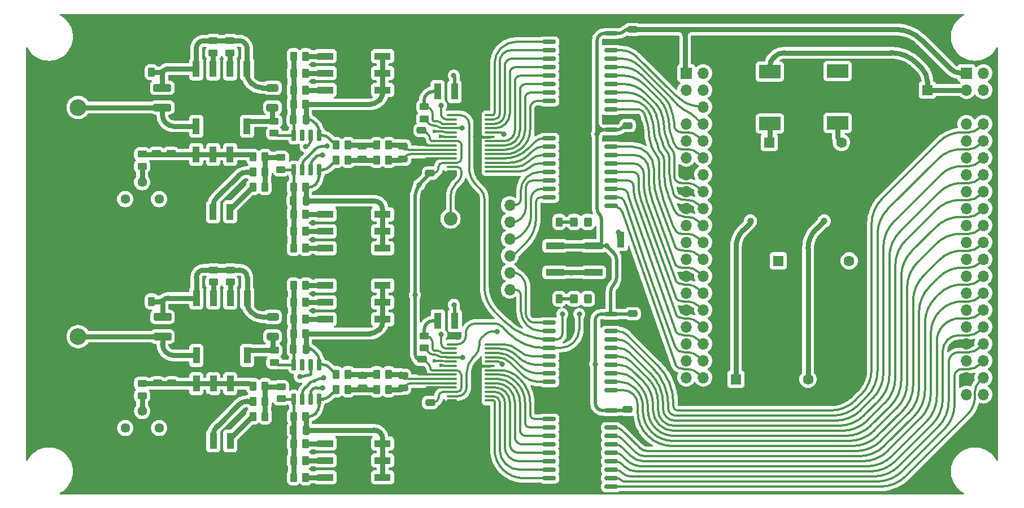
<source format=gbr>
%TF.GenerationSoftware,KiCad,Pcbnew,8.0.2*%
%TF.CreationDate,2024-10-09T13:35:06+01:00*%
%TF.ProjectId,MISRC V1.5,4d495352-4320-4563-912e-352e6b696361,0.3*%
%TF.SameCoordinates,Original*%
%TF.FileFunction,Copper,L1,Top*%
%TF.FilePolarity,Positive*%
%FSLAX46Y46*%
G04 Gerber Fmt 4.6, Leading zero omitted, Abs format (unit mm)*
G04 Created by KiCad (PCBNEW 8.0.2) date 2024-10-09 13:35:06*
%MOMM*%
%LPD*%
G01*
G04 APERTURE LIST*
G04 Aperture macros list*
%AMRoundRect*
0 Rectangle with rounded corners*
0 $1 Rounding radius*
0 $2 $3 $4 $5 $6 $7 $8 $9 X,Y pos of 4 corners*
0 Add a 4 corners polygon primitive as box body*
4,1,4,$2,$3,$4,$5,$6,$7,$8,$9,$2,$3,0*
0 Add four circle primitives for the rounded corners*
1,1,$1+$1,$2,$3*
1,1,$1+$1,$4,$5*
1,1,$1+$1,$6,$7*
1,1,$1+$1,$8,$9*
0 Add four rect primitives between the rounded corners*
20,1,$1+$1,$2,$3,$4,$5,0*
20,1,$1+$1,$4,$5,$6,$7,0*
20,1,$1+$1,$6,$7,$8,$9,0*
20,1,$1+$1,$8,$9,$2,$3,0*%
G04 Aperture macros list end*
%TA.AperFunction,SMDPad,CuDef*%
%ADD10R,2.440000X1.120000*%
%TD*%
%TA.AperFunction,ComponentPad*%
%ADD11R,1.600000X1.600000*%
%TD*%
%TA.AperFunction,ComponentPad*%
%ADD12C,1.600000*%
%TD*%
%TA.AperFunction,SMDPad,CuDef*%
%ADD13RoundRect,0.250000X-0.475000X0.250000X-0.475000X-0.250000X0.475000X-0.250000X0.475000X0.250000X0*%
%TD*%
%TA.AperFunction,SMDPad,CuDef*%
%ADD14RoundRect,0.250000X-0.262500X-0.450000X0.262500X-0.450000X0.262500X0.450000X-0.262500X0.450000X0*%
%TD*%
%TA.AperFunction,ComponentPad*%
%ADD15R,1.700000X1.700000*%
%TD*%
%TA.AperFunction,ComponentPad*%
%ADD16O,1.700000X1.700000*%
%TD*%
%TA.AperFunction,SMDPad,CuDef*%
%ADD17RoundRect,0.250000X-0.325000X-0.450000X0.325000X-0.450000X0.325000X0.450000X-0.325000X0.450000X0*%
%TD*%
%TA.AperFunction,SMDPad,CuDef*%
%ADD18RoundRect,0.250000X1.100000X-0.325000X1.100000X0.325000X-1.100000X0.325000X-1.100000X-0.325000X0*%
%TD*%
%TA.AperFunction,SMDPad,CuDef*%
%ADD19RoundRect,0.250000X-0.450000X0.262500X-0.450000X-0.262500X0.450000X-0.262500X0.450000X0.262500X0*%
%TD*%
%TA.AperFunction,SMDPad,CuDef*%
%ADD20RoundRect,0.250000X0.450000X-0.262500X0.450000X0.262500X-0.450000X0.262500X-0.450000X-0.262500X0*%
%TD*%
%TA.AperFunction,SMDPad,CuDef*%
%ADD21RoundRect,0.250000X0.262500X0.450000X-0.262500X0.450000X-0.262500X-0.450000X0.262500X-0.450000X0*%
%TD*%
%TA.AperFunction,SMDPad,CuDef*%
%ADD22RoundRect,0.100000X-0.637500X-0.100000X0.637500X-0.100000X0.637500X0.100000X-0.637500X0.100000X0*%
%TD*%
%TA.AperFunction,SMDPad,CuDef*%
%ADD23RoundRect,0.250000X-0.250000X-0.475000X0.250000X-0.475000X0.250000X0.475000X-0.250000X0.475000X0*%
%TD*%
%TA.AperFunction,SMDPad,CuDef*%
%ADD24RoundRect,0.150000X-0.875000X-0.150000X0.875000X-0.150000X0.875000X0.150000X-0.875000X0.150000X0*%
%TD*%
%TA.AperFunction,ComponentPad*%
%ADD25C,2.050000*%
%TD*%
%TA.AperFunction,ComponentPad*%
%ADD26C,2.250000*%
%TD*%
%TA.AperFunction,ComponentPad*%
%ADD27C,1.440000*%
%TD*%
%TA.AperFunction,SMDPad,CuDef*%
%ADD28R,3.200000X2.000000*%
%TD*%
%TA.AperFunction,SMDPad,CuDef*%
%ADD29R,1.120000X2.440000*%
%TD*%
%TA.AperFunction,ComponentPad*%
%ADD30C,2.500000*%
%TD*%
%TA.AperFunction,ComponentPad*%
%ADD31C,2.400000*%
%TD*%
%TA.AperFunction,SMDPad,CuDef*%
%ADD32RoundRect,0.250000X0.475000X-0.250000X0.475000X0.250000X-0.475000X0.250000X-0.475000X-0.250000X0*%
%TD*%
%TA.AperFunction,SMDPad,CuDef*%
%ADD33R,2.750000X1.000000*%
%TD*%
%TA.AperFunction,SMDPad,CuDef*%
%ADD34RoundRect,0.250000X-0.650000X0.325000X-0.650000X-0.325000X0.650000X-0.325000X0.650000X0.325000X0*%
%TD*%
%TA.AperFunction,SMDPad,CuDef*%
%ADD35RoundRect,0.150000X0.150000X-0.725000X0.150000X0.725000X-0.150000X0.725000X-0.150000X-0.725000X0*%
%TD*%
%TA.AperFunction,ViaPad*%
%ADD36C,0.800000*%
%TD*%
%TA.AperFunction,ViaPad*%
%ADD37C,1.000000*%
%TD*%
%TA.AperFunction,ViaPad*%
%ADD38C,0.600000*%
%TD*%
%TA.AperFunction,Conductor*%
%ADD39C,0.500000*%
%TD*%
%TA.AperFunction,Conductor*%
%ADD40C,0.750000*%
%TD*%
%TA.AperFunction,Conductor*%
%ADD41C,0.320000*%
%TD*%
%TA.AperFunction,Conductor*%
%ADD42C,0.400000*%
%TD*%
%TA.AperFunction,Conductor*%
%ADD43C,0.250000*%
%TD*%
%TA.AperFunction,Conductor*%
%ADD44C,0.240000*%
%TD*%
G04 APERTURE END LIST*
D10*
%TO.P,SW204,1*%
%TO.N,Net-(R216-Pad2)*%
X105664000Y-93599000D03*
%TO.P,SW204,2*%
%TO.N,Net-(R217-Pad2)*%
X105664000Y-96139000D03*
%TO.P,SW204,3*%
%TO.N,Net-(R218-Pad2)*%
X105664000Y-98679000D03*
%TO.P,SW204,4*%
%TO.N,Net-(C207-Pad2)*%
X114274000Y-98679000D03*
%TO.P,SW204,5*%
X114274000Y-96139000D03*
%TO.P,SW204,6*%
X114274000Y-93599000D03*
%TD*%
D11*
%TO.P,C19,1*%
%TO.N,GND*%
X181554000Y-118364000D03*
D12*
%TO.P,C19,2*%
%TO.N,-5VA*%
X178054000Y-118364000D03*
%TD*%
D13*
%TO.P,C119,1*%
%TO.N,Net-(U102-~{IN})*%
X117348000Y-119700000D03*
%TO.P,C119,2*%
%TO.N,GND*%
X117348000Y-121600000D03*
%TD*%
D14*
%TO.P,R120,1*%
%TO.N,Net-(C107-Pad2)*%
X107291500Y-119888000D03*
%TO.P,R120,2*%
%TO.N,Net-(C109-Pad1)*%
X109116500Y-119888000D03*
%TD*%
D13*
%TO.P,C108,1*%
%TO.N,GND*%
X111252000Y-115890000D03*
%TO.P,C108,2*%
%TO.N,Net-(C108-Pad2)*%
X111252000Y-117790000D03*
%TD*%
D14*
%TO.P,R211,1*%
%TO.N,Net-(U201-+)*%
X100928500Y-69850000D03*
%TO.P,R211,2*%
%TO.N,Net-(R211-Pad2)*%
X102753500Y-69850000D03*
%TD*%
D15*
%TO.P,J2,1,Pin_1*%
%TO.N,GND*%
X133350000Y-107442000D03*
D16*
%TO.P,J2,2,Pin_2*%
%TO.N,Net-(J2-Pin_2)*%
X133350000Y-104902000D03*
%TO.P,J2,3,Pin_3*%
%TO.N,Net-(J2-Pin_3)*%
X133350000Y-102362000D03*
%TO.P,J2,4,Pin_4*%
%TO.N,Net-(J2-Pin_4)*%
X133350000Y-99822000D03*
%TO.P,J2,5,Pin_5*%
%TO.N,Net-(J2-Pin_5)*%
X133350000Y-97282000D03*
%TO.P,J2,6,Pin_6*%
%TO.N,Net-(J2-Pin_6)*%
X133350000Y-94742000D03*
%TO.P,J2,7,Pin_7*%
%TO.N,Net-(J2-Pin_7)*%
X133350000Y-92202000D03*
%TO.P,J2,8,Pin_8*%
%TO.N,GND*%
X133350000Y-89662000D03*
%TD*%
D14*
%TO.P,R213,1*%
%TO.N,Net-(U201-+)*%
X100928500Y-74930000D03*
%TO.P,R213,2*%
%TO.N,Net-(R213-Pad2)*%
X102753500Y-74930000D03*
%TD*%
%TO.P,R101,1*%
%TO.N,GND*%
X77827500Y-106680000D03*
%TO.P,R101,2*%
%TO.N,Net-(C101-Pad2)*%
X79652500Y-106680000D03*
%TD*%
D10*
%TO.P,SW103,1*%
%TO.N,Net-(R111-Pad2)*%
X105677000Y-104267000D03*
%TO.P,SW103,2*%
%TO.N,Net-(R112-Pad2)*%
X105677000Y-106807000D03*
%TO.P,SW103,3*%
%TO.N,Net-(R113-Pad2)*%
X105677000Y-109347000D03*
%TO.P,SW103,4*%
%TO.N,Net-(C106-Pad2)*%
X114287000Y-109347000D03*
%TO.P,SW103,5*%
X114287000Y-106807000D03*
%TO.P,SW103,6*%
X114287000Y-104267000D03*
%TD*%
D17*
%TO.P,D2,1,K*%
%TO.N,Net-(D2-K)*%
X142984000Y-94742000D03*
%TO.P,D2,2,A*%
%TO.N,Net-(D2-A)*%
X145034000Y-94742000D03*
%TD*%
D14*
%TO.P,R116,1*%
%TO.N,Net-(U101--)*%
X100941500Y-128016000D03*
%TO.P,R116,2*%
%TO.N,Net-(R116-Pad2)*%
X102766500Y-128016000D03*
%TD*%
D15*
%TO.P,J3,1,V3P3*%
%TO.N,VDD*%
X201803000Y-72390000D03*
D16*
%TO.P,J3,2,V1P2*%
%TO.N,unconnected-(J3-V1P2-Pad2)*%
X204343000Y-72390000D03*
%TO.P,J3,3,USB3_VBUS*%
%TO.N,+5V*%
X201803000Y-74930000D03*
%TO.P,J3,4,USB3_VBUS*%
X204343000Y-74930000D03*
%TO.P,J3,6,GND*%
%TO.N,GND*%
X204343000Y-77470000D03*
%TO.P,J3,7,CTL12*%
%TO.N,unconnected-(J3-CTL12-Pad7)*%
X201803000Y-80010000D03*
%TO.P,J3,8,DQ15*%
%TO.N,Net-(J3-DQ15)*%
X204343000Y-80010000D03*
%TO.P,J3,9,CTL11*%
%TO.N,unconnected-(J3-CTL11-Pad9)*%
X201803000Y-82550000D03*
%TO.P,J3,10,DQ14*%
%TO.N,Net-(J3-DQ14)*%
X204343000Y-82550000D03*
%TO.P,J3,11,CTL10*%
%TO.N,unconnected-(J3-CTL10-Pad11)*%
X201803000Y-85090000D03*
%TO.P,J3,12,DQ13*%
%TO.N,Net-(J3-DQ13)*%
X204343000Y-85090000D03*
%TO.P,J3,13,CTL9*%
%TO.N,unconnected-(J3-CTL9-Pad13)*%
X201803000Y-87630000D03*
%TO.P,J3,14,DQ12*%
%TO.N,Net-(J3-DQ12)*%
X204343000Y-87630000D03*
%TO.P,J3,15,CTL8*%
%TO.N,unconnected-(J3-CTL8-Pad15)*%
X201803000Y-90170000D03*
%TO.P,J3,16,DQ11*%
%TO.N,Net-(J3-DQ11)*%
X204343000Y-90170000D03*
%TO.P,J3,17,CTL7*%
%TO.N,unconnected-(J3-CTL7-Pad17)*%
X201803000Y-92710000D03*
%TO.P,J3,18,DQ10*%
%TO.N,Net-(J3-DQ10)*%
X204343000Y-92710000D03*
%TO.P,J3,19,CTL6*%
%TO.N,unconnected-(J3-CTL6-Pad19)*%
X201803000Y-95250000D03*
%TO.P,J3,20,DQ9*%
%TO.N,Net-(J3-DQ9)*%
X204343000Y-95250000D03*
%TO.P,J3,21,CTL5*%
%TO.N,unconnected-(J3-CTL5-Pad21)*%
X201803000Y-97790000D03*
%TO.P,J3,22,DQ8*%
%TO.N,Net-(J3-DQ8)*%
X204343000Y-97790000D03*
%TO.P,J3,23,CTL4_SW*%
%TO.N,unconnected-(J3-CTL4_SW-Pad23)*%
X201803000Y-100330000D03*
%TO.P,J3,24,DQ7*%
%TO.N,Net-(J3-DQ7)*%
X204343000Y-100330000D03*
%TO.P,J3,25,CTL3*%
%TO.N,unconnected-(J3-CTL3-Pad25)*%
X201803000Y-102870000D03*
%TO.P,J3,26,DQ6*%
%TO.N,Net-(J3-DQ6)*%
X204343000Y-102870000D03*
%TO.P,J3,27,CTL2*%
%TO.N,unconnected-(J3-CTL2-Pad27)*%
X201803000Y-105410000D03*
%TO.P,J3,28,DQ5*%
%TO.N,Net-(J3-DQ5)*%
X204343000Y-105410000D03*
%TO.P,J3,29,CTL1*%
%TO.N,unconnected-(J3-CTL1-Pad29)*%
X201803000Y-107950000D03*
%TO.P,J3,30,DQ4*%
%TO.N,Net-(J3-DQ4)*%
X204343000Y-107950000D03*
%TO.P,J3,31,CTL0*%
%TO.N,unconnected-(J3-CTL0-Pad31)*%
X201803000Y-110490000D03*
%TO.P,J3,32,DQ3*%
%TO.N,Net-(J3-DQ3)*%
X204343000Y-110490000D03*
%TO.P,J3,33,GND*%
%TO.N,GND*%
X201803000Y-113030000D03*
%TO.P,J3,34,DQ2*%
%TO.N,Net-(J3-DQ2)*%
X204343000Y-113030000D03*
%TO.P,J3,35,PCLK*%
%TO.N,/Input_ADC_CH1/CLK*%
X201803000Y-115570000D03*
%TO.P,J3,36,DQ1*%
%TO.N,Net-(J3-DQ1)*%
X204343000Y-115570000D03*
%TO.P,J3,37,GND*%
%TO.N,GND*%
X201803000Y-118110000D03*
%TO.P,J3,38,DQ0*%
%TO.N,Net-(J3-DQ0)*%
X204343000Y-118110000D03*
%TO.P,J3,39,I2C_SDA_FX3*%
%TO.N,unconnected-(J3-I2C_SDA_FX3-Pad39)*%
X201803000Y-120650000D03*
%TO.P,J3,40,I2C_SCL_FX3*%
%TO.N,unconnected-(J3-I2C_SCL_FX3-Pad40)*%
X204343000Y-120650000D03*
%TD*%
D18*
%TO.P,C101,1*%
%TO.N,Net-(J101-Signal)*%
X81280000Y-111965000D03*
%TO.P,C101,2*%
%TO.N,Net-(C101-Pad2)*%
X81280000Y-109015000D03*
%TD*%
D19*
%TO.P,R209,1*%
%TO.N,Net-(Q201-E)*%
X98031000Y-79605500D03*
%TO.P,R209,2*%
%TO.N,Net-(U201-+)*%
X98031000Y-81430500D03*
%TD*%
D20*
%TO.P,R203,1*%
%TO.N,Net-(R203-Pad1)*%
X91427000Y-69365500D03*
%TO.P,R203,2*%
%TO.N,Net-(C201-Pad2)*%
X91427000Y-67540500D03*
%TD*%
D21*
%TO.P,R208,1*%
%TO.N,Net-(R206-Pad1)*%
X96657500Y-84963000D03*
%TO.P,R208,2*%
%TO.N,Net-(C227-Pad1)*%
X94832500Y-84963000D03*
%TD*%
%TO.P,R206,1*%
%TO.N,Net-(R206-Pad1)*%
X96657500Y-87249000D03*
%TO.P,R206,2*%
%TO.N,Net-(R206-Pad2)*%
X94832500Y-87249000D03*
%TD*%
D19*
%TO.P,R110,1*%
%TO.N,Net-(R106-Pad1)*%
X99060000Y-119483500D03*
%TO.P,R110,2*%
%TO.N,Net-(U101--)*%
X99060000Y-121308500D03*
%TD*%
D22*
%TO.P,U102,1,OTR*%
%TO.N,/OTRA*%
X124645500Y-113123000D03*
%TO.P,U102,2,MODE*%
%TO.N,Net-(U102-MODE)*%
X124645500Y-113773000D03*
%TO.P,U102,3,SENSE*%
%TO.N,Net-(U102-SENSE)*%
X124645500Y-114423000D03*
%TO.P,U102,4,VREF*%
%TO.N,Net-(U102-VREF)*%
X124645500Y-115073000D03*
%TO.P,U102,5,REFB*%
%TO.N,Net-(U102-REFB)*%
X124645500Y-115723000D03*
%TO.P,U102,6,REFT*%
%TO.N,Net-(U102-REFT)*%
X124645500Y-116373000D03*
%TO.P,U102,7,AVDD*%
%TO.N,VDDA*%
X124645500Y-117023000D03*
%TO.P,U102,8,AGND*%
%TO.N,GND*%
X124645500Y-117673000D03*
%TO.P,U102,9,IN*%
%TO.N,Net-(U102-IN)*%
X124645500Y-118323000D03*
%TO.P,U102,10,~{IN}*%
%TO.N,Net-(U102-~{IN})*%
X124645500Y-118973000D03*
%TO.P,U102,11,AGND*%
%TO.N,GND*%
X124645500Y-119623000D03*
%TO.P,U102,12,AVDD*%
%TO.N,VDDA*%
X124645500Y-120273000D03*
%TO.P,U102,13,CLK*%
%TO.N,/Input_ADC_CH1/CLK*%
X124645500Y-120923000D03*
%TO.P,U102,14,PWDN*%
%TO.N,GND*%
X124645500Y-121573000D03*
%TO.P,U102,15,Bit_0_(LSB)*%
%TO.N,/DA0*%
X130370500Y-121573000D03*
%TO.P,U102,16,Bit_1*%
%TO.N,/DA1*%
X130370500Y-120923000D03*
%TO.P,U102,17,Bit_2*%
%TO.N,/DA2*%
X130370500Y-120273000D03*
%TO.P,U102,18,Bit_3*%
%TO.N,/DA3*%
X130370500Y-119623000D03*
%TO.P,U102,19,Bit_4*%
%TO.N,/DA4*%
X130370500Y-118973000D03*
%TO.P,U102,20,Bit_5*%
%TO.N,/DA5*%
X130370500Y-118323000D03*
%TO.P,U102,21,Bit_6*%
%TO.N,/DA6*%
X130370500Y-117673000D03*
%TO.P,U102,22,Bit_7*%
%TO.N,/DA7*%
X130370500Y-117023000D03*
%TO.P,U102,23,DGND*%
%TO.N,GND*%
X130370500Y-116373000D03*
%TO.P,U102,24,DRVDD*%
%TO.N,VDD*%
X130370500Y-115723000D03*
%TO.P,U102,25,Bit_8*%
%TO.N,/DA8*%
X130370500Y-115073000D03*
%TO.P,U102,26,Bit_9*%
%TO.N,/DA9*%
X130370500Y-114423000D03*
%TO.P,U102,27,Bit_10*%
%TO.N,/DA10*%
X130370500Y-113773000D03*
%TO.P,U102,28,Bit_11_(MSB)*%
%TO.N,/DA11*%
X130370500Y-113123000D03*
%TD*%
D19*
%TO.P,R210,1*%
%TO.N,Net-(R206-Pad1)*%
X99047000Y-85066500D03*
%TO.P,R210,2*%
%TO.N,Net-(U201--)*%
X99047000Y-86891500D03*
%TD*%
D23*
%TO.P,C106,1*%
%TO.N,Net-(U101-+)*%
X100904000Y-113792000D03*
%TO.P,C106,2*%
%TO.N,Net-(C106-Pad2)*%
X102804000Y-113792000D03*
%TD*%
D24*
%TO.P,U5,1,G1*%
%TO.N,GND*%
X139241000Y-66421000D03*
%TO.P,U5,2,A0*%
%TO.N,/DB11*%
X139241000Y-67691000D03*
%TO.P,U5,3,A1*%
%TO.N,/DB10*%
X139241000Y-68961000D03*
%TO.P,U5,4,A2*%
%TO.N,/DB9*%
X139241000Y-70231000D03*
%TO.P,U5,5,A3*%
%TO.N,/DB8*%
X139241000Y-71501000D03*
%TO.P,U5,6,A4*%
%TO.N,/DB7*%
X139241000Y-72771000D03*
%TO.P,U5,7,A5*%
%TO.N,/DB6*%
X139241000Y-74041000D03*
%TO.P,U5,8,A6*%
%TO.N,/DB5*%
X139241000Y-75311000D03*
%TO.P,U5,9,A7*%
%TO.N,/DB4*%
X139241000Y-76581000D03*
%TO.P,U5,10,GND*%
%TO.N,GND*%
X139241000Y-77851000D03*
%TO.P,U5,11,Y7*%
%TO.N,Net-(J4-DQ24)*%
X148541000Y-77851000D03*
%TO.P,U5,12,Y6*%
%TO.N,Net-(J4-DQ25)*%
X148541000Y-76581000D03*
%TO.P,U5,13,Y5*%
%TO.N,Net-(J4-DQ26)*%
X148541000Y-75311000D03*
%TO.P,U5,14,Y4*%
%TO.N,Net-(J4-DQ27)*%
X148541000Y-74041000D03*
%TO.P,U5,15,Y3*%
%TO.N,Net-(J4-DQ28)*%
X148541000Y-72771000D03*
%TO.P,U5,16,Y2*%
%TO.N,Net-(J4-DQ29)*%
X148541000Y-71501000D03*
%TO.P,U5,17,Y1*%
%TO.N,Net-(J4-DQ30)*%
X148541000Y-70231000D03*
%TO.P,U5,18,Y0*%
%TO.N,Net-(J4-DQ31)*%
X148541000Y-68961000D03*
%TO.P,U5,19,G2*%
%TO.N,GND*%
X148541000Y-67691000D03*
%TO.P,U5,20,VCC*%
%TO.N,VDD*%
X148541000Y-66421000D03*
%TD*%
D13*
%TO.P,C225,1*%
%TO.N,VDDA*%
X120129000Y-80965000D03*
%TO.P,C225,2*%
%TO.N,GND*%
X120129000Y-82865000D03*
%TD*%
D23*
%TO.P,C206,1*%
%TO.N,Net-(U201-+)*%
X100891000Y-79375000D03*
%TO.P,C206,2*%
%TO.N,Net-(C206-Pad2)*%
X102791000Y-79375000D03*
%TD*%
D14*
%TO.P,R215,1*%
%TO.N,Net-(U201--)*%
X100928500Y-89535000D03*
%TO.P,R215,2*%
%TO.N,Net-(C207-Pad2)*%
X102753500Y-89535000D03*
%TD*%
D24*
%TO.P,U4,1,G1*%
%TO.N,GND*%
X139241000Y-80899000D03*
%TO.P,U4,2,A0*%
%TO.N,/DB3*%
X139241000Y-82169000D03*
%TO.P,U4,3,A1*%
%TO.N,/DB2*%
X139241000Y-83439000D03*
%TO.P,U4,4,A2*%
%TO.N,/DB1*%
X139241000Y-84709000D03*
%TO.P,U4,5,A3*%
%TO.N,/DB0*%
X139241000Y-85979000D03*
%TO.P,U4,6,A4*%
%TO.N,Net-(J2-Pin_7)*%
X139241000Y-87249000D03*
%TO.P,U4,7,A5*%
%TO.N,Net-(J2-Pin_6)*%
X139241000Y-88519000D03*
%TO.P,U4,8,A6*%
%TO.N,Net-(J2-Pin_5)*%
X139241000Y-89789000D03*
%TO.P,U4,9,A7*%
%TO.N,Net-(J2-Pin_4)*%
X139241000Y-91059000D03*
%TO.P,U4,10,GND*%
%TO.N,GND*%
X139241000Y-92329000D03*
%TO.P,U4,11,Y7*%
%TO.N,Net-(J4-DQ16)*%
X148541000Y-92329000D03*
%TO.P,U4,12,Y6*%
%TO.N,Net-(J4-DQ17)*%
X148541000Y-91059000D03*
%TO.P,U4,13,Y5*%
%TO.N,Net-(J4-DQ18)*%
X148541000Y-89789000D03*
%TO.P,U4,14,Y4*%
%TO.N,Net-(J4-DQ19)*%
X148541000Y-88519000D03*
%TO.P,U4,15,Y3*%
%TO.N,Net-(J4-DQ20)*%
X148541000Y-87249000D03*
%TO.P,U4,16,Y2*%
%TO.N,Net-(J4-DQ21)*%
X148541000Y-85979000D03*
%TO.P,U4,17,Y1*%
%TO.N,Net-(J4-DQ22)*%
X148541000Y-84709000D03*
%TO.P,U4,18,Y0*%
%TO.N,Net-(J4-DQ23)*%
X148541000Y-83439000D03*
%TO.P,U4,19,G2*%
%TO.N,GND*%
X148541000Y-82169000D03*
%TO.P,U4,20,VCC*%
%TO.N,VDD*%
X148541000Y-80899000D03*
%TD*%
D25*
%TO.P,J1,1,Pin_1*%
%TO.N,/Input_ADC_CH1/CLK*%
X124460000Y-94234000D03*
D26*
%TO.P,J1,2,Shield*%
%TO.N,GND*%
X121920000Y-91694000D03*
X121920000Y-96774000D03*
X127000000Y-91694000D03*
X127000000Y-96774000D03*
%TD*%
D10*
%TO.P,SW203,1*%
%TO.N,Net-(R211-Pad2)*%
X105677000Y-69850000D03*
%TO.P,SW203,2*%
%TO.N,Net-(R212-Pad2)*%
X105677000Y-72390000D03*
%TO.P,SW203,3*%
%TO.N,Net-(R213-Pad2)*%
X105677000Y-74930000D03*
%TO.P,SW203,4*%
%TO.N,Net-(C206-Pad2)*%
X114287000Y-74930000D03*
%TO.P,SW203,5*%
X114287000Y-72390000D03*
%TO.P,SW203,6*%
X114287000Y-69850000D03*
%TD*%
D27*
%TO.P,RV201,1,1*%
%TO.N,-5VA*%
X75692000Y-91313000D03*
%TO.P,RV201,2,2*%
%TO.N,Net-(R228-Pad2)*%
X78232000Y-88773000D03*
%TO.P,RV201,3,3*%
%TO.N,+5VA*%
X80772000Y-91313000D03*
%TD*%
D11*
%TO.P,C17,1*%
%TO.N,GND*%
X180721000Y-100584000D03*
D12*
%TO.P,C17,2*%
%TO.N,Net-(Q2-B)*%
X184221000Y-100584000D03*
%TD*%
D14*
%TO.P,R122,1*%
%TO.N,Net-(C109-Pad1)*%
X113387500Y-119888000D03*
%TO.P,R122,2*%
%TO.N,Net-(U102-~{IN})*%
X115212500Y-119888000D03*
%TD*%
D28*
%TO.P,L1,1,1*%
%TO.N,+5V*%
X172339000Y-72173000D03*
%TO.P,L1,2,2*%
%TO.N,Net-(Q1-C)*%
X172339000Y-79973000D03*
%TD*%
D11*
%TO.P,C11,1*%
%TO.N,GND*%
X186564651Y-82804000D03*
D12*
%TO.P,C11,2*%
%TO.N,Net-(Q2-C)*%
X183064651Y-82804000D03*
%TD*%
D21*
%TO.P,R108,1*%
%TO.N,Net-(R106-Pad1)*%
X96670500Y-119380000D03*
%TO.P,R108,2*%
%TO.N,Net-(C127-Pad1)*%
X94845500Y-119380000D03*
%TD*%
%TO.P,R2,1*%
%TO.N,Net-(D1-K)*%
X140739500Y-106299000D03*
%TO.P,R2,2*%
%TO.N,GND*%
X138914500Y-106299000D03*
%TD*%
%TO.P,R106,1*%
%TO.N,Net-(R106-Pad1)*%
X96670500Y-121666000D03*
%TO.P,R106,2*%
%TO.N,Net-(R106-Pad2)*%
X94845500Y-121666000D03*
%TD*%
D13*
%TO.P,C208,1*%
%TO.N,GND*%
X111239000Y-81473000D03*
%TO.P,C208,2*%
%TO.N,Net-(C208-Pad2)*%
X111239000Y-83373000D03*
%TD*%
D24*
%TO.P,U2,1,G1*%
%TO.N,GND*%
X139241000Y-123063000D03*
%TO.P,U2,2,A0*%
%TO.N,/DA7*%
X139241000Y-124333000D03*
%TO.P,U2,3,A1*%
%TO.N,/DA6*%
X139241000Y-125603000D03*
%TO.P,U2,4,A2*%
%TO.N,/DA5*%
X139241000Y-126873000D03*
%TO.P,U2,5,A3*%
%TO.N,/DA4*%
X139241000Y-128143000D03*
%TO.P,U2,6,A4*%
%TO.N,/DA3*%
X139241000Y-129413000D03*
%TO.P,U2,7,A5*%
%TO.N,/DA2*%
X139241000Y-130683000D03*
%TO.P,U2,8,A6*%
%TO.N,/DA1*%
X139241000Y-131953000D03*
%TO.P,U2,9,A7*%
%TO.N,/DA0*%
X139241000Y-133223000D03*
%TO.P,U2,10,GND*%
%TO.N,GND*%
X139241000Y-134493000D03*
%TO.P,U2,11,Y7*%
%TO.N,Net-(J3-DQ0)*%
X148541000Y-134493000D03*
%TO.P,U2,12,Y6*%
%TO.N,Net-(J3-DQ1)*%
X148541000Y-133223000D03*
%TO.P,U2,13,Y5*%
%TO.N,Net-(J3-DQ2)*%
X148541000Y-131953000D03*
%TO.P,U2,14,Y4*%
%TO.N,Net-(J3-DQ3)*%
X148541000Y-130683000D03*
%TO.P,U2,15,Y3*%
%TO.N,Net-(J3-DQ4)*%
X148541000Y-129413000D03*
%TO.P,U2,16,Y2*%
%TO.N,Net-(J3-DQ5)*%
X148541000Y-128143000D03*
%TO.P,U2,17,Y1*%
%TO.N,Net-(J3-DQ6)*%
X148541000Y-126873000D03*
%TO.P,U2,18,Y0*%
%TO.N,Net-(J3-DQ7)*%
X148541000Y-125603000D03*
%TO.P,U2,19,G2*%
%TO.N,GND*%
X148541000Y-124333000D03*
%TO.P,U2,20,VCC*%
%TO.N,VDD*%
X148541000Y-123063000D03*
%TD*%
D14*
%TO.P,R216,1*%
%TO.N,Net-(U201--)*%
X100928500Y-93599000D03*
%TO.P,R216,2*%
%TO.N,Net-(R216-Pad2)*%
X102753500Y-93599000D03*
%TD*%
D29*
%TO.P,SW201,1*%
%TO.N,Net-(J201-Signal)*%
X86347000Y-80378000D03*
%TO.P,SW201,2*%
%TO.N,GND*%
X88887000Y-80378000D03*
%TO.P,SW201,3*%
X91427000Y-80378000D03*
%TO.P,SW201,4*%
%TO.N,Net-(Q201-E)*%
X93967000Y-80378000D03*
%TO.P,SW201,5*%
%TO.N,Net-(C201-Pad2)*%
X93967000Y-71768000D03*
%TO.P,SW201,6*%
%TO.N,Net-(R203-Pad1)*%
X91427000Y-71768000D03*
%TO.P,SW201,7*%
%TO.N,Net-(R202-Pad1)*%
X88887000Y-71768000D03*
%TO.P,SW201,8*%
%TO.N,Net-(C201-Pad2)*%
X86347000Y-71768000D03*
%TD*%
D20*
%TO.P,R223,1*%
%TO.N,Net-(U202-VREF)*%
X120510000Y-79271500D03*
%TO.P,R223,2*%
%TO.N,Net-(U202-SENSE)*%
X120510000Y-77446500D03*
%TD*%
D17*
%TO.P,D1,1,K*%
%TO.N,Net-(D1-K)*%
X142984000Y-106299000D03*
%TO.P,D1,2,A*%
%TO.N,Net-(D1-A)*%
X145034000Y-106299000D03*
%TD*%
D28*
%TO.P,L2,1,1*%
%TO.N,Net-(U6-VOUT)*%
X182499000Y-72083000D03*
%TO.P,L2,2,2*%
%TO.N,Net-(Q2-C)*%
X182499000Y-79883000D03*
%TD*%
D20*
%TO.P,R102,1*%
%TO.N,Net-(R102-Pad1)*%
X88900000Y-103782500D03*
%TO.P,R102,2*%
%TO.N,Net-(C101-Pad2)*%
X88900000Y-101957500D03*
%TD*%
D30*
%TO.P,J201,1*%
%TO.N,Net-(J101-Signal)*%
X68640000Y-77550000D03*
D31*
%TO.P,J201,2*%
%TO.N,GND*%
X65200000Y-74270000D03*
%TO.P,J201,3*%
X71800000Y-74260000D03*
%TO.P,J201,4*%
X65240000Y-80950000D03*
%TO.P,J201,5*%
X71850000Y-80840000D03*
%TD*%
D18*
%TO.P,C201,1*%
%TO.N,Net-(J201-Signal)*%
X81267000Y-77548000D03*
%TO.P,C201,2*%
%TO.N,Net-(C201-Pad2)*%
X81267000Y-74598000D03*
%TD*%
D14*
%TO.P,R115,1*%
%TO.N,Net-(U101--)*%
X100941500Y-123952000D03*
%TO.P,R115,2*%
%TO.N,Net-(C107-Pad2)*%
X102766500Y-123952000D03*
%TD*%
%TO.P,R111,1*%
%TO.N,Net-(U101-+)*%
X100941500Y-104267000D03*
%TO.P,R111,2*%
%TO.N,Net-(R111-Pad2)*%
X102766500Y-104267000D03*
%TD*%
D29*
%TO.P,SW105,1*%
%TO.N,GND*%
X125095000Y-100978000D03*
%TO.P,SW105,2*%
X122555000Y-100978000D03*
%TO.P,SW105,3*%
%TO.N,Net-(U102-SENSE)*%
X122555000Y-109588000D03*
%TO.P,SW105,4*%
%TO.N,Net-(R125-Pad1)*%
X125095000Y-109588000D03*
%TD*%
D32*
%TO.P,C224,1*%
%TO.N,VDDA*%
X121399000Y-87437000D03*
%TO.P,C224,2*%
%TO.N,GND*%
X121399000Y-85537000D03*
%TD*%
D14*
%TO.P,R220,1*%
%TO.N,Net-(C207-Pad2)*%
X107278500Y-85471000D03*
%TO.P,R220,2*%
%TO.N,Net-(C209-Pad1)*%
X109103500Y-85471000D03*
%TD*%
D13*
%TO.P,C109,1*%
%TO.N,Net-(C109-Pad1)*%
X111252000Y-119700000D03*
%TO.P,C109,2*%
%TO.N,GND*%
X111252000Y-121600000D03*
%TD*%
%TO.P,C125,1*%
%TO.N,VDDA*%
X120142000Y-115382000D03*
%TO.P,C125,2*%
%TO.N,GND*%
X120142000Y-117282000D03*
%TD*%
%TO.P,C209,1*%
%TO.N,Net-(C209-Pad1)*%
X111239000Y-85283000D03*
%TO.P,C209,2*%
%TO.N,GND*%
X111239000Y-87183000D03*
%TD*%
D14*
%TO.P,R212,1*%
%TO.N,Net-(U201-+)*%
X100928500Y-72390000D03*
%TO.P,R212,2*%
%TO.N,Net-(R212-Pad2)*%
X102753500Y-72390000D03*
%TD*%
%TO.P,R113,1*%
%TO.N,Net-(U101-+)*%
X100941500Y-109347000D03*
%TO.P,R113,2*%
%TO.N,Net-(R113-Pad2)*%
X102766500Y-109347000D03*
%TD*%
D21*
%TO.P,R207,1*%
%TO.N,Net-(R206-Pad1)*%
X96657500Y-89535000D03*
%TO.P,R207,2*%
%TO.N,Net-(R207-Pad2)*%
X94832500Y-89535000D03*
%TD*%
D14*
%TO.P,R222,1*%
%TO.N,Net-(C209-Pad1)*%
X113374500Y-85471000D03*
%TO.P,R222,2*%
%TO.N,Net-(U202-~{IN})*%
X115199500Y-85471000D03*
%TD*%
D11*
%TO.P,C10,1*%
%TO.N,Net-(Q1-C)*%
X172240000Y-82801000D03*
D12*
%TO.P,C10,2*%
%TO.N,GND*%
X175740000Y-82801000D03*
%TD*%
D24*
%TO.P,U3,1,G1*%
%TO.N,GND*%
X139241000Y-108585000D03*
%TO.P,U3,2,A0*%
%TO.N,Net-(J2-Pin_3)*%
X139241000Y-109855000D03*
%TO.P,U3,3,A1*%
%TO.N,Net-(J2-Pin_2)*%
X139241000Y-111125000D03*
%TO.P,U3,4,A2*%
%TO.N,/OTRB*%
X139241000Y-112395000D03*
%TO.P,U3,5,A3*%
%TO.N,/OTRA*%
X139241000Y-113665000D03*
%TO.P,U3,6,A4*%
%TO.N,/DA11*%
X139241000Y-114935000D03*
%TO.P,U3,7,A5*%
%TO.N,/DA10*%
X139241000Y-116205000D03*
%TO.P,U3,8,A6*%
%TO.N,/DA9*%
X139241000Y-117475000D03*
%TO.P,U3,9,A7*%
%TO.N,/DA8*%
X139241000Y-118745000D03*
%TO.P,U3,10,GND*%
%TO.N,GND*%
X139241000Y-120015000D03*
%TO.P,U3,11,Y7*%
%TO.N,Net-(J3-DQ8)*%
X148541000Y-120015000D03*
%TO.P,U3,12,Y6*%
%TO.N,Net-(J3-DQ9)*%
X148541000Y-118745000D03*
%TO.P,U3,13,Y5*%
%TO.N,Net-(J3-DQ10)*%
X148541000Y-117475000D03*
%TO.P,U3,14,Y4*%
%TO.N,Net-(J3-DQ11)*%
X148541000Y-116205000D03*
%TO.P,U3,15,Y3*%
%TO.N,Net-(J3-DQ12)*%
X148541000Y-114935000D03*
%TO.P,U3,16,Y2*%
%TO.N,Net-(J3-DQ13)*%
X148541000Y-113665000D03*
%TO.P,U3,17,Y1*%
%TO.N,Net-(J3-DQ14)*%
X148541000Y-112395000D03*
%TO.P,U3,18,Y0*%
%TO.N,Net-(J3-DQ15)*%
X148541000Y-111125000D03*
%TO.P,U3,19,G2*%
%TO.N,GND*%
X148541000Y-109855000D03*
%TO.P,U3,20,VCC*%
%TO.N,VDD*%
X148541000Y-108585000D03*
%TD*%
D32*
%TO.P,C128,1*%
%TO.N,Net-(C127-Pad1)*%
X82677000Y-118933000D03*
%TO.P,C128,2*%
%TO.N,GND*%
X82677000Y-117033000D03*
%TD*%
D23*
%TO.P,C107,1*%
%TO.N,Net-(U101--)*%
X100904000Y-125984000D03*
%TO.P,C107,2*%
%TO.N,Net-(C107-Pad2)*%
X102804000Y-125984000D03*
%TD*%
D21*
%TO.P,R107,1*%
%TO.N,Net-(R106-Pad1)*%
X96670500Y-123952000D03*
%TO.P,R107,2*%
%TO.N,Net-(R107-Pad2)*%
X94845500Y-123952000D03*
%TD*%
D14*
%TO.P,R218,1*%
%TO.N,Net-(U201--)*%
X100928500Y-98679000D03*
%TO.P,R218,2*%
%TO.N,Net-(R218-Pad2)*%
X102753500Y-98679000D03*
%TD*%
%TO.P,R119,1*%
%TO.N,Net-(C106-Pad2)*%
X107291500Y-117602000D03*
%TO.P,R119,2*%
%TO.N,Net-(C108-Pad2)*%
X109116500Y-117602000D03*
%TD*%
D11*
%TO.P,C6,1*%
%TO.N,+5V*%
X195962651Y-74930000D03*
D12*
%TO.P,C6,2*%
%TO.N,GND*%
X192462651Y-74930000D03*
%TD*%
D11*
%TO.P,C18,1*%
%TO.N,+5VA*%
X167259000Y-118364000D03*
D12*
%TO.P,C18,2*%
%TO.N,GND*%
X170759000Y-118364000D03*
%TD*%
D14*
%TO.P,R219,1*%
%TO.N,Net-(C206-Pad2)*%
X107278500Y-83185000D03*
%TO.P,R219,2*%
%TO.N,Net-(C208-Pad2)*%
X109103500Y-83185000D03*
%TD*%
D29*
%TO.P,SW2,1*%
%TO.N,GND*%
X149987000Y-106019000D03*
%TO.P,SW2,2*%
%TO.N,Net-(X1-EN)*%
X149987000Y-97409000D03*
%TD*%
D33*
%TO.P,SW1,1,1*%
%TO.N,Net-(U1A-R)*%
X145882000Y-102330000D03*
X140122000Y-102330000D03*
%TO.P,SW1,2,2*%
%TO.N,VDD*%
X145882000Y-98330000D03*
X140122000Y-98330000D03*
%TD*%
D13*
%TO.P,C2,1*%
%TO.N,VDD*%
X151003000Y-80269000D03*
%TO.P,C2,2*%
%TO.N,GND*%
X151003000Y-82169000D03*
%TD*%
D34*
%TO.P,C105,1*%
%TO.N,Net-(C101-Pad2)*%
X97790000Y-109015000D03*
%TO.P,C105,2*%
%TO.N,Net-(Q101-E)*%
X97790000Y-111965000D03*
%TD*%
D32*
%TO.P,C228,1*%
%TO.N,Net-(C227-Pad1)*%
X82550000Y-84450000D03*
%TO.P,C228,2*%
%TO.N,GND*%
X82550000Y-82550000D03*
%TD*%
D14*
%TO.P,R201,1*%
%TO.N,GND*%
X77814500Y-72263000D03*
%TO.P,R201,2*%
%TO.N,Net-(C201-Pad2)*%
X79639500Y-72263000D03*
%TD*%
D30*
%TO.P,J201,1*%
%TO.N,Net-(J101-Signal)*%
X68645000Y-111960000D03*
D31*
%TO.P,J201,2*%
%TO.N,GND*%
X65205000Y-108680000D03*
%TO.P,J201,3*%
X71805000Y-108670000D03*
%TO.P,J201,4*%
X65245000Y-115360000D03*
%TO.P,J201,5*%
X71855000Y-115250000D03*
%TD*%
D14*
%TO.P,R217,1*%
%TO.N,Net-(U201--)*%
X100928500Y-96139000D03*
%TO.P,R217,2*%
%TO.N,Net-(R217-Pad2)*%
X102753500Y-96139000D03*
%TD*%
D13*
%TO.P,C118,1*%
%TO.N,GND*%
X117348000Y-115890000D03*
%TO.P,C118,2*%
%TO.N,Net-(U102-IN)*%
X117348000Y-117790000D03*
%TD*%
%TO.P,C4,1*%
%TO.N,VDD*%
X151003000Y-122875000D03*
%TO.P,C4,2*%
%TO.N,GND*%
X151003000Y-124775000D03*
%TD*%
D14*
%TO.P,R118,1*%
%TO.N,Net-(U101--)*%
X100941500Y-133096000D03*
%TO.P,R118,2*%
%TO.N,Net-(R118-Pad2)*%
X102766500Y-133096000D03*
%TD*%
%TO.P,R221,1*%
%TO.N,Net-(C208-Pad2)*%
X113374500Y-83185000D03*
%TO.P,R221,2*%
%TO.N,Net-(U202-IN)*%
X115199500Y-83185000D03*
%TD*%
D11*
%TO.P,C16,1*%
%TO.N,Net-(Q1-B)*%
X173609000Y-100584000D03*
D12*
%TO.P,C16,2*%
%TO.N,GND*%
X170109000Y-100584000D03*
%TD*%
D19*
%TO.P,R228,1*%
%TO.N,Net-(C227-Pad1)*%
X78232000Y-84558500D03*
%TO.P,R228,2*%
%TO.N,Net-(R228-Pad2)*%
X78232000Y-86383500D03*
%TD*%
D29*
%TO.P,SW101,1*%
%TO.N,Net-(J101-Signal)*%
X86360000Y-114795000D03*
%TO.P,SW101,2*%
%TO.N,GND*%
X88900000Y-114795000D03*
%TO.P,SW101,3*%
X91440000Y-114795000D03*
%TO.P,SW101,4*%
%TO.N,Net-(Q101-E)*%
X93980000Y-114795000D03*
%TO.P,SW101,5*%
%TO.N,Net-(C101-Pad2)*%
X93980000Y-106185000D03*
%TO.P,SW101,6*%
%TO.N,Net-(R103-Pad1)*%
X91440000Y-106185000D03*
%TO.P,SW101,7*%
%TO.N,Net-(R102-Pad1)*%
X88900000Y-106185000D03*
%TO.P,SW101,8*%
%TO.N,Net-(C101-Pad2)*%
X86360000Y-106185000D03*
%TD*%
D19*
%TO.P,R109,1*%
%TO.N,Net-(Q101-E)*%
X98044000Y-114022500D03*
%TO.P,R109,2*%
%TO.N,Net-(U101-+)*%
X98044000Y-115847500D03*
%TD*%
D32*
%TO.P,C227,1*%
%TO.N,Net-(C227-Pad1)*%
X80391000Y-84450000D03*
%TO.P,C227,2*%
%TO.N,GND*%
X80391000Y-82550000D03*
%TD*%
D29*
%TO.P,SW202,1*%
%TO.N,Net-(C227-Pad1)*%
X91427000Y-84608000D03*
%TO.P,SW202,2*%
X88887000Y-84608000D03*
%TO.P,SW202,3*%
X86347000Y-84608000D03*
%TO.P,SW202,4*%
%TO.N,GND*%
X86347000Y-93218000D03*
%TO.P,SW202,5*%
%TO.N,Net-(R206-Pad2)*%
X88887000Y-93218000D03*
%TO.P,SW202,6*%
%TO.N,Net-(R207-Pad2)*%
X91427000Y-93218000D03*
%TD*%
D14*
%TO.P,R112,1*%
%TO.N,Net-(U101-+)*%
X100941500Y-106807000D03*
%TO.P,R112,2*%
%TO.N,Net-(R112-Pad2)*%
X102766500Y-106807000D03*
%TD*%
D20*
%TO.P,R103,1*%
%TO.N,Net-(R103-Pad1)*%
X91440000Y-103782500D03*
%TO.P,R103,2*%
%TO.N,Net-(C101-Pad2)*%
X91440000Y-101957500D03*
%TD*%
D35*
%TO.P,U201,1,-*%
%TO.N,Net-(U201--)*%
X100965000Y-86903000D03*
%TO.P,U201,2,VCM*%
%TO.N,Net-(U201-VCM)*%
X102235000Y-86903000D03*
%TO.P,U201,3,V+*%
%TO.N,+5VA*%
X103505000Y-86903000D03*
%TO.P,U201,4*%
%TO.N,Net-(C207-Pad2)*%
X104775000Y-86903000D03*
%TO.P,U201,5*%
%TO.N,Net-(C206-Pad2)*%
X104775000Y-81753000D03*
%TO.P,U201,6,V-*%
%TO.N,-5VA*%
X103505000Y-81753000D03*
%TO.P,U201,7,NC*%
%TO.N,unconnected-(U201-NC-Pad7)*%
X102235000Y-81753000D03*
%TO.P,U201,8,+*%
%TO.N,Net-(U201-+)*%
X100965000Y-81753000D03*
%TD*%
D13*
%TO.P,C219,1*%
%TO.N,Net-(U202-~{IN})*%
X117335000Y-85283000D03*
%TO.P,C219,2*%
%TO.N,GND*%
X117335000Y-87183000D03*
%TD*%
D22*
%TO.P,U202,1,OTR*%
%TO.N,/OTRB*%
X124632500Y-78706000D03*
%TO.P,U202,2,MODE*%
%TO.N,Net-(U202-MODE)*%
X124632500Y-79356000D03*
%TO.P,U202,3,SENSE*%
%TO.N,Net-(U202-SENSE)*%
X124632500Y-80006000D03*
%TO.P,U202,4,VREF*%
%TO.N,Net-(U202-VREF)*%
X124632500Y-80656000D03*
%TO.P,U202,5,REFB*%
%TO.N,Net-(U202-REFB)*%
X124632500Y-81306000D03*
%TO.P,U202,6,REFT*%
%TO.N,Net-(U202-REFT)*%
X124632500Y-81956000D03*
%TO.P,U202,7,AVDD*%
%TO.N,VDDA*%
X124632500Y-82606000D03*
%TO.P,U202,8,AGND*%
%TO.N,GND*%
X124632500Y-83256000D03*
%TO.P,U202,9,IN*%
%TO.N,Net-(U202-IN)*%
X124632500Y-83906000D03*
%TO.P,U202,10,~{IN}*%
%TO.N,Net-(U202-~{IN})*%
X124632500Y-84556000D03*
%TO.P,U202,11,AGND*%
%TO.N,GND*%
X124632500Y-85206000D03*
%TO.P,U202,12,AVDD*%
%TO.N,VDDA*%
X124632500Y-85856000D03*
%TO.P,U202,13,CLK*%
%TO.N,/Input_ADC_CH1/CLK*%
X124632500Y-86506000D03*
%TO.P,U202,14,PWDN*%
%TO.N,GND*%
X124632500Y-87156000D03*
%TO.P,U202,15,Bit_0_(LSB)*%
%TO.N,/DB0*%
X130357500Y-87156000D03*
%TO.P,U202,16,Bit_1*%
%TO.N,/DB1*%
X130357500Y-86506000D03*
%TO.P,U202,17,Bit_2*%
%TO.N,/DB2*%
X130357500Y-85856000D03*
%TO.P,U202,18,Bit_3*%
%TO.N,/DB3*%
X130357500Y-85206000D03*
%TO.P,U202,19,Bit_4*%
%TO.N,/DB4*%
X130357500Y-84556000D03*
%TO.P,U202,20,Bit_5*%
%TO.N,/DB5*%
X130357500Y-83906000D03*
%TO.P,U202,21,Bit_6*%
%TO.N,/DB6*%
X130357500Y-83256000D03*
%TO.P,U202,22,Bit_7*%
%TO.N,/DB7*%
X130357500Y-82606000D03*
%TO.P,U202,23,DGND*%
%TO.N,GND*%
X130357500Y-81956000D03*
%TO.P,U202,24,DRVDD*%
%TO.N,VDD*%
X130357500Y-81306000D03*
%TO.P,U202,25,Bit_8*%
%TO.N,/DB8*%
X130357500Y-80656000D03*
%TO.P,U202,26,Bit_9*%
%TO.N,/DB9*%
X130357500Y-80006000D03*
%TO.P,U202,27,Bit_10*%
%TO.N,/DB10*%
X130357500Y-79356000D03*
%TO.P,U202,28,Bit_11_(MSB)*%
%TO.N,/DB11*%
X130357500Y-78706000D03*
%TD*%
D20*
%TO.P,R202,1*%
%TO.N,Net-(R202-Pad1)*%
X88887000Y-69365500D03*
%TO.P,R202,2*%
%TO.N,Net-(C201-Pad2)*%
X88887000Y-67540500D03*
%TD*%
D14*
%TO.P,R121,1*%
%TO.N,Net-(C108-Pad2)*%
X113387500Y-117602000D03*
%TO.P,R121,2*%
%TO.N,Net-(U102-IN)*%
X115212500Y-117602000D03*
%TD*%
%TO.P,R214,1*%
%TO.N,Net-(U201-+)*%
X100928500Y-77089000D03*
%TO.P,R214,2*%
%TO.N,Net-(C206-Pad2)*%
X102753500Y-77089000D03*
%TD*%
D29*
%TO.P,SW205,1*%
%TO.N,GND*%
X125082000Y-66561000D03*
%TO.P,SW205,2*%
X122542000Y-66561000D03*
%TO.P,SW205,3*%
%TO.N,Net-(U202-SENSE)*%
X122542000Y-75171000D03*
%TO.P,SW205,4*%
%TO.N,Net-(R225-Pad1)*%
X125082000Y-75171000D03*
%TD*%
D13*
%TO.P,C3,1*%
%TO.N,VDD*%
X151765000Y-108524000D03*
%TO.P,C3,2*%
%TO.N,GND*%
X151765000Y-110424000D03*
%TD*%
D35*
%TO.P,U101,1,-*%
%TO.N,Net-(U101--)*%
X100965000Y-121320000D03*
%TO.P,U101,2,VCM*%
%TO.N,Net-(U101-VCM)*%
X102235000Y-121320000D03*
%TO.P,U101,3,V+*%
%TO.N,+5VA*%
X103505000Y-121320000D03*
%TO.P,U101,4*%
%TO.N,Net-(C107-Pad2)*%
X104775000Y-121320000D03*
%TO.P,U101,5*%
%TO.N,Net-(C106-Pad2)*%
X104775000Y-116170000D03*
%TO.P,U101,6,V-*%
%TO.N,-5VA*%
X103505000Y-116170000D03*
%TO.P,U101,7,NC*%
%TO.N,unconnected-(U101-NC-Pad7)*%
X102235000Y-116170000D03*
%TO.P,U101,8,+*%
%TO.N,Net-(U101-+)*%
X100965000Y-116170000D03*
%TD*%
D27*
%TO.P,RV101,1,1*%
%TO.N,-5VA*%
X75707000Y-125685000D03*
%TO.P,RV101,2,2*%
%TO.N,Net-(R127-Pad2)*%
X78247000Y-123145000D03*
%TO.P,RV101,3,3*%
%TO.N,+5VA*%
X80787000Y-125685000D03*
%TD*%
D29*
%TO.P,SW102,1*%
%TO.N,Net-(C127-Pad1)*%
X91440000Y-119025000D03*
%TO.P,SW102,2*%
X88900000Y-119025000D03*
%TO.P,SW102,3*%
X86360000Y-119025000D03*
%TO.P,SW102,4*%
%TO.N,GND*%
X86360000Y-127635000D03*
%TO.P,SW102,5*%
%TO.N,Net-(R106-Pad2)*%
X88900000Y-127635000D03*
%TO.P,SW102,6*%
%TO.N,Net-(R107-Pad2)*%
X91440000Y-127635000D03*
%TD*%
D21*
%TO.P,R3,1*%
%TO.N,Net-(D2-K)*%
X140739500Y-94742000D03*
%TO.P,R3,2*%
%TO.N,GND*%
X138914500Y-94742000D03*
%TD*%
D19*
%TO.P,R127,1*%
%TO.N,Net-(C127-Pad1)*%
X78232000Y-118999000D03*
%TO.P,R127,2*%
%TO.N,Net-(R127-Pad2)*%
X78232000Y-120824000D03*
%TD*%
D14*
%TO.P,R117,1*%
%TO.N,Net-(U101--)*%
X100941500Y-130556000D03*
%TO.P,R117,2*%
%TO.N,Net-(R117-Pad2)*%
X102766500Y-130556000D03*
%TD*%
D20*
%TO.P,R123,1*%
%TO.N,Net-(U102-VREF)*%
X120523000Y-113688500D03*
%TO.P,R123,2*%
%TO.N,Net-(U102-SENSE)*%
X120523000Y-111863500D03*
%TD*%
D32*
%TO.P,C124,1*%
%TO.N,VDDA*%
X121412000Y-121854000D03*
%TO.P,C124,2*%
%TO.N,GND*%
X121412000Y-119954000D03*
%TD*%
D15*
%TO.P,J4,1,V3P3*%
%TO.N,VDD*%
X159800000Y-72390000D03*
D16*
%TO.P,J4,2,V1P2*%
%TO.N,unconnected-(J4-V1P2-Pad2)*%
X162340000Y-72390000D03*
%TO.P,J4,3,INT_N_CTL15*%
%TO.N,unconnected-(J4-INT_N_CTL15-Pad3)*%
X159800000Y-74930000D03*
%TO.P,J4,4,VIO*%
%TO.N,unconnected-(J4-VIO-Pad4)*%
X162340000Y-74930000D03*
%TO.P,J4,6,DQ31*%
%TO.N,Net-(J4-DQ31)*%
X162340000Y-77470000D03*
%TO.P,J4,7,PMODE_2*%
%TO.N,unconnected-(J4-PMODE_2-Pad7)*%
X159800000Y-80010000D03*
%TO.P,J4,8,DQ30*%
%TO.N,Net-(J4-DQ30)*%
X162340000Y-80010000D03*
%TO.P,J4,9,PMODE_1*%
%TO.N,unconnected-(J4-PMODE_1-Pad9)*%
X159800000Y-82550000D03*
%TO.P,J4,10,DQ29*%
%TO.N,Net-(J4-DQ29)*%
X162340000Y-82550000D03*
%TO.P,J4,11,PMODE_0*%
%TO.N,unconnected-(J4-PMODE_0-Pad11)*%
X159800000Y-85090000D03*
%TO.P,J4,12,DQ28*%
%TO.N,Net-(J4-DQ28)*%
X162340000Y-85090000D03*
%TO.P,J4,13,GND*%
%TO.N,GND*%
X159800000Y-87630000D03*
%TO.P,J4,14,GPIO45*%
%TO.N,unconnected-(J4-GPIO45-Pad14)*%
X162340000Y-87630000D03*
%TO.P,J4,15,GND*%
%TO.N,GND*%
X159800000Y-90170000D03*
%TO.P,J4,16,DQ27*%
%TO.N,Net-(J4-DQ27)*%
X162340000Y-90170000D03*
%TO.P,J4,17,GND*%
%TO.N,GND*%
X159800000Y-92710000D03*
%TO.P,J4,18,DQ26*%
%TO.N,Net-(J4-DQ26)*%
X162340000Y-92710000D03*
%TO.P,J4,19,SPI-MOSI_UART-RX*%
%TO.N,unconnected-(J4-SPI-MOSI_UART-RX-Pad19)*%
X159800000Y-95250000D03*
%TO.P,J4,20,DQ25*%
%TO.N,Net-(J4-DQ25)*%
X162340000Y-95250000D03*
%TO.P,J4,21,SPI-MISO_UART_TX*%
%TO.N,unconnected-(J4-SPI-MISO_UART_TX-Pad21)*%
X159800000Y-97790000D03*
%TO.P,J4,22,DQ24*%
%TO.N,Net-(J4-DQ24)*%
X162340000Y-97790000D03*
%TO.P,J4,23,SPI-SSN_UART-CTS*%
%TO.N,unconnected-(J4-SPI-SSN_UART-CTS-Pad23)*%
X159800000Y-100330000D03*
%TO.P,J4,24,DQ23*%
%TO.N,Net-(J4-DQ23)*%
X162340000Y-100330000D03*
%TO.P,J4,25,GND*%
%TO.N,GND*%
X159800000Y-102870000D03*
%TO.P,J4,26,DQ22*%
%TO.N,Net-(J4-DQ22)*%
X162340000Y-102870000D03*
%TO.P,J4,27,SPI-SCK_UART-RTS*%
%TO.N,unconnected-(J4-SPI-SCK_UART-RTS-Pad27)*%
X159800000Y-105410000D03*
%TO.P,J4,28,DQ21*%
%TO.N,Net-(J4-DQ21)*%
X162340000Y-105410000D03*
%TO.P,J4,29,GND*%
%TO.N,GND*%
X159800000Y-107950000D03*
%TO.P,J4,30,DQ20*%
%TO.N,Net-(J4-DQ20)*%
X162340000Y-107950000D03*
%TO.P,J4,31,I2S_WS*%
%TO.N,unconnected-(J4-I2S_WS-Pad31)*%
X159800000Y-110490000D03*
%TO.P,J4,32,DQ19*%
%TO.N,Net-(J4-DQ19)*%
X162340000Y-110490000D03*
%TO.P,J4,33,I2S_SD*%
%TO.N,unconnected-(J4-I2S_SD-Pad33)*%
X159800000Y-113030000D03*
%TO.P,J4,34,DQ18*%
%TO.N,Net-(J4-DQ18)*%
X162340000Y-113030000D03*
%TO.P,J4,35,GPIO57_I2S-MCLK_VIO3_SW*%
%TO.N,unconnected-(J4-GPIO57_I2S-MCLK_VIO3_SW-Pad35)*%
X159800000Y-115570000D03*
%TO.P,J4,36,DQ17*%
%TO.N,Net-(J4-DQ17)*%
X162340000Y-115570000D03*
%TO.P,J4,37,I2S_CLK*%
%TO.N,unconnected-(J4-I2S_CLK-Pad37)*%
X159800000Y-118110000D03*
%TO.P,J4,38,DQ16*%
%TO.N,Net-(J4-DQ16)*%
X162340000Y-118110000D03*
%TO.P,J4,39,GND*%
%TO.N,GND*%
X159800000Y-120650000D03*
%TO.P,J4,40,GND*%
X162340000Y-120650000D03*
%TD*%
D32*
%TO.P,C127,1*%
%TO.N,Net-(C127-Pad1)*%
X80518000Y-118933000D03*
%TO.P,C127,2*%
%TO.N,GND*%
X80518000Y-117033000D03*
%TD*%
D10*
%TO.P,SW104,1*%
%TO.N,Net-(R116-Pad2)*%
X105677000Y-128016000D03*
%TO.P,SW104,2*%
%TO.N,Net-(R117-Pad2)*%
X105677000Y-130556000D03*
%TO.P,SW104,3*%
%TO.N,Net-(R118-Pad2)*%
X105677000Y-133096000D03*
%TO.P,SW104,4*%
%TO.N,Net-(C107-Pad2)*%
X114287000Y-133096000D03*
%TO.P,SW104,5*%
X114287000Y-130556000D03*
%TO.P,SW104,6*%
X114287000Y-128016000D03*
%TD*%
D13*
%TO.P,C1,1*%
%TO.N,VDD*%
X151765000Y-65852000D03*
%TO.P,C1,2*%
%TO.N,GND*%
X151765000Y-67752000D03*
%TD*%
D23*
%TO.P,C207,1*%
%TO.N,Net-(U201--)*%
X100891000Y-91567000D03*
%TO.P,C207,2*%
%TO.N,Net-(C207-Pad2)*%
X102791000Y-91567000D03*
%TD*%
D34*
%TO.P,C205,1*%
%TO.N,Net-(C201-Pad2)*%
X97777000Y-74598000D03*
%TO.P,C205,2*%
%TO.N,Net-(Q201-E)*%
X97777000Y-77548000D03*
%TD*%
D13*
%TO.P,C218,1*%
%TO.N,GND*%
X117335000Y-81473000D03*
%TO.P,C218,2*%
%TO.N,Net-(U202-IN)*%
X117335000Y-83373000D03*
%TD*%
D14*
%TO.P,R114,1*%
%TO.N,Net-(U101-+)*%
X100941500Y-111506000D03*
%TO.P,R114,2*%
%TO.N,Net-(C106-Pad2)*%
X102766500Y-111506000D03*
%TD*%
D36*
%TO.N,VDD*%
X146431000Y-81534000D03*
X132461000Y-81534000D03*
X132207000Y-116078000D03*
X147828000Y-98298000D03*
X146177000Y-116078000D03*
%TO.N,GND*%
X173990000Y-107696000D03*
X99060000Y-99822000D03*
X82931000Y-96393000D03*
X135128000Y-100965000D03*
X124079000Y-132461000D03*
X186055000Y-70866000D03*
X108458000Y-68453000D03*
X125222000Y-129413000D03*
X144907000Y-89281000D03*
X185039000Y-91059000D03*
X70358000Y-96266000D03*
X128143000Y-134366000D03*
X70739000Y-129794000D03*
X114554000Y-90170000D03*
X176149000Y-102870000D03*
X105537000Y-102489000D03*
X144145000Y-114554000D03*
X127762000Y-99314000D03*
X116332000Y-108077000D03*
X205232000Y-128397000D03*
X126492000Y-107061000D03*
X190246000Y-73914000D03*
X128397000Y-120015000D03*
X66548000Y-90170000D03*
X81915000Y-69469000D03*
X90170000Y-120777000D03*
X141732000Y-117602000D03*
X97663000Y-70993000D03*
X194183000Y-134493000D03*
X194056000Y-64516000D03*
X82296000Y-133858000D03*
X108839000Y-102743000D03*
X144907000Y-83058000D03*
X174244000Y-120904000D03*
X83312000Y-78867000D03*
X128397000Y-86995000D03*
X99314000Y-134620000D03*
X144907000Y-77978000D03*
X191583676Y-76946174D03*
X168656000Y-83820000D03*
X77597000Y-110109000D03*
X109093000Y-123190000D03*
X146939000Y-107315000D03*
X109347000Y-89408000D03*
X117856000Y-90678000D03*
X120650000Y-134493000D03*
X66548000Y-95758000D03*
X164211000Y-119253000D03*
X130937000Y-103505000D03*
X116332000Y-76581000D03*
X200914000Y-127508000D03*
X164973000Y-115443000D03*
X169164000Y-106680000D03*
X141351000Y-100838000D03*
X69215000Y-91313000D03*
X107442000Y-112903000D03*
X183134000Y-115443000D03*
X94488000Y-92583000D03*
X106299000Y-90170000D03*
X156972000Y-72517000D03*
X168783000Y-64389000D03*
X109855000Y-103886000D03*
X86614000Y-134747000D03*
X156591000Y-115443000D03*
X141478000Y-83058000D03*
X186055000Y-115697000D03*
X137160000Y-105537000D03*
X76076797Y-74612000D03*
X64516000Y-91821000D03*
X116459000Y-111633000D03*
X117221000Y-100076000D03*
X198628000Y-134366000D03*
X191897000Y-70993000D03*
X147066000Y-100838000D03*
X179959000Y-113157000D03*
X141732000Y-92583000D03*
X177165000Y-87503000D03*
X169799000Y-91186000D03*
X120904000Y-100330000D03*
X90043000Y-78486000D03*
X79375000Y-67945000D03*
X89789000Y-131191000D03*
X64643000Y-122936000D03*
X166116000Y-72390000D03*
X182245000Y-104775000D03*
X116459000Y-68199000D03*
X119253000Y-75819000D03*
X105537000Y-100711000D03*
X180467000Y-91059000D03*
X168529000Y-121666000D03*
X169672000Y-74676000D03*
X121031000Y-107315000D03*
X113030000Y-78613000D03*
X122174000Y-125222000D03*
X153670000Y-128016000D03*
X179451000Y-84201000D03*
X144181456Y-87670692D03*
X174625000Y-118618000D03*
X137922000Y-121539000D03*
X96012000Y-81407000D03*
X123190000Y-88265000D03*
X165862000Y-87122000D03*
X175641000Y-113792000D03*
X88900000Y-116967000D03*
X185674000Y-118491000D03*
X110871000Y-103886000D03*
X110871000Y-102743000D03*
X77851000Y-131572000D03*
X148209000Y-79375000D03*
X121158000Y-70612000D03*
X192786000Y-67564000D03*
X88138000Y-120904000D03*
X187833000Y-78232000D03*
X165100000Y-76073000D03*
X73914000Y-65659000D03*
X130937000Y-93599000D03*
X95631000Y-112522000D03*
X119253000Y-122301000D03*
X180086000Y-107823000D03*
X144272000Y-131953000D03*
X99187000Y-129286000D03*
X116459000Y-125222000D03*
X116332000Y-97409000D03*
X74930000Y-97917000D03*
X62865000Y-89408000D03*
X143129000Y-70104000D03*
X188595000Y-75819000D03*
X157734000Y-67818000D03*
X189992000Y-80264000D03*
X199136000Y-76708000D03*
X138176000Y-64516000D03*
X109220000Y-94869000D03*
X95885000Y-115697000D03*
X114046000Y-100457000D03*
X205359000Y-123825000D03*
X106553000Y-64897000D03*
X183007000Y-111252000D03*
X142113000Y-129921000D03*
X161671000Y-67945000D03*
X70104000Y-93853000D03*
X95631000Y-110617000D03*
X182626000Y-121539000D03*
X97155000Y-103124000D03*
X198628000Y-73279000D03*
X75184000Y-66421000D03*
X117602000Y-94234000D03*
X92583000Y-116840000D03*
X184785000Y-77851000D03*
X125984000Y-125222000D03*
X144907000Y-66421000D03*
X84582000Y-82423000D03*
X144526000Y-92710000D03*
X95758000Y-94742000D03*
X151638000Y-106172000D03*
X95377000Y-75946000D03*
X99695000Y-102743000D03*
X111125000Y-90043000D03*
X128184000Y-81956000D03*
X64135000Y-127000000D03*
X98679000Y-82931000D03*
X152146000Y-104394000D03*
X95758000Y-106299000D03*
X129667000Y-125349000D03*
X128905000Y-128651000D03*
X150241000Y-67691000D03*
X176149000Y-119761000D03*
X67437000Y-70739000D03*
X129921000Y-72898000D03*
X98933000Y-124968000D03*
X144526000Y-119761000D03*
X126873000Y-121793000D03*
X83312000Y-73152000D03*
X169418000Y-113665000D03*
X98679000Y-117221000D03*
X151130000Y-125222000D03*
X131064000Y-105537000D03*
X108077000Y-93599000D03*
X175768000Y-70993000D03*
X152654000Y-81788000D03*
X64262000Y-96774000D03*
X90170000Y-73914000D03*
X93091000Y-134747000D03*
X199263000Y-79248000D03*
X128524000Y-121793000D03*
X188214000Y-86106000D03*
X83566000Y-107696000D03*
X81534000Y-130556000D03*
X175768000Y-67945000D03*
X94742000Y-128143000D03*
X182372000Y-67818000D03*
X108839000Y-103886000D03*
X141351000Y-77978000D03*
X94615000Y-96774000D03*
X193929000Y-80264000D03*
X111125000Y-88519000D03*
X141605000Y-119761000D03*
X152781000Y-106299000D03*
X165481000Y-93218000D03*
X192278000Y-83058000D03*
X69342000Y-66167000D03*
X150876000Y-103632000D03*
X128184000Y-116373000D03*
X94742000Y-132080000D03*
X107188000Y-123063000D03*
X87757000Y-112903000D03*
X72760485Y-127578531D03*
X170434000Y-76835000D03*
X69469000Y-127127000D03*
X93472000Y-100203000D03*
X93218000Y-120396000D03*
X170434000Y-69469000D03*
X169291000Y-102616000D03*
X106299000Y-88011000D03*
X144907000Y-111252000D03*
X88646000Y-123952000D03*
X130810000Y-96393000D03*
X87122000Y-99822000D03*
X103505000Y-134874000D03*
X87757000Y-108331000D03*
X142113000Y-89662000D03*
X142240000Y-134366000D03*
X196088000Y-70358000D03*
X88519000Y-82423000D03*
X99187000Y-90678000D03*
X145796000Y-129159000D03*
X110490000Y-110109000D03*
X82550000Y-65532000D03*
X117602000Y-102743000D03*
X106172000Y-113030000D03*
X78232000Y-125730000D03*
X153670000Y-67437000D03*
X84582000Y-116840000D03*
X146296158Y-134304578D03*
X189103000Y-67945000D03*
X81026000Y-81153000D03*
X98425000Y-65913000D03*
X123825000Y-122428000D03*
X107950000Y-131826000D03*
X117856000Y-65532000D03*
X141478000Y-66802000D03*
X109220000Y-87249000D03*
X83439000Y-122428000D03*
X142621000Y-85979000D03*
X144150003Y-73178548D03*
X82804000Y-103124000D03*
X76835000Y-102362000D03*
X166624000Y-67564000D03*
X156464000Y-64389000D03*
X141732000Y-125222000D03*
X172085000Y-110998000D03*
X165608000Y-99187000D03*
X146177000Y-125222000D03*
X137922000Y-100965000D03*
X116205000Y-94869000D03*
X198374000Y-64516000D03*
X144526000Y-117348000D03*
X84709000Y-88265000D03*
X71120000Y-123571000D03*
X165989000Y-81534000D03*
X197104000Y-131445000D03*
X78613000Y-80772000D03*
X186055000Y-102489000D03*
X130777513Y-101454932D03*
X165227000Y-107315000D03*
X143891000Y-125476000D03*
X177292000Y-78867000D03*
X199390000Y-129286000D03*
X152146000Y-102235000D03*
X172212000Y-116078000D03*
X107696000Y-78740000D03*
X111633000Y-134366000D03*
X126746000Y-103505000D03*
X122428000Y-128651000D03*
X63998323Y-101213414D03*
X154940000Y-111379000D03*
X164846000Y-103124000D03*
X106934000Y-124587000D03*
X114681000Y-87249000D03*
X77470000Y-114173000D03*
X112014000Y-73660000D03*
X90043000Y-64897000D03*
X73406000Y-132334000D03*
X150876000Y-101346000D03*
X115062000Y-112395000D03*
X111633000Y-68326000D03*
X83439000Y-113284000D03*
X174018000Y-90681000D03*
X153035000Y-111506000D03*
X107950000Y-73660000D03*
X121920000Y-131318000D03*
X142240000Y-75184000D03*
X72009000Y-99949000D03*
X129286000Y-132334000D03*
X123317000Y-102743000D03*
X93218000Y-83185000D03*
X129794000Y-88900000D03*
X129667000Y-66294000D03*
X87630000Y-129794000D03*
X114554000Y-122428000D03*
X185928000Y-113284000D03*
X109855000Y-102743000D03*
X136652000Y-134620000D03*
X67310000Y-123825000D03*
X76581000Y-99441000D03*
X165227000Y-111506000D03*
X184404000Y-106553000D03*
X108077000Y-129413000D03*
X67056000Y-99822000D03*
X185166000Y-64262000D03*
X71020000Y-69180000D03*
X68072000Y-102616000D03*
D37*
%TO.N,+5VA*%
X169418000Y-94615000D03*
D36*
X105283000Y-119634000D03*
X105283000Y-84709000D03*
D37*
%TO.N,-5VA*%
X180467000Y-94615000D03*
D36*
X101854000Y-117983000D03*
X102743000Y-83439000D03*
%TO.N,VDDA*%
X119761000Y-89154000D03*
X119126000Y-105725000D03*
%TO.N,/Input_ADC_CH1/CLK*%
X131445000Y-111162617D03*
%TO.N,/OTRA*%
X143764000Y-108585000D03*
%TO.N,/OTRB*%
X141224000Y-108585000D03*
D37*
%TO.N,Net-(U6-VOUT)*%
X182499000Y-72136000D03*
D36*
%TO.N,Net-(U101-VCM)*%
X105410000Y-118110000D03*
%TO.N,Net-(Q101-E)*%
X93980000Y-114173000D03*
%TO.N,Net-(U102-VREF)*%
X126238000Y-115062000D03*
D38*
%TO.N,Net-(U102-REFT)*%
X123018011Y-116313937D03*
%TO.N,Net-(U102-REFB)*%
X122047000Y-115570000D03*
D36*
%TO.N,Net-(U201-VCM)*%
X105918000Y-83312000D03*
%TO.N,Net-(Q201-E)*%
X93980000Y-79878000D03*
%TO.N,Net-(U202-VREF)*%
X126225000Y-80645000D03*
D38*
%TO.N,Net-(U202-REFT)*%
X123005011Y-81896937D03*
%TO.N,Net-(U202-REFB)*%
X122034000Y-81153000D03*
D36*
%TO.N,Net-(D1-A)*%
X145034000Y-106299000D03*
%TO.N,Net-(D2-A)*%
X145034000Y-94742000D03*
%TO.N,Net-(U1A-R)*%
X142494000Y-102362000D03*
%TO.N,Net-(U102-MODE)*%
X123063000Y-111656500D03*
%TO.N,Net-(R125-Pad1)*%
X124968000Y-107188000D03*
%TO.N,Net-(U202-MODE)*%
X123050000Y-77239500D03*
%TO.N,Net-(R225-Pad1)*%
X124955000Y-72771000D03*
%TO.N,Net-(X1-EN)*%
X149606000Y-96266000D03*
%TD*%
D39*
%TO.N,VDD*%
X149449618Y-80899000D02*
X149445600Y-80899000D01*
D40*
X154585144Y-65852000D02*
X154532390Y-65852000D01*
D39*
X147560154Y-80899000D02*
X147535436Y-80899000D01*
D40*
X154364561Y-65852000D02*
X154291034Y-65852000D01*
X158399065Y-65852000D02*
X158391023Y-65852000D01*
X152733423Y-65852000D02*
X152760301Y-65852000D01*
X151272203Y-65852000D02*
X151271120Y-65852000D01*
X154832103Y-65852000D02*
X154685048Y-65852000D01*
X166967118Y-65852000D02*
X166310868Y-65852000D01*
X158210066Y-65852000D02*
X158172693Y-65852000D01*
D39*
X146577767Y-98330000D02*
X145904627Y-98330000D01*
D40*
X152709165Y-65852000D02*
X152694416Y-65852000D01*
D39*
X147963378Y-80899000D02*
X147961832Y-80899000D01*
X148374591Y-108585000D02*
X148341310Y-108585000D01*
D40*
X154291034Y-65852000D02*
X154049678Y-65852000D01*
D39*
X147714646Y-80899000D02*
X147683748Y-80899000D01*
X147808596Y-108585000D02*
X147775098Y-108585000D01*
X149029816Y-108585000D02*
X149017333Y-108585000D01*
X148582598Y-108585000D02*
X148540997Y-108585000D01*
X147735306Y-108585000D02*
X147622224Y-108585000D01*
X149453636Y-80899000D02*
X149454641Y-80899000D01*
D40*
X158313620Y-65852000D02*
X158284812Y-65852000D01*
D39*
X147176954Y-108585000D02*
X147125169Y-108585000D01*
X146431000Y-80969410D02*
X146431000Y-81954000D01*
D40*
X151243496Y-65852000D02*
X151236997Y-65852000D01*
D39*
X147293656Y-108585000D02*
X147235305Y-108585000D01*
X148769048Y-80899000D02*
X148727618Y-80899000D01*
D40*
X156585558Y-65852000D02*
X156250753Y-65852000D01*
X158315460Y-65852000D02*
X158313620Y-65852000D01*
D39*
X148457795Y-108585000D02*
X148449474Y-108585000D01*
D40*
X160779622Y-65852000D02*
X160748372Y-65852000D01*
X156250753Y-65852000D02*
X155797173Y-65852000D01*
X151730336Y-65852000D02*
X151695672Y-65852000D01*
D39*
X149071419Y-108585000D02*
X149067258Y-108585000D01*
X148241467Y-108585000D02*
X148274748Y-108585000D01*
X149160318Y-80899000D02*
X149156300Y-80899000D01*
D40*
X158612191Y-65852000D02*
X158601467Y-65852000D01*
X152547861Y-65852000D02*
X152546140Y-65852000D01*
X158639001Y-65852000D02*
X158637660Y-65852000D01*
X151765000Y-65852000D02*
X151730336Y-65852000D01*
X151596295Y-65852000D02*
X151559058Y-65852000D01*
X158284812Y-65852000D02*
X158247439Y-65852000D01*
X152345887Y-65852000D02*
X152307741Y-65852000D01*
X158023007Y-65852000D02*
X157968828Y-65852000D01*
X157958943Y-65852000D02*
X157924535Y-65852000D01*
D39*
X147368052Y-108585000D02*
X147293656Y-108585000D01*
X148463000Y-107315000D02*
X148463000Y-108521500D01*
D40*
X165310868Y-65852000D02*
X165654618Y-65852000D01*
X158319140Y-65852000D02*
X158354832Y-65852000D01*
D39*
X149176390Y-80899000D02*
X149164336Y-80899000D01*
D40*
X153566965Y-65852000D02*
X153609630Y-65852000D01*
X151255955Y-65852000D02*
X151252705Y-65852000D01*
D39*
X148769048Y-80899000D02*
X148785567Y-80899000D01*
X151005500Y-122938500D02*
X151130000Y-122814000D01*
X148407872Y-108585000D02*
X148374591Y-108585000D01*
D40*
X157261909Y-65852000D02*
X157255169Y-65852000D01*
X155672961Y-65852000D02*
X155631557Y-65852000D01*
D39*
X146431000Y-67505012D02*
X146431000Y-79844000D01*
D40*
X152826186Y-65852000D02*
X152760301Y-65852000D01*
D39*
X148882131Y-108585000D02*
X148857170Y-108585000D01*
D40*
X151245662Y-65852000D02*
X151243496Y-65852000D01*
X153661639Y-65852000D02*
X153609630Y-65852000D01*
X158581360Y-65852000D02*
X158573315Y-65852000D01*
X151141670Y-65852000D02*
X151143837Y-65852000D01*
D39*
X147575194Y-108585000D02*
X147368052Y-108585000D01*
X149369255Y-80899000D02*
X149365238Y-80899000D01*
D40*
X151120007Y-65852000D02*
X151111341Y-65852000D01*
D39*
X147849054Y-80899000D02*
X147850598Y-80899000D01*
X149349166Y-80899000D02*
X149329076Y-80899000D01*
D40*
X158023007Y-65852000D02*
X158112336Y-65852000D01*
X151249996Y-65852000D02*
X151247829Y-65852000D01*
X155755769Y-65852000D02*
X155714365Y-65852000D01*
D39*
X147849054Y-80899000D02*
X147815066Y-80899000D01*
D40*
X152933697Y-65852000D02*
X152923291Y-65852000D01*
D39*
X148727618Y-80899000D02*
X148686188Y-80899000D01*
X148308029Y-108585000D02*
X148274748Y-108585000D01*
X147516898Y-80899000D02*
X147510718Y-80899000D01*
X147498357Y-80899000D02*
X147492178Y-80899000D01*
X148763566Y-108585000D02*
X148717804Y-108585000D01*
D40*
X158165032Y-65852000D02*
X158112336Y-65852000D01*
D39*
X148630441Y-108585000D02*
X148584679Y-108585000D01*
X149243691Y-80899000D02*
X149285881Y-80899000D01*
X148603328Y-80899000D02*
X148561898Y-80899000D01*
D40*
X152923291Y-65852000D02*
X152836593Y-65852000D01*
D39*
X150831343Y-80330000D02*
X151257000Y-80330000D01*
X147592597Y-80899000D02*
X147584872Y-80899000D01*
X149456651Y-80899000D02*
X149457656Y-80899000D01*
D40*
X154932008Y-65852000D02*
X154832103Y-65852000D01*
X151177961Y-65852000D02*
X151166045Y-65852000D01*
X151273286Y-65852000D02*
X151272203Y-65852000D01*
X152836593Y-65852000D02*
X152826186Y-65852000D01*
X152549582Y-65852000D02*
X152547861Y-65852000D01*
D39*
X149436559Y-80899000D02*
X149437564Y-80899000D01*
X147601867Y-80899000D02*
X147603412Y-80899000D01*
D40*
X151397670Y-65852000D02*
X151384746Y-65852000D01*
D39*
X148418273Y-108585000D02*
X148407872Y-108585000D01*
D40*
X151463809Y-65852000D02*
X151466799Y-65852000D01*
X158429893Y-65852000D02*
X158433914Y-65852000D01*
X158391023Y-65852000D02*
X158381640Y-65852000D01*
X162873372Y-65852000D02*
X162717122Y-65852000D01*
X158447319Y-65852000D02*
X158439276Y-65852000D01*
D39*
X147750179Y-80899000D02*
X147716191Y-80899000D01*
X149220588Y-80899000D02*
X149221592Y-80899000D01*
D40*
X151288992Y-65852000D02*
X151291159Y-65852000D01*
D39*
X149388343Y-80899000D02*
X149393366Y-80899000D01*
D40*
X162717122Y-65852000D02*
X162560872Y-65852000D01*
D39*
X146600986Y-80998576D02*
X147038576Y-80998576D01*
D40*
X151410594Y-65852000D02*
X151397670Y-65852000D01*
X151135171Y-65852000D02*
X151133005Y-65852000D01*
D39*
X149152282Y-80899000D02*
X149148264Y-80899000D01*
D40*
X160951497Y-65852000D02*
X160826497Y-65852000D01*
X154637898Y-65852000D02*
X154585144Y-65852000D01*
X155278873Y-65852000D02*
X154932008Y-65852000D01*
X155278873Y-65852000D02*
X155631557Y-65852000D01*
X158474127Y-65852000D02*
X158488871Y-65852000D01*
X151133005Y-65852000D02*
X151130839Y-65852000D01*
X151091841Y-65852000D02*
X151089675Y-65852000D01*
X153713648Y-65852000D02*
X153661639Y-65852000D01*
X151695672Y-65852000D02*
X151661008Y-65852000D01*
X151559058Y-65852000D02*
X151551717Y-65852000D01*
D39*
X148848850Y-108585000D02*
X148807248Y-108585000D01*
D40*
X158531764Y-65852000D02*
X158488871Y-65852000D01*
D39*
X148686188Y-80899000D02*
X148644758Y-80899000D01*
D40*
X151212625Y-65852000D02*
X151200709Y-65852000D01*
X158573315Y-65852000D02*
X158559912Y-65852000D01*
D39*
X147615772Y-80899000D02*
X147609592Y-80899000D01*
X148463000Y-105276617D02*
X148463000Y-105537000D01*
X147487544Y-80899000D02*
X147486000Y-80899000D01*
D40*
X157890127Y-65852000D02*
X157855719Y-65852000D01*
X151487536Y-65852000D02*
X151484055Y-65852000D01*
D39*
X148807248Y-108585000D02*
X148765646Y-108585000D01*
D40*
X158460723Y-65852000D02*
X158447319Y-65852000D01*
D39*
X147714646Y-80899000D02*
X147716191Y-80899000D01*
X147980372Y-80899000D02*
X147972648Y-80899000D01*
D40*
X153808322Y-65852000D02*
X153713648Y-65852000D01*
D39*
X147066000Y-97841767D02*
X147066000Y-94302012D01*
D40*
X200914000Y-72390000D02*
X201803000Y-72390000D01*
X151301992Y-65852000D02*
X151291159Y-65852000D01*
X156920363Y-65852000D02*
X156585558Y-65852000D01*
D39*
X148208186Y-108585000D02*
X148174905Y-108585000D01*
D40*
X161076497Y-65852000D02*
X160951497Y-65852000D01*
X151096175Y-65852000D02*
X151096717Y-65852000D01*
D39*
X148229830Y-80899000D02*
X148228318Y-80899000D01*
D40*
X162967122Y-65852000D02*
X162873372Y-65852000D01*
D39*
X149456651Y-80899000D02*
X149454641Y-80899000D01*
D40*
X160654623Y-65852000D02*
X160638999Y-65852000D01*
X153566965Y-65852000D02*
X153429626Y-65852000D01*
X151267329Y-65852000D02*
X151258663Y-65852000D01*
D39*
X147949474Y-80899000D02*
X147943295Y-80899000D01*
D40*
X157855719Y-65852000D02*
X157746898Y-65852000D01*
D39*
X148124984Y-108585000D02*
X148141624Y-108585000D01*
D40*
X158601467Y-65852000D02*
X158590744Y-65852000D01*
X151319325Y-65852000D02*
X151304159Y-65852000D01*
D39*
X147235305Y-108585000D02*
X147176954Y-108585000D01*
X148430753Y-108585000D02*
X148432832Y-108585000D01*
X147504538Y-80899000D02*
X147498357Y-80899000D01*
X149048538Y-108585000D02*
X149040218Y-108585000D01*
X148402580Y-80899000D02*
X148362325Y-80899000D01*
D40*
X152307741Y-65852000D02*
X152269595Y-65852000D01*
X158436595Y-65852000D02*
X158433914Y-65852000D01*
X158586724Y-65852000D02*
X158584042Y-65852000D01*
X163076496Y-65852000D02*
X163029622Y-65852000D01*
D39*
X149120138Y-80899000D02*
X149104066Y-80899000D01*
D40*
X161560871Y-65852000D02*
X161404619Y-65852000D01*
X152611162Y-65852000D02*
X152569535Y-65852000D01*
X154458862Y-65852000D02*
X154364561Y-65852000D01*
X151638453Y-65852000D02*
X151628008Y-65852000D01*
X155797173Y-65852000D02*
X155755769Y-65852000D01*
D39*
X149136210Y-80899000D02*
X149120138Y-80899000D01*
X147828000Y-98298000D02*
X148947888Y-99417888D01*
D40*
X151130839Y-65852000D02*
X151128673Y-65852000D01*
D39*
X147683748Y-80899000D02*
X147652850Y-80899000D01*
D40*
X161310870Y-65852000D02*
X161404619Y-65852000D01*
X151247829Y-65852000D02*
X151245662Y-65852000D01*
D39*
X148763566Y-108585000D02*
X148765646Y-108585000D01*
D40*
X151384746Y-65852000D02*
X151363697Y-65852000D01*
X158317300Y-65852000D02*
X158315460Y-65852000D01*
D39*
X149071419Y-108585000D02*
X149073500Y-108585000D01*
X147071196Y-108585000D02*
X147044210Y-108585000D01*
X147646670Y-80899000D02*
X147652850Y-80899000D01*
X148898772Y-108585000D02*
X148890452Y-108585000D01*
X148915412Y-108585000D02*
X148907092Y-108585000D01*
X148068433Y-80899000D02*
X148066888Y-80899000D01*
X147918576Y-80899000D02*
X147912396Y-80899000D01*
D40*
X165310868Y-65852000D02*
X165279619Y-65852000D01*
X154049678Y-65852000D02*
X153808322Y-65852000D01*
D39*
X149040218Y-108585000D02*
X149031898Y-108585000D01*
D40*
X151099967Y-65852000D02*
X151096717Y-65852000D01*
D39*
X149039776Y-80899000D02*
X149023704Y-80899000D01*
D40*
X158439276Y-65852000D02*
X158436595Y-65852000D01*
D39*
X149409438Y-80899000D02*
X149393366Y-80899000D01*
D40*
X158632298Y-65852000D02*
X158634979Y-65852000D01*
D39*
X147892070Y-108585000D02*
X147875592Y-108585000D01*
D40*
X151551717Y-65852000D02*
X151529163Y-65852000D01*
X151154670Y-65852000D02*
X151143837Y-65852000D01*
D39*
X149220588Y-80899000D02*
X149200498Y-80899000D01*
D40*
X154458862Y-65852000D02*
X154479636Y-65852000D01*
X157678546Y-65852000D02*
X157610194Y-65852000D01*
D39*
X148090062Y-80899000D02*
X148110146Y-80899000D01*
X148940372Y-108585000D02*
X148929972Y-108585000D01*
D40*
X151896844Y-65852000D02*
X151799664Y-65852000D01*
D39*
X149436559Y-80899000D02*
X149430532Y-80899000D01*
X151734500Y-108554500D02*
X151765000Y-108524000D01*
D40*
X165279619Y-65852000D02*
X165248370Y-65852000D01*
D39*
X148556158Y-80899000D02*
X148561898Y-80899000D01*
D40*
X151089675Y-65852000D02*
X151087509Y-65852000D01*
X152480256Y-65852000D02*
X152436907Y-65852000D01*
D39*
X149352000Y-100393500D02*
X149352000Y-101536500D01*
X149377293Y-80899000D02*
X149373274Y-80899000D01*
X147622224Y-108585000D02*
X147575194Y-108585000D01*
D40*
X164076495Y-65852000D02*
X164326495Y-65852000D01*
D39*
X147125169Y-108585000D02*
X147071196Y-108585000D01*
D40*
X151475427Y-65852000D02*
X151466799Y-65852000D01*
X151463809Y-65852000D02*
X151461160Y-65852000D01*
D39*
X149136210Y-80899000D02*
X149141232Y-80899000D01*
X147943295Y-80899000D02*
X147937115Y-80899000D01*
D40*
X158639001Y-65852000D02*
X160638999Y-65852000D01*
X158429893Y-65852000D02*
X158419170Y-65852000D01*
D39*
X149425510Y-80899000D02*
X149430532Y-80899000D01*
D40*
X151252163Y-65852000D02*
X151249996Y-65852000D01*
X158419170Y-65852000D02*
X158408447Y-65852000D01*
X151087509Y-65852000D02*
X151086967Y-65852000D01*
X166967118Y-65852000D02*
X167638992Y-65852000D01*
X160748372Y-65852000D02*
X160717122Y-65852000D01*
D39*
X148967450Y-80899000D02*
X148943342Y-80899000D01*
D40*
X151086967Y-65852000D02*
X151085884Y-65852000D01*
D39*
X145859372Y-98330000D02*
X145904627Y-98330000D01*
X149055848Y-80899000D02*
X149039776Y-80899000D01*
D40*
X161279621Y-65852000D02*
X161248372Y-65852000D01*
D39*
X149147259Y-80899000D02*
X149148264Y-80899000D01*
D40*
X152035500Y-65852000D02*
X152048925Y-65852000D01*
X163826495Y-65852000D02*
X163576495Y-65852000D01*
D39*
X149200498Y-80899000D02*
X149180408Y-80899000D01*
D40*
X151452873Y-65852000D02*
X151458511Y-65852000D01*
X151282493Y-65852000D02*
X151275994Y-65852000D01*
D39*
X149388343Y-80899000D02*
X149382316Y-80899000D01*
D40*
X161201497Y-65852000D02*
X161076497Y-65852000D01*
X151165503Y-65852000D02*
X151154670Y-65852000D01*
X152345887Y-65852000D02*
X152436907Y-65852000D01*
X158632298Y-65852000D02*
X158629617Y-65852000D01*
X163576495Y-65852000D02*
X163451494Y-65852000D01*
D39*
X147750179Y-80899000D02*
X147815066Y-80899000D01*
X148860035Y-80899000D02*
X148785567Y-80899000D01*
D40*
X151529163Y-65852000D02*
X151506609Y-65852000D01*
D39*
X147527711Y-80899000D02*
X147518442Y-80899000D01*
X148018996Y-80899000D02*
X148015906Y-80899000D01*
X148322070Y-80899000D02*
X148285636Y-80899000D01*
D40*
X157610194Y-65852000D02*
X157541842Y-65852000D01*
X160685872Y-65852000D02*
X160717122Y-65852000D01*
X155714365Y-65852000D02*
X155672961Y-65852000D01*
X164951495Y-65852000D02*
X164326495Y-65852000D01*
D39*
X147875592Y-108585000D02*
X147842094Y-108585000D01*
D40*
X151102675Y-65852000D02*
X151099967Y-65852000D01*
D39*
X148430753Y-108585000D02*
X148418273Y-108585000D01*
X147601867Y-80899000D02*
X147592597Y-80899000D01*
X147490633Y-80899000D02*
X147492178Y-80899000D01*
D40*
X158474127Y-65852000D02*
X158460723Y-65852000D01*
X157746898Y-65852000D02*
X157678546Y-65852000D01*
D39*
X148005091Y-80899000D02*
X147980372Y-80899000D01*
X148540997Y-108585000D02*
X148499396Y-108585000D01*
D40*
X151334491Y-65852000D02*
X151339171Y-65852000D01*
X151255955Y-65852000D02*
X151258663Y-65852000D01*
X151461160Y-65852000D02*
X151458511Y-65852000D01*
D39*
X147516898Y-80899000D02*
X147518442Y-80899000D01*
X148449474Y-108585000D02*
X148441153Y-108585000D01*
D40*
X151212625Y-65852000D02*
X151213167Y-65852000D01*
X151452873Y-65852000D02*
X151438947Y-65852000D01*
D39*
X149147259Y-80899000D02*
X149141232Y-80899000D01*
D40*
X158247439Y-65852000D02*
X158210066Y-65852000D01*
D39*
X146177000Y-109452210D02*
X146177000Y-121978987D01*
D40*
X166310868Y-65852000D02*
X165654618Y-65852000D01*
D39*
X148171943Y-80899000D02*
X148110146Y-80899000D01*
D40*
X163451494Y-65852000D02*
X163326494Y-65852000D01*
X152064553Y-65852000D02*
X152089699Y-65852000D01*
X151128673Y-65852000D02*
X151126507Y-65852000D01*
X153041208Y-65852000D02*
X152933697Y-65852000D01*
X163326494Y-65852000D02*
X163201495Y-65852000D01*
X145859372Y-98330000D02*
X140122000Y-98330000D01*
X152694416Y-65852000D02*
X152652789Y-65852000D01*
D39*
X149065178Y-108585000D02*
X149056858Y-108585000D01*
D41*
X131600977Y-115723000D02*
X130370500Y-115723000D01*
X132071779Y-81306000D02*
X130357500Y-81306000D01*
D39*
X148124984Y-108585000D02*
X148058422Y-108585000D01*
X146431000Y-92768987D02*
X146431000Y-81954000D01*
X151085343Y-65852000D02*
X151085884Y-65852000D01*
D40*
X151596295Y-65852000D02*
X151628008Y-65852000D01*
D39*
X148860035Y-80899000D02*
X148862981Y-80899000D01*
X148341310Y-108585000D02*
X148308029Y-108585000D01*
D40*
X161717123Y-65852000D02*
X161560871Y-65852000D01*
X158172693Y-65852000D02*
X158165032Y-65852000D01*
X162998372Y-65852000D02*
X162967122Y-65852000D01*
D39*
X148058422Y-108585000D02*
X147958524Y-108585000D01*
X147584872Y-80899000D02*
X147560154Y-80899000D01*
D40*
X151234831Y-65852000D02*
X151236997Y-65852000D01*
D39*
X148241467Y-108585000D02*
X148208186Y-108585000D01*
X149349166Y-80899000D02*
X149353184Y-80899000D01*
X146431000Y-80828589D02*
X146431000Y-79844000D01*
X146431000Y-80969410D02*
X146431000Y-80828589D01*
D40*
X151363697Y-65852000D02*
X151339171Y-65852000D01*
D39*
X149445600Y-80899000D02*
X149441582Y-80899000D01*
X149711656Y-66421000D02*
X148541000Y-66421000D01*
X147515012Y-66421000D02*
X148541000Y-66421000D01*
X149381312Y-80899000D02*
X149377293Y-80899000D01*
X149055848Y-80899000D02*
X149071919Y-80899000D01*
D40*
X158629617Y-65852000D02*
X158626936Y-65852000D01*
D39*
X149307981Y-80899000D02*
X149308986Y-80899000D01*
D40*
X152569535Y-65852000D02*
X152549582Y-65852000D01*
X157005749Y-65852000D02*
X156920363Y-65852000D01*
D39*
X149365238Y-80899000D02*
X149353184Y-80899000D01*
X147621952Y-80899000D02*
X147615772Y-80899000D01*
D40*
X158408447Y-65852000D02*
X158407107Y-65852000D01*
D39*
X147609592Y-80899000D02*
X147603412Y-80899000D01*
X147958524Y-108585000D02*
X147892070Y-108585000D01*
D40*
X151094008Y-65852000D02*
X151091841Y-65852000D01*
D39*
X148362325Y-80899000D02*
X148322070Y-80899000D01*
D40*
X154532390Y-65852000D02*
X154479636Y-65852000D01*
D39*
X149373274Y-80899000D02*
X149369255Y-80899000D01*
X148022086Y-80899000D02*
X148018996Y-80899000D01*
X151660866Y-108585000D02*
X148541000Y-108585000D01*
D40*
X152064553Y-65852000D02*
X152056739Y-65852000D01*
D41*
X132029500Y-115900500D02*
X132207000Y-116078000D01*
D39*
X149453636Y-80899000D02*
X149449618Y-80899000D01*
D40*
X151425021Y-65852000D02*
X151411095Y-65852000D01*
X151484055Y-65852000D02*
X151475427Y-65852000D01*
D39*
X149329076Y-80899000D02*
X149308986Y-80899000D01*
D40*
X151122715Y-65852000D02*
X151120007Y-65852000D01*
X151648898Y-65852000D02*
X151661008Y-65852000D01*
X165248370Y-65852000D02*
X164951495Y-65852000D01*
X164076495Y-65852000D02*
X163951495Y-65852000D01*
D39*
X147881497Y-80899000D02*
X147850598Y-80899000D01*
X149160318Y-80899000D02*
X149164336Y-80899000D01*
D40*
X191233036Y-65852000D02*
X169638990Y-65852000D01*
X151096175Y-65852000D02*
X151094008Y-65852000D01*
D39*
X147937115Y-80899000D02*
X147918576Y-80899000D01*
D40*
X151275994Y-65852000D02*
X151273286Y-65852000D01*
X158407107Y-65852000D02*
X158399065Y-65852000D01*
X158546509Y-65852000D02*
X158531764Y-65852000D01*
X152523605Y-65852000D02*
X152480256Y-65852000D01*
D39*
X149065178Y-108585000D02*
X149067258Y-108585000D01*
X150704930Y-123063000D02*
X148541000Y-123063000D01*
D40*
X162388997Y-65852000D02*
X161888997Y-65852000D01*
X160826497Y-65852000D02*
X160779622Y-65852000D01*
X151125965Y-65852000D02*
X151122715Y-65852000D01*
X151931508Y-65852000D02*
X151896844Y-65852000D01*
X151301992Y-65852000D02*
X151304159Y-65852000D01*
X151799664Y-65852000D02*
X151765000Y-65852000D01*
D41*
X132347000Y-81420000D02*
X132461000Y-81534000D01*
D39*
X148090062Y-80899000D02*
X148068433Y-80899000D01*
D40*
X158590744Y-65852000D02*
X158586724Y-65852000D01*
D39*
X148907092Y-108585000D02*
X148898772Y-108585000D01*
D40*
X163951495Y-65852000D02*
X163826495Y-65852000D01*
X163029622Y-65852000D02*
X162998372Y-65852000D01*
X151223999Y-65852000D02*
X151213167Y-65852000D01*
D39*
X148029810Y-80899000D02*
X148022086Y-80899000D01*
D40*
X157268649Y-65852000D02*
X157541842Y-65852000D01*
X157169782Y-65852000D02*
X157248429Y-65852000D01*
D39*
X148973653Y-108585000D02*
X148940372Y-108585000D01*
X148248936Y-80899000D02*
X148231342Y-80899000D01*
D40*
X152132178Y-65852000D02*
X152089699Y-65852000D01*
X151111341Y-65852000D02*
X151102675Y-65852000D01*
D39*
X147628131Y-80899000D02*
X147621952Y-80899000D01*
D40*
X158622915Y-65852000D02*
X158626936Y-65852000D01*
X152546140Y-65852000D02*
X152523605Y-65852000D01*
D39*
X148630441Y-108585000D02*
X148717804Y-108585000D01*
X149031898Y-108585000D02*
X149029816Y-108585000D01*
D40*
X162388997Y-65852000D02*
X162560872Y-65852000D01*
D39*
X148541000Y-123063000D02*
X147261012Y-123063000D01*
X149243691Y-80899000D02*
X149221592Y-80899000D01*
X147490633Y-80899000D02*
X147487544Y-80899000D01*
D40*
X152035500Y-65852000D02*
X152000836Y-65852000D01*
X151410594Y-65852000D02*
X151411095Y-65852000D01*
X151966172Y-65852000D02*
X151931508Y-65852000D01*
D39*
X148285636Y-80899000D02*
X148248936Y-80899000D01*
D40*
X153429626Y-65852000D02*
X153292287Y-65852000D01*
X152174657Y-65852000D02*
X152269595Y-65852000D01*
D39*
X148644758Y-80899000D02*
X148603328Y-80899000D01*
X148499396Y-108585000D02*
X148491076Y-108585000D01*
X148048349Y-80899000D02*
X148029810Y-80899000D01*
D40*
X158559912Y-65852000D02*
X158546509Y-65852000D01*
D39*
X148999595Y-80899000D02*
X148967450Y-80899000D01*
X148457795Y-108585000D02*
X148466115Y-108585000D01*
X148463000Y-108521500D02*
X148463000Y-108458000D01*
D40*
X157924535Y-65852000D02*
X157890127Y-65852000D01*
D39*
X147646670Y-80899000D02*
X147628131Y-80899000D01*
X149441582Y-80899000D02*
X149437564Y-80899000D01*
X149056858Y-108585000D02*
X149048538Y-108585000D01*
X149006934Y-108585000D02*
X149017333Y-108585000D01*
X148402580Y-80899000D02*
X148503248Y-80899000D01*
X148066888Y-80899000D02*
X148048349Y-80899000D01*
D40*
X158584042Y-65852000D02*
X158581360Y-65852000D01*
X158637660Y-65852000D02*
X158634979Y-65852000D01*
X151177961Y-65852000D02*
X151200709Y-65852000D01*
D39*
X148226806Y-80899000D02*
X148225294Y-80899000D01*
X148228318Y-80899000D02*
X148226806Y-80899000D01*
D40*
X151252705Y-65852000D02*
X151252163Y-65852000D01*
X152056739Y-65852000D02*
X152048925Y-65852000D01*
X151288992Y-65852000D02*
X151282493Y-65852000D01*
X161888997Y-65852000D02*
X161717123Y-65852000D01*
D39*
X149382316Y-80899000D02*
X149381312Y-80899000D01*
X147527711Y-80899000D02*
X147535436Y-80899000D01*
X148463000Y-105537000D02*
X148463000Y-107315000D01*
D40*
X157169782Y-65852000D02*
X157005749Y-65852000D01*
D39*
X148584679Y-108585000D02*
X148582598Y-108585000D01*
X149425510Y-80899000D02*
X149409438Y-80899000D01*
D40*
X152721294Y-65852000D02*
X152709165Y-65852000D01*
X152174657Y-65852000D02*
X152132178Y-65852000D01*
X161310870Y-65852000D02*
X161279621Y-65852000D01*
D39*
X147972648Y-80899000D02*
X147963378Y-80899000D01*
D40*
X153148719Y-65852000D02*
X153041208Y-65852000D01*
D39*
X149023704Y-80899000D02*
X149007632Y-80899000D01*
D40*
X157268649Y-65852000D02*
X157261909Y-65852000D01*
D39*
X149307981Y-80899000D02*
X149285881Y-80899000D01*
X147955653Y-80899000D02*
X147949474Y-80899000D01*
D40*
X151125965Y-65852000D02*
X151126507Y-65852000D01*
X151503127Y-65852000D02*
X151487536Y-65852000D01*
D39*
X147735306Y-108585000D02*
X147775098Y-108585000D01*
X148491076Y-108585000D02*
X148466115Y-108585000D01*
D40*
X160685872Y-65852000D02*
X160654623Y-65852000D01*
X151234831Y-65852000D02*
X151223999Y-65852000D01*
D39*
X149180408Y-80899000D02*
X149176390Y-80899000D01*
X148929972Y-108585000D02*
X148917492Y-108585000D01*
X147842094Y-108585000D02*
X147808596Y-108585000D01*
X148174905Y-108585000D02*
X148141624Y-108585000D01*
D40*
X151271120Y-65852000D02*
X151267329Y-65852000D01*
D39*
X148999595Y-80899000D02*
X149007632Y-80899000D01*
D40*
X151334491Y-65852000D02*
X151319325Y-65852000D01*
D39*
X148441153Y-108585000D02*
X148432832Y-108585000D01*
X147961832Y-80899000D02*
X147955653Y-80899000D01*
X147912396Y-80899000D02*
X147881497Y-80899000D01*
D40*
X158381640Y-65852000D02*
X158354832Y-65852000D01*
X154685048Y-65852000D02*
X154637898Y-65852000D01*
X151141670Y-65852000D02*
X151135171Y-65852000D01*
D39*
X148848850Y-108585000D02*
X148857170Y-108585000D01*
X149156300Y-80899000D02*
X149152282Y-80899000D01*
D40*
X199396382Y-71761382D02*
X195080792Y-67445792D01*
D39*
X147510718Y-80899000D02*
X147504538Y-80899000D01*
X149006934Y-108585000D02*
X148973653Y-108585000D01*
D40*
X153292287Y-65852000D02*
X153148719Y-65852000D01*
X152000836Y-65852000D02*
X151966172Y-65852000D01*
D39*
X149352000Y-103130382D02*
X149352000Y-101536500D01*
X149104066Y-80899000D02*
X149087994Y-80899000D01*
D40*
X151438947Y-65852000D02*
X151425021Y-65852000D01*
X152733423Y-65852000D02*
X152721294Y-65852000D01*
X169638990Y-65852000D02*
X167638992Y-65852000D01*
D39*
X148943342Y-80899000D02*
X148862981Y-80899000D01*
D40*
X158622915Y-65852000D02*
X158612191Y-65852000D01*
X159639000Y-66851999D02*
X159639000Y-72390000D01*
D39*
X148882131Y-108585000D02*
X148890452Y-108585000D01*
D40*
X163201495Y-65852000D02*
X163076496Y-65852000D01*
D39*
X148915412Y-108585000D02*
X148917492Y-108585000D01*
X147828000Y-98298000D02*
X147955000Y-98298000D01*
D40*
X157255169Y-65852000D02*
X157248429Y-65852000D01*
X161248372Y-65852000D02*
X161201497Y-65852000D01*
X152652789Y-65852000D02*
X152611162Y-65852000D01*
D39*
X148005091Y-80899000D02*
X148015906Y-80899000D01*
D40*
X158319140Y-65852000D02*
X158317300Y-65852000D01*
X157958943Y-65852000D02*
X157968828Y-65852000D01*
D39*
X148171943Y-80899000D02*
X148225294Y-80899000D01*
D40*
X151166045Y-65852000D02*
X151165503Y-65852000D01*
D39*
X148556158Y-80899000D02*
X148503248Y-80899000D01*
X148231342Y-80899000D02*
X148229830Y-80899000D01*
D40*
X151648898Y-65852000D02*
X151638453Y-65852000D01*
D39*
X147828000Y-98298000D02*
X145936627Y-98298000D01*
X149087994Y-80899000D02*
X149071919Y-80899000D01*
D40*
X151503127Y-65852000D02*
X151506609Y-65852000D01*
D39*
X151734500Y-108554500D02*
G75*
G02*
X151660866Y-108584986I-73600J73600D01*
G01*
X146431000Y-92768987D02*
G75*
G03*
X146748496Y-93535504I1084000J-13D01*
G01*
X146431000Y-67505012D02*
G75*
G02*
X146748496Y-66738496I1084000J12D01*
G01*
X149352000Y-103130382D02*
G75*
G02*
X148907505Y-104203505I-1517600J-18D01*
G01*
X146431000Y-108839000D02*
G75*
G02*
X147044210Y-108585004I613200J-613200D01*
G01*
X146480788Y-80948788D02*
G75*
G03*
X146431067Y-80969410I-20588J-20612D01*
G01*
D40*
X159639000Y-66851999D02*
G75*
G03*
X158639001Y-65852000I-1000000J-1D01*
G01*
D39*
X147066000Y-94302012D02*
G75*
G03*
X146748504Y-93535496I-1084000J12D01*
G01*
X146577767Y-98330000D02*
G75*
G03*
X146923010Y-98187010I33J488200D01*
G01*
X150144500Y-80614500D02*
G75*
G02*
X150831343Y-80330018I686800J-686800D01*
G01*
D40*
X145859372Y-98330000D02*
G75*
G03*
X145898008Y-98314008I28J54600D01*
G01*
D39*
X148463000Y-108521500D02*
X148463000Y-108521500D01*
X146494500Y-122745500D02*
G75*
G02*
X146177005Y-121978987I766500J766500D01*
G01*
X148907500Y-104203500D02*
G75*
G03*
X148463007Y-105276617I1073100J-1073100D01*
G01*
X150398500Y-66136500D02*
G75*
G02*
X149711656Y-66420953I-686800J686900D01*
G01*
D41*
X132029500Y-115900500D02*
G75*
G03*
X131600977Y-115723009I-428500J-428500D01*
G01*
D40*
X191233036Y-65852000D02*
G75*
G02*
X195080784Y-67445800I-36J-5441600D01*
G01*
D39*
X145898000Y-98314000D02*
G75*
G03*
X145904627Y-98329934I6600J-6600D01*
G01*
D40*
X200914000Y-72390000D02*
G75*
G02*
X199396389Y-71761375I0J2146200D01*
G01*
D39*
X150144500Y-80614500D02*
G75*
G02*
X149457656Y-80898953I-686800J686900D01*
G01*
D40*
X159639000Y-66851999D02*
G75*
G02*
X160638999Y-65852000I1000000J-1D01*
G01*
D39*
X150398500Y-66136500D02*
G75*
G02*
X151085343Y-65852018I686800J-686800D01*
G01*
X146748500Y-66738500D02*
G75*
G02*
X147515012Y-66421005I766500J-766500D01*
G01*
X146494500Y-122745500D02*
G75*
G03*
X147261012Y-123062995I766500J766500D01*
G01*
X147066000Y-97841767D02*
G75*
G02*
X146923010Y-98187010I-488200J-33D01*
G01*
D41*
X132071779Y-81306000D02*
G75*
G02*
X132347006Y-81419994I21J-389200D01*
G01*
D39*
X146480788Y-80948788D02*
G75*
G03*
X146600986Y-80998588I120212J120188D01*
G01*
X148947888Y-99417888D02*
G75*
G02*
X149352007Y-100393500I-975588J-975612D01*
G01*
X146431000Y-79844000D02*
G75*
G03*
X147486000Y-80899000I1055000J0D01*
G01*
X151005500Y-122938500D02*
G75*
G02*
X150704930Y-123063013I-300600J300600D01*
G01*
X146177000Y-109452210D02*
G75*
G02*
X146430997Y-108838997I867200J10D01*
G01*
X146431000Y-80828589D02*
G75*
G03*
X146480780Y-80948796I170000J-11D01*
G01*
X146431000Y-81954000D02*
G75*
G02*
X147486000Y-80899000I1055000J0D01*
G01*
X145898000Y-98314000D02*
G75*
G02*
X145936627Y-98298011I38600J-38600D01*
G01*
D41*
%TO.N,GND*%
X120324500Y-83060500D02*
X120129000Y-82865000D01*
D42*
X128184000Y-116373000D02*
X128143000Y-116332000D01*
D41*
X120809478Y-117673000D02*
X124645500Y-117673000D01*
X120796478Y-83256000D02*
X124632500Y-83256000D01*
D42*
X128184000Y-81956000D02*
X130357500Y-81956000D01*
D41*
X120337500Y-117477500D02*
X120142000Y-117282000D01*
X121977052Y-119623000D02*
X124645500Y-119623000D01*
X121564500Y-85371500D02*
X121399000Y-85537000D01*
X121577500Y-119788500D02*
X121412000Y-119954000D01*
D40*
X153132261Y-67752000D02*
X151765000Y-67752000D01*
D41*
X121964052Y-85206000D02*
X124632500Y-85206000D01*
D42*
X128184000Y-116373000D02*
X130370500Y-116373000D01*
X128184000Y-81956000D02*
X128143000Y-81915000D01*
D40*
X153670000Y-67437000D02*
X153512500Y-67594500D01*
X153132261Y-67752000D02*
G75*
G03*
X153512511Y-67594511I39J537700D01*
G01*
D41*
X121964052Y-85206000D02*
G75*
G03*
X121564514Y-85371514I48J-565100D01*
G01*
X120809478Y-117673000D02*
G75*
G02*
X120337506Y-117477494I22J667500D01*
G01*
X121977052Y-119623000D02*
G75*
G03*
X121577514Y-119788514I48J-565100D01*
G01*
X120796478Y-83256000D02*
G75*
G02*
X120324506Y-83060494I22J667500D01*
G01*
D40*
%TO.N,+5V*%
X195110110Y-71666110D02*
X194374325Y-70930325D01*
X174507025Y-69342000D02*
X190539768Y-69342000D01*
X195962651Y-73724325D02*
X195962651Y-74930000D01*
X172974000Y-69977000D02*
X172890896Y-70060103D01*
X172339000Y-71392500D02*
X172339000Y-72173000D01*
X201803000Y-74930000D02*
X195834000Y-74930000D01*
X172339000Y-71392500D02*
G75*
G02*
X172890895Y-70060102I1884300J0D01*
G01*
X194374325Y-70930325D02*
G75*
G03*
X190539768Y-69342027I-3834525J-3834575D01*
G01*
X195110110Y-71666110D02*
G75*
G02*
X195962634Y-73724325I-2058210J-2058190D01*
G01*
X172974000Y-69977000D02*
G75*
G02*
X174507025Y-69342011I1533000J-1533000D01*
G01*
D42*
%TO.N,+5VA*%
X103505000Y-86314000D02*
X103505000Y-86903000D01*
D40*
X167259000Y-98554643D02*
X167259000Y-118364000D01*
D42*
X105283000Y-119634000D02*
X104372210Y-119634000D01*
D40*
X169418000Y-94742000D02*
X169418000Y-94615000D01*
D42*
X103505000Y-120501210D02*
X103505000Y-121320000D01*
D40*
X168338499Y-95948499D02*
X169328197Y-94958802D01*
D42*
X105283000Y-84709000D02*
X104902000Y-84709000D01*
X103921485Y-85308513D02*
X104251592Y-84978407D01*
X103492000Y-86384000D02*
X103492000Y-86903000D01*
D40*
X169418000Y-94742000D02*
G75*
G02*
X169328196Y-94958801I-306600J0D01*
G01*
D42*
X104902000Y-84709000D02*
G75*
G03*
X104251596Y-84978411I0J-919800D01*
G01*
X104372210Y-119634000D02*
G75*
G03*
X103758997Y-119887997I-10J-867200D01*
G01*
X103759000Y-119888000D02*
G75*
G03*
X103505004Y-120501210I613200J-613200D01*
G01*
X103921485Y-85308513D02*
G75*
G03*
X103505007Y-86314000I1005515J-1005487D01*
G01*
D40*
X168338499Y-95948499D02*
G75*
G03*
X167259017Y-98554643I2606101J-2606101D01*
G01*
%TO.N,-5VA*%
X178054000Y-98734248D02*
X178054000Y-117602000D01*
D42*
X103505000Y-82473094D02*
X103505000Y-81753000D01*
X103505000Y-117512197D02*
X103505000Y-116170000D01*
X103441500Y-117665500D02*
X101854000Y-117983000D01*
X102743000Y-83439000D02*
X103124000Y-83185000D01*
D40*
X180467000Y-94615000D02*
X179260500Y-95821500D01*
D42*
X103505000Y-82473094D02*
G75*
G02*
X103124001Y-83185002I-855600J-6D01*
G01*
X103505000Y-117512197D02*
G75*
G02*
X103441501Y-117665501I-216800J-3D01*
G01*
D40*
X179260500Y-95821500D02*
G75*
G03*
X178054020Y-98734248I2912700J-2912700D01*
G01*
D41*
%TO.N,VDDA*%
X124973794Y-117023000D02*
X124970900Y-117023000D01*
X125111623Y-117023000D02*
X125110276Y-117023000D01*
X125288946Y-117023000D02*
X125284560Y-117023000D01*
X124598711Y-117023000D02*
X124579260Y-117023000D01*
X125014788Y-117023000D02*
X124973794Y-117023000D01*
X120079265Y-115382000D02*
X120075374Y-115382000D01*
X123704173Y-117023000D02*
X123656057Y-117023000D01*
X120059812Y-115382000D02*
X120052031Y-115382000D01*
X120010692Y-115382000D02*
X120007773Y-115382000D01*
X122059686Y-117023000D02*
X121947924Y-117023000D01*
D39*
X119126000Y-103447856D02*
X119126000Y-108134144D01*
D41*
X123065549Y-117023000D02*
X122879353Y-117023000D01*
X120230272Y-115382000D02*
X120211795Y-115382000D01*
X120160726Y-115382000D02*
X120145406Y-115382000D01*
X125145366Y-117023000D02*
X125139880Y-117023000D01*
X122618500Y-117023000D02*
X122559566Y-117023000D01*
X123549895Y-117023000D02*
X123385688Y-117023000D01*
X119919748Y-115382000D02*
X119910022Y-115382000D01*
X123866843Y-117023000D02*
X123838588Y-117023000D01*
X119999506Y-115382000D02*
X119993670Y-115382000D01*
X124954973Y-117023000D02*
X124959324Y-117023000D01*
X120176046Y-115382000D02*
X120160726Y-115382000D01*
X124105861Y-117023000D02*
X124009195Y-117023000D01*
X122559566Y-117023000D02*
X122283212Y-117023000D01*
X120094828Y-115382000D02*
X120079265Y-115382000D01*
X121752340Y-117023000D02*
X121724400Y-117023000D01*
X122682000Y-121099458D02*
X122682000Y-120916579D01*
D39*
X119857986Y-115382000D02*
X119857500Y-115382000D01*
D41*
X125284560Y-117023000D02*
X125283829Y-117023000D01*
X124645500Y-120273000D02*
X125453763Y-120273000D01*
X125337192Y-117023000D02*
X125336461Y-117023000D01*
X125110276Y-117023000D02*
X125104790Y-117023000D01*
X120288687Y-115382000D02*
X120284068Y-115382000D01*
X119870629Y-115382000D02*
X119867711Y-115382000D01*
X125260437Y-117023000D02*
X125245817Y-117023000D01*
X119929474Y-115382000D02*
X119919748Y-115382000D01*
X124417224Y-117023000D02*
X124438908Y-117023000D01*
X119981997Y-115382000D02*
X119972270Y-115382000D01*
D39*
X121106257Y-87729742D02*
X120262500Y-88573500D01*
D41*
X123782078Y-117023000D02*
X123777881Y-117023000D01*
D39*
X119349500Y-115158500D02*
X119371828Y-115180828D01*
D41*
X124970900Y-117023000D02*
X124968006Y-117023000D01*
X120007286Y-115382000D02*
X120005341Y-115382000D01*
X123927091Y-117023000D02*
X123900166Y-117023000D01*
X125338655Y-117023000D02*
X125337192Y-117023000D01*
X124965112Y-117023000D02*
X124962218Y-117023000D01*
X125336461Y-117023000D02*
X125333537Y-117023000D01*
X124352172Y-117023000D02*
X124312220Y-117023000D01*
X124769030Y-117023000D02*
X124755887Y-117023000D01*
X119910022Y-115382000D02*
X119908077Y-115382000D01*
X126111000Y-83160809D02*
X126111000Y-85198763D01*
X125339387Y-117023000D02*
X125338655Y-117023000D01*
X119893972Y-115382000D02*
X119894458Y-115382000D01*
X124180899Y-117023000D02*
X124143380Y-117023000D01*
X119908077Y-115382000D02*
X119902241Y-115382000D01*
X122171449Y-117023000D02*
X122059686Y-117023000D01*
X123900166Y-117023000D02*
X123887369Y-117023000D01*
X120028687Y-115382000D02*
X120020906Y-115382000D01*
X123607941Y-117023000D02*
X123549895Y-117023000D01*
X123201265Y-117023000D02*
X123236021Y-117023000D01*
X123838588Y-117023000D02*
X123810333Y-117023000D01*
X124968006Y-117023000D02*
X124965112Y-117023000D01*
X122736368Y-117023000D02*
X122677434Y-117023000D01*
X125085538Y-117023000D02*
X125075238Y-117023000D01*
X119893972Y-115382000D02*
X119891054Y-115382000D01*
X124930334Y-117023000D02*
X124915845Y-117023000D01*
X121914458Y-87437000D02*
X121813000Y-87437000D01*
X125324765Y-117023000D02*
X125324034Y-117023000D01*
X125104790Y-117023000D02*
X125095164Y-117023000D01*
X124841117Y-117023000D02*
X124816277Y-117023000D01*
X125182524Y-117023000D02*
X125214384Y-117023000D01*
X125075238Y-117023000D02*
X125045013Y-117023000D01*
X120248749Y-115382000D02*
X120230272Y-115382000D01*
X119961085Y-115382000D02*
X119940659Y-115382000D01*
X119971784Y-115382000D02*
X119961085Y-115382000D01*
X120145406Y-115382000D02*
X120143642Y-115382000D01*
X124915845Y-117023000D02*
X124901356Y-117023000D01*
X125112970Y-117023000D02*
X125111623Y-117023000D01*
X120010692Y-115382000D02*
X120013124Y-115382000D01*
X125116437Y-117023000D02*
X125112970Y-117023000D01*
X124267144Y-117023000D02*
X124180899Y-117023000D01*
X121947924Y-117023000D02*
X121836162Y-117023000D01*
X124769030Y-117023000D02*
X124779018Y-117023000D01*
X125333537Y-117023000D02*
X125330613Y-117023000D01*
X119902241Y-115382000D02*
X119900296Y-115382000D01*
X124725662Y-117023000D02*
X124732233Y-117023000D01*
X123065549Y-117023000D02*
X123116029Y-117023000D01*
X120143642Y-115382000D02*
X120131849Y-115382000D01*
X125319648Y-117023000D02*
X125315993Y-117023000D01*
X121836162Y-117023000D02*
X121808221Y-117023000D01*
X123758021Y-117023000D02*
X123738161Y-117023000D01*
X124745899Y-117023000D02*
X124739066Y-117023000D01*
X124485692Y-117023000D02*
X124438908Y-117023000D01*
X125327689Y-117023000D02*
X125324765Y-117023000D01*
X121232394Y-116152394D02*
X120575137Y-115495137D01*
X120266681Y-115382000D02*
X120249294Y-115382000D01*
X124532476Y-117023000D02*
X124485692Y-117023000D01*
X119929474Y-115382000D02*
X119929960Y-115382000D01*
X124310512Y-117023000D02*
X124267144Y-117023000D01*
X125045013Y-117023000D02*
X125014788Y-117023000D01*
X124632500Y-82606000D02*
X121711400Y-82606000D01*
X125139880Y-117023000D02*
X125134394Y-117023000D01*
X119880841Y-115382000D02*
X119873060Y-115382000D01*
X124413808Y-117023000D02*
X124410392Y-117023000D01*
X125280905Y-117023000D02*
X125277981Y-117023000D01*
X119900296Y-115382000D02*
X119898350Y-115382000D01*
X123704173Y-117023000D02*
X123738161Y-117023000D01*
X124692281Y-117023000D02*
X124645496Y-117023000D01*
X123866843Y-117023000D02*
X123874572Y-117023000D01*
X125095164Y-117023000D02*
X125085538Y-117023000D01*
X119865279Y-115382000D02*
X119863334Y-115382000D01*
X124962218Y-117023000D02*
X124959324Y-117023000D01*
X125275057Y-117023000D02*
X125272133Y-117023000D01*
X125263361Y-117023000D02*
X125260437Y-117023000D01*
X120297562Y-115382000D02*
X120288687Y-115382000D01*
X124725662Y-117023000D02*
X124705686Y-117023000D01*
X125453763Y-85856000D02*
X124632500Y-85856000D01*
X122669000Y-86682458D02*
X122669000Y-86499579D01*
X124943377Y-117023000D02*
X124930334Y-117023000D01*
X125283829Y-117023000D02*
X125280905Y-117023000D01*
X125132997Y-117023000D02*
X125134394Y-117023000D01*
X120067593Y-115382000D02*
X120059812Y-115382000D01*
X125124717Y-117023000D02*
X125116437Y-117023000D01*
X121412000Y-116710599D02*
X121412000Y-116586000D01*
X124417224Y-117023000D02*
X124413808Y-117023000D01*
X123298913Y-117023000D02*
X123283190Y-117023000D01*
X121399000Y-82169000D02*
X121399000Y-82293599D01*
X122677434Y-117023000D02*
X122618500Y-117023000D01*
X123283190Y-117023000D02*
X123267467Y-117023000D01*
X121927458Y-121854000D02*
X121412000Y-121854000D01*
X120302000Y-115382000D02*
X120297562Y-115382000D01*
X119971784Y-115382000D02*
X119972270Y-115382000D01*
X119891054Y-115382000D02*
X119888622Y-115382000D01*
X120211795Y-115382000D02*
X120176046Y-115382000D01*
X124739066Y-117023000D02*
X124732233Y-117023000D01*
X124865957Y-117023000D02*
X124841117Y-117023000D01*
X120007773Y-115382000D02*
X120007286Y-115382000D01*
X125304297Y-117023000D02*
X125292601Y-117023000D01*
X119873060Y-115382000D02*
X119870629Y-115382000D01*
X124312220Y-117023000D02*
X124310512Y-117023000D01*
X125330613Y-117023000D02*
X125327689Y-117023000D01*
X123251744Y-117023000D02*
X123236021Y-117023000D01*
X119896404Y-115382000D02*
X119894458Y-115382000D01*
X123777881Y-117023000D02*
X123758021Y-117023000D01*
X119867224Y-115382000D02*
X119865279Y-115382000D01*
X120001451Y-115382000D02*
X119999506Y-115382000D01*
X125277981Y-117023000D02*
X125275057Y-117023000D01*
X119858958Y-115382000D02*
X119859444Y-115382000D01*
X123887369Y-117023000D02*
X123874572Y-117023000D01*
X125288946Y-117023000D02*
X125292601Y-117023000D01*
X124954973Y-117023000D02*
X124943377Y-117023000D01*
X125145366Y-117023000D02*
X125154992Y-117023000D01*
X125132997Y-117023000D02*
X125124717Y-117023000D01*
X123267467Y-117023000D02*
X123251744Y-117023000D01*
X120248749Y-115382000D02*
X120249294Y-115382000D01*
X120044249Y-115382000D02*
X120052031Y-115382000D01*
X125272133Y-117023000D02*
X125263361Y-117023000D01*
X124901356Y-117023000D02*
X124865957Y-117023000D01*
X124705686Y-117023000D02*
X124692281Y-117023000D01*
X124392124Y-117023000D02*
X124352172Y-117023000D01*
X121219394Y-81735394D02*
X120562137Y-81078137D01*
X120044249Y-115382000D02*
X120036468Y-115382000D01*
X120003396Y-115382000D02*
X120001451Y-115382000D01*
X120131849Y-115382000D02*
X120120056Y-115382000D01*
X124816277Y-117023000D02*
X124812137Y-117023000D01*
X124752732Y-117023000D02*
X124745899Y-117023000D01*
X125315993Y-117023000D02*
X125304297Y-117023000D01*
X125230466Y-117023000D02*
X125231197Y-117023000D01*
X120075374Y-115382000D02*
X120067593Y-115382000D01*
X125182524Y-117023000D02*
X125168758Y-117023000D01*
X122879353Y-117023000D02*
X122736368Y-117023000D01*
X123298913Y-117023000D02*
X123385688Y-117023000D01*
X124392124Y-117023000D02*
X124410392Y-117023000D01*
X125168758Y-117023000D02*
X125154992Y-117023000D01*
X124009195Y-117023000D02*
X123968143Y-117023000D01*
D39*
X119126000Y-108134144D02*
X119126000Y-114618923D01*
D41*
X119867224Y-115382000D02*
X119867711Y-115382000D01*
X124645500Y-120273000D02*
X123325579Y-120273000D01*
X124579260Y-117023000D02*
X124532476Y-117023000D01*
X120284068Y-115382000D02*
X120266681Y-115382000D01*
X123201265Y-117023000D02*
X123116029Y-117023000D01*
X119861389Y-115382000D02*
X119859444Y-115382000D01*
D39*
X119126000Y-103447856D02*
X119126000Y-91317253D01*
D41*
X125230466Y-117023000D02*
X125214384Y-117023000D01*
X120289000Y-80965000D02*
X120129000Y-80965000D01*
X124645496Y-117023000D02*
X124598711Y-117023000D01*
X123968143Y-117023000D02*
X123927091Y-117023000D01*
X121808221Y-117023000D02*
X121752340Y-117023000D01*
X125245817Y-117023000D02*
X125231197Y-117023000D01*
X123810333Y-117023000D02*
X123782078Y-117023000D01*
X125556190Y-82606000D02*
X124632500Y-82606000D01*
X120020906Y-115382000D02*
X120013124Y-115382000D01*
X122283212Y-117023000D02*
X122171449Y-117023000D01*
X119863334Y-115382000D02*
X119861389Y-115382000D01*
X120036468Y-115382000D02*
X120028687Y-115382000D01*
X124143380Y-117023000D02*
X124105861Y-117023000D01*
X123312579Y-85856000D02*
X124632500Y-85856000D01*
X120094828Y-115382000D02*
X120120056Y-115382000D01*
X124752732Y-117023000D02*
X124755887Y-117023000D01*
X124812137Y-117023000D02*
X124779018Y-117023000D01*
X119858958Y-115382000D02*
X119857986Y-115382000D01*
X120005341Y-115382000D02*
X120003396Y-115382000D01*
X119888622Y-115382000D02*
X119880841Y-115382000D01*
X125324034Y-117023000D02*
X125319648Y-117023000D01*
X119991724Y-115382000D02*
X119981997Y-115382000D01*
X119898350Y-115382000D02*
X119896404Y-115382000D01*
X126111000Y-119615763D02*
X126111000Y-117794612D01*
X119940659Y-115382000D02*
X119929960Y-115382000D01*
X123656057Y-117023000D02*
X123607941Y-117023000D01*
X119991724Y-115382000D02*
X119993670Y-115382000D01*
X122461000Y-121633000D02*
G75*
G02*
X121927458Y-121853954I-533500J533600D01*
G01*
X125918500Y-85663500D02*
G75*
G02*
X125453763Y-85855985I-464700J464700D01*
G01*
X120302000Y-115382000D02*
G75*
G02*
X120575142Y-115495132I0J-386300D01*
G01*
X122682000Y-120916579D02*
G75*
G02*
X122870506Y-120461506I643600J-21D01*
G01*
X121503500Y-116931500D02*
G75*
G03*
X121724400Y-117023000I220900J220900D01*
G01*
X122857500Y-86044500D02*
G75*
G03*
X122668991Y-86499579I455100J-455100D01*
G01*
X122857500Y-86044500D02*
G75*
G02*
X123312579Y-85855991I455100J-455100D01*
G01*
D39*
X120262500Y-88573500D02*
G75*
G03*
X119126022Y-91317253I2743700J-2743700D01*
G01*
D41*
X125918500Y-120080500D02*
G75*
G02*
X125453763Y-120272985I-464700J464700D01*
G01*
D39*
X119371828Y-115180828D02*
G75*
G03*
X119857500Y-115382013I485672J485628D01*
G01*
D41*
X122870500Y-120461500D02*
G75*
G02*
X123325579Y-120272991I455100J-455100D01*
G01*
X121490500Y-82514500D02*
G75*
G03*
X121711400Y-82606000I220900J220900D01*
G01*
X122682000Y-121099458D02*
G75*
G02*
X122461033Y-121633033I-754600J-42D01*
G01*
X125918500Y-85663500D02*
G75*
G03*
X126110985Y-85198763I-464700J464700D01*
G01*
X125918500Y-120080500D02*
G75*
G03*
X126110985Y-119615763I-464700J464700D01*
G01*
X125339387Y-117023000D02*
G75*
G02*
X125885004Y-117248996I13J-771600D01*
G01*
X121503500Y-116931500D02*
G75*
G02*
X121412000Y-116710599I220900J220900D01*
G01*
X121219394Y-81735394D02*
G75*
G02*
X121399003Y-82169000I-433594J-433606D01*
G01*
X121490500Y-82514500D02*
G75*
G02*
X121399000Y-82293599I220900J220900D01*
G01*
X125948500Y-82768500D02*
G75*
G02*
X126110996Y-83160809I-392300J-392300D01*
G01*
X126111000Y-117794612D02*
G75*
G03*
X125885004Y-117248996I-771600J12D01*
G01*
X121106257Y-87729742D02*
G75*
G02*
X121813000Y-87437004I706743J-706758D01*
G01*
X120562137Y-81078137D02*
G75*
G03*
X120289000Y-80965008I-273137J-273163D01*
G01*
X121914458Y-87437000D02*
G75*
G03*
X122448033Y-87216033I42J754600D01*
G01*
D39*
X119349500Y-115158500D02*
G75*
G02*
X119125990Y-114618923I539600J539600D01*
G01*
D41*
X125948500Y-82768500D02*
G75*
G03*
X125556190Y-82606004I-392300J-392300D01*
G01*
X121232394Y-116152394D02*
G75*
G02*
X121412003Y-116586000I-433594J-433606D01*
G01*
X122669000Y-86682458D02*
G75*
G02*
X122448033Y-87216033I-754600J-42D01*
G01*
%TO.N,/Input_ADC_CH1/CLK*%
X126111000Y-87123972D02*
X126111000Y-87503000D01*
X130791191Y-111162617D02*
X131445000Y-111162617D01*
X128778000Y-113284000D02*
X128778000Y-112903000D01*
X126873000Y-119589749D02*
X126873000Y-117425038D01*
X125493027Y-86506000D02*
X124632500Y-86506000D01*
X125539749Y-120923000D02*
X124645500Y-120923000D01*
X128149382Y-114801617D02*
X127825499Y-115125499D01*
X125285499Y-88963499D02*
X125661987Y-88587012D01*
X124460000Y-90956433D02*
X124460000Y-94234000D01*
X129047407Y-112252592D02*
X129675070Y-111624929D01*
X125493027Y-86506000D02*
G75*
G02*
X125929992Y-86687008I-27J-618000D01*
G01*
X126111000Y-87123972D02*
G75*
G03*
X125929992Y-86687008I-618000J-28D01*
G01*
X126482500Y-120532500D02*
G75*
G03*
X126873021Y-119589749I-942800J942800D01*
G01*
X129047407Y-112252592D02*
G75*
G03*
X128777995Y-112903000I650393J-650408D01*
G01*
X126482500Y-120532500D02*
G75*
G02*
X125539749Y-120923021I-942800J942800D01*
G01*
X130791191Y-111162617D02*
G75*
G03*
X129675085Y-111624944I9J-1578383D01*
G01*
X128149382Y-114801617D02*
G75*
G03*
X128778010Y-113284000I-1517582J1517617D01*
G01*
X127825499Y-115125499D02*
G75*
G03*
X126873014Y-117425038I2299501J-2299501D01*
G01*
X125661987Y-88587012D02*
G75*
G03*
X126111007Y-87503000I-1083987J1084012D01*
G01*
X125285499Y-88963499D02*
G75*
G03*
X124460012Y-90956433I1992901J-1992901D01*
G01*
D40*
%TO.N,Net-(R212-Pad2)*%
X102753500Y-72390000D02*
X105664000Y-72390000D01*
%TO.N,Net-(R213-Pad2)*%
X102753500Y-74930000D02*
X105664000Y-74930000D01*
%TO.N,Net-(R217-Pad2)*%
X105664000Y-96139000D02*
X102753500Y-96139000D01*
%TO.N,Net-(R218-Pad2)*%
X105664000Y-98679000D02*
X102753500Y-98679000D01*
D41*
%TO.N,/DA0*%
X131064000Y-128886948D02*
X131064000Y-121731760D01*
X130905239Y-121573000D02*
X130370500Y-121573000D01*
X135400051Y-133223000D02*
X139241000Y-133223000D01*
X132334000Y-131953000D02*
G75*
G03*
X135400051Y-133223020I3066100J3066100D01*
G01*
X130905239Y-121573000D02*
G75*
G02*
X131017489Y-121619511I-39J-158800D01*
G01*
X131064000Y-121731760D02*
G75*
G03*
X131017489Y-121619511I-158800J-40D01*
G01*
X131064000Y-128886948D02*
G75*
G03*
X132334014Y-131952986I4336100J48D01*
G01*
%TO.N,/DA1*%
X131826000Y-121757775D02*
X131826000Y-128917764D01*
X130991224Y-120923000D02*
X130370500Y-120923000D01*
X134861235Y-131953000D02*
X139241000Y-131953000D01*
X132715000Y-131064000D02*
G75*
G03*
X134861235Y-131952985I2146200J2146200D01*
G01*
X131826000Y-121757775D02*
G75*
G03*
X131581493Y-121167507I-834800J-25D01*
G01*
X130991224Y-120923000D02*
G75*
G02*
X131581493Y-121167507I-24J-834800D01*
G01*
X132715000Y-131064000D02*
G75*
G02*
X131826015Y-128917764I2146200J2146200D01*
G01*
%TO.N,/DA2*%
X132588000Y-121783789D02*
X132588000Y-128514974D01*
X131077210Y-120273000D02*
X130370500Y-120273000D01*
X134756025Y-130683000D02*
X139241000Y-130683000D01*
X133223000Y-130048000D02*
G75*
G03*
X134756025Y-130682989I1533000J1533000D01*
G01*
X131077210Y-120273000D02*
G75*
G02*
X132145497Y-120715503I-10J-1510800D01*
G01*
X132588000Y-121783789D02*
G75*
G03*
X132145497Y-120715503I-1510800J-11D01*
G01*
X132588000Y-128514974D02*
G75*
G03*
X133222992Y-130048008I2168000J-26D01*
G01*
%TO.N,/DA3*%
X132669510Y-120223510D02*
X132709500Y-120263500D01*
X131219750Y-119623000D02*
X130370500Y-119623000D01*
X133350000Y-128112184D02*
X133350000Y-121809803D01*
X134650815Y-129413000D02*
X139241000Y-129413000D01*
X133731000Y-129032000D02*
G75*
G02*
X133350006Y-128112184I919800J919800D01*
G01*
X132709500Y-120263500D02*
G75*
G02*
X133349998Y-121809803I-1546300J-1546300D01*
G01*
X133731000Y-129032000D02*
G75*
G03*
X134650815Y-129412994I919800J919800D01*
G01*
X132669510Y-120223510D02*
G75*
G03*
X131219750Y-119623044I-1449710J-1449790D01*
G01*
%TO.N,/DA4*%
X131402750Y-118973000D02*
X130370500Y-118973000D01*
X135196012Y-128143000D02*
X139241000Y-128143000D01*
X133273500Y-119811500D02*
X133164910Y-119702910D01*
X134112000Y-127058987D02*
X134112000Y-121835818D01*
X133164910Y-119702910D02*
G75*
G03*
X131402750Y-118973044I-1762110J-1762190D01*
G01*
X134112000Y-127058987D02*
G75*
G03*
X134429496Y-127825504I1084000J-13D01*
G01*
X135196012Y-128143000D02*
G75*
G02*
X134429496Y-127825504I-12J1084000D01*
G01*
X133273500Y-119811500D02*
G75*
G02*
X134111993Y-121835818I-2024300J-2024300D01*
G01*
%TO.N,/DA5*%
X133660311Y-119182311D02*
X133837500Y-119359500D01*
X135741210Y-126873000D02*
X139241000Y-126873000D01*
X131585750Y-118323000D02*
X130370500Y-118323000D01*
X134874000Y-126005789D02*
X134874000Y-121861832D01*
X135128000Y-126619000D02*
G75*
G03*
X135741210Y-126872996I613200J613200D01*
G01*
X134874000Y-126005789D02*
G75*
G03*
X135127997Y-126619003I867200J-11D01*
G01*
X133660311Y-119182311D02*
G75*
G03*
X131585750Y-118323043I-2074511J-2074589D01*
G01*
X133837500Y-119359500D02*
G75*
G02*
X134873987Y-121861832I-2502300J-2502300D01*
G01*
%TO.N,/DA6*%
X136286407Y-125603000D02*
X139241000Y-125603000D01*
X134401500Y-118907500D02*
X134155712Y-118661712D01*
X135636000Y-121887846D02*
X135636000Y-124952592D01*
X131768750Y-117673000D02*
X130370500Y-117673000D01*
X135826500Y-125412500D02*
G75*
G03*
X136286407Y-125602997I459900J459900D01*
G01*
X135636000Y-121887846D02*
G75*
G03*
X134401534Y-118907466I-4214900J46D01*
G01*
X135636000Y-124952592D02*
G75*
G03*
X135826498Y-125412502I650400J-8D01*
G01*
X131768750Y-117673000D02*
G75*
G02*
X134155742Y-118661682I50J-3375700D01*
G01*
%TO.N,/DA7*%
X137048407Y-124333000D02*
X139241000Y-124333000D01*
X131951750Y-117023000D02*
X130370500Y-117023000D01*
X136398000Y-123682592D02*
X136398000Y-121913860D01*
X134965500Y-118455500D02*
X134651112Y-118141112D01*
X134965500Y-118455500D02*
G75*
G02*
X136398016Y-121913860I-3458400J-3458400D01*
G01*
X136398000Y-123682592D02*
G75*
G03*
X136588498Y-124142502I650400J-8D01*
G01*
X131951750Y-117023000D02*
G75*
G02*
X134651142Y-118141082I50J-3817500D01*
G01*
X137048407Y-124333000D02*
G75*
G02*
X136588498Y-124142502I-7J650400D01*
G01*
%TO.N,/DA8*%
X131484750Y-115073000D02*
X130370500Y-115073000D01*
X137756000Y-118745000D02*
X139241000Y-118745000D01*
X135220946Y-117694946D02*
X133386893Y-115860893D01*
X131484750Y-115073000D02*
G75*
G02*
X133386910Y-115860876I50J-2690000D01*
G01*
X137756000Y-118745000D02*
G75*
G02*
X135220947Y-117694945I0J3585100D01*
G01*
%TO.N,/DA9*%
X134877143Y-116335143D02*
X133886294Y-115344294D01*
X130377328Y-114427000D02*
X131671750Y-114427000D01*
X130372500Y-114425000D02*
X130370500Y-114423000D01*
X137629000Y-117475000D02*
X139241000Y-117475000D01*
X134877143Y-116335143D02*
G75*
G03*
X137629000Y-117475004I2751857J2751843D01*
G01*
X130372500Y-114425000D02*
G75*
G03*
X130377328Y-114426988I4800J4800D01*
G01*
X133886294Y-115344294D02*
G75*
G03*
X131671750Y-114427024I-2214494J-2214506D01*
G01*
%TO.N,/DA10*%
X131850750Y-113773000D02*
X130370500Y-113773000D01*
X137482683Y-116205000D02*
X139241000Y-116205000D01*
X134547000Y-114989000D02*
X134377694Y-114819694D01*
X134547000Y-114989000D02*
G75*
G03*
X137482683Y-116205007I2935700J2935700D01*
G01*
X134377694Y-114819694D02*
G75*
G03*
X131850750Y-113773024I-2526894J-2526906D01*
G01*
%TO.N,/DA11*%
X132415722Y-113123000D02*
X130370500Y-113123000D01*
X136790277Y-114935000D02*
X139241000Y-114935000D01*
X132415722Y-113123000D02*
G75*
G02*
X134602993Y-114029007I-22J-3093300D01*
G01*
X136790277Y-114935000D02*
G75*
G02*
X134603007Y-114028993I23J3093300D01*
G01*
%TO.N,/DB3*%
X137111860Y-82725139D02*
X136141910Y-83695089D01*
X138454500Y-82169000D02*
X139241000Y-82169000D01*
X132494250Y-85206000D02*
X130357500Y-85206000D01*
X136141910Y-83695089D02*
G75*
G02*
X132494250Y-85206026I-3647710J3647689D01*
G01*
X137111860Y-82725139D02*
G75*
G02*
X138454500Y-82169005I1342640J-1342661D01*
G01*
%TO.N,/DB2*%
X136205499Y-84647499D02*
X136768057Y-84084942D01*
X138327500Y-83439000D02*
X139241000Y-83439000D01*
X133287922Y-85856000D02*
X130357500Y-85856000D01*
X136205499Y-84647499D02*
G75*
G02*
X133287922Y-85856008I-2917599J2917599D01*
G01*
X138327500Y-83439000D02*
G75*
G03*
X136768054Y-84084939I0J-2205400D01*
G01*
%TO.N,/DB1*%
X138200500Y-84709000D02*
X139241000Y-84709000D01*
X136424255Y-85444744D02*
X136261500Y-85607500D01*
X134092329Y-86506000D02*
X130357500Y-86506000D01*
X136424255Y-85444744D02*
G75*
G02*
X138200500Y-84709002I1776245J-1776256D01*
G01*
X134092329Y-86506000D02*
G75*
G03*
X136261491Y-85607491I-29J3067700D01*
G01*
%TO.N,/DB0*%
X134896735Y-87156000D02*
X130357500Y-87156000D01*
X137738264Y-85979000D02*
X139241000Y-85979000D01*
X137738264Y-85979000D02*
G75*
G03*
X136317510Y-86567510I36J-2009300D01*
G01*
X134896735Y-87156000D02*
G75*
G03*
X136317490Y-86567490I-35J2009300D01*
G01*
%TO.N,/DB4*%
X136398000Y-77665012D02*
X136398000Y-80914741D01*
X137482012Y-76581000D02*
X139241000Y-76581000D01*
X132756741Y-84556000D02*
X130357500Y-84556000D01*
X136398000Y-77665012D02*
G75*
G02*
X136715496Y-76898496I1084000J12D01*
G01*
X137482012Y-76581000D02*
G75*
G03*
X136715496Y-76898496I-12J-1084000D01*
G01*
X135331500Y-83489500D02*
G75*
G02*
X132756741Y-84556017I-2574800J2574800D01*
G01*
X135331500Y-83489500D02*
G75*
G03*
X136398017Y-80914741I-2574800J2574800D01*
G01*
%TO.N,/DB5*%
X132670755Y-83906000D02*
X130357500Y-83906000D01*
X136503210Y-75311000D02*
X139241000Y-75311000D01*
X135636000Y-76178210D02*
X135636000Y-80940755D01*
X134767500Y-83037500D02*
G75*
G03*
X135635982Y-80940755I-2096700J2096700D01*
G01*
X135890000Y-75565000D02*
G75*
G02*
X136503210Y-75311004I613200J-613200D01*
G01*
X134767500Y-83037500D02*
G75*
G02*
X132670755Y-83905982I-2096700J2096700D01*
G01*
X135890000Y-75565000D02*
G75*
G03*
X135636004Y-76178210I613200J-613200D01*
G01*
%TO.N,/DB6*%
X134874000Y-80966769D02*
X134874000Y-74908210D01*
X135741210Y-74041000D02*
X139241000Y-74041000D01*
X132584769Y-83256000D02*
X130357500Y-83256000D01*
X134203500Y-82585500D02*
G75*
G02*
X132584769Y-83255987I-1618700J1618700D01*
G01*
X134874000Y-74908210D02*
G75*
G02*
X135127997Y-74294997I867200J10D01*
G01*
X135741210Y-74041000D02*
G75*
G03*
X135127997Y-74294997I-10J-867200D01*
G01*
X134874000Y-80966769D02*
G75*
G02*
X134203509Y-82585509I-2289200J-31D01*
G01*
%TO.N,/DB7*%
X134112000Y-80992784D02*
X134112000Y-73638210D01*
X134979210Y-72771000D02*
X139241000Y-72771000D01*
X132498784Y-82606000D02*
X130357500Y-82606000D01*
X132498784Y-82606000D02*
G75*
G03*
X133639505Y-82133505I16J1613200D01*
G01*
X134366000Y-73025000D02*
G75*
G02*
X134979210Y-72771004I613200J-613200D01*
G01*
X134112000Y-73638210D02*
G75*
G02*
X134365997Y-73024997I867200J10D01*
G01*
X134112000Y-80992784D02*
G75*
G02*
X133639505Y-82133505I-1613200J-16D01*
G01*
%TO.N,/DB8*%
X132674106Y-80050893D02*
X132709500Y-80015500D01*
X131213250Y-80656000D02*
X130357500Y-80656000D01*
X133350000Y-78469196D02*
X133350000Y-72368210D01*
X134217210Y-71501000D02*
X139241000Y-71501000D01*
X133350000Y-78469196D02*
G75*
G02*
X132709501Y-80015501I-2186800J-4D01*
G01*
X133604000Y-71755000D02*
G75*
G02*
X134217210Y-71501004I613200J-613200D01*
G01*
X133350000Y-72368210D02*
G75*
G02*
X133603997Y-71754997I867200J10D01*
G01*
X132674106Y-80050893D02*
G75*
G02*
X131213250Y-80656024I-1460906J1460893D01*
G01*
%TO.N,/DB9*%
X131077210Y-80006000D02*
X130357500Y-80006000D01*
X132588000Y-78495210D02*
X132588000Y-71315012D01*
X133672012Y-70231000D02*
X139241000Y-70231000D01*
X132588000Y-78495210D02*
G75*
G02*
X132145497Y-79563497I-1510800J10D01*
G01*
X131077210Y-80006000D02*
G75*
G03*
X132145497Y-79563497I-10J1510800D01*
G01*
X132905500Y-70548500D02*
G75*
G03*
X132588005Y-71315012I766500J-766500D01*
G01*
X132905500Y-70548500D02*
G75*
G02*
X133672012Y-70231005I766500J-766500D01*
G01*
%TO.N,/DB10*%
X130991224Y-79356000D02*
X130357500Y-79356000D01*
X131826000Y-78521224D02*
X131826000Y-70695420D01*
X133560420Y-68961000D02*
X139241000Y-68961000D01*
X131581500Y-79111500D02*
G75*
G02*
X130991224Y-79356010I-590300J590300D01*
G01*
X131826000Y-70695420D02*
G75*
G02*
X132333994Y-69468994I1734400J20D01*
G01*
X131826000Y-78521224D02*
G75*
G02*
X131581493Y-79111493I-834800J24D01*
G01*
X132334000Y-69469000D02*
G75*
G02*
X133560420Y-68961008I1226400J-1226400D01*
G01*
%TO.N,/DB11*%
X134316038Y-67691000D02*
X139241000Y-67691000D01*
X130846118Y-78706000D02*
X130357500Y-78706000D01*
X130865100Y-78710300D02*
X130962400Y-78613000D01*
X131064000Y-70943038D02*
X131064000Y-78367715D01*
X132016500Y-68643500D02*
G75*
G02*
X134316038Y-67691016I2299500J-2299500D01*
G01*
X130962400Y-78613000D02*
G75*
G03*
X131064007Y-78367715I-245300J245300D01*
G01*
X131064000Y-70943038D02*
G75*
G02*
X132016489Y-68643489I3252000J38D01*
G01*
X130846118Y-78706000D02*
G75*
G02*
X130856494Y-78710306I-18J-14700D01*
G01*
X130865100Y-78710300D02*
G75*
G02*
X130856500Y-78710300I-4300J4300D01*
G01*
%TO.N,/OTRA*%
X139355956Y-113665000D02*
X139317637Y-113665000D01*
X138474609Y-113665000D02*
X138461836Y-113665000D01*
X125503226Y-113123000D02*
X124645500Y-113123000D01*
X138627886Y-113665000D02*
X138576794Y-113665000D01*
X140766186Y-113665000D02*
X140801036Y-113665000D01*
X139525201Y-113665000D02*
X139518814Y-113665000D01*
X138490576Y-113665000D02*
X138487382Y-113665000D01*
X138509736Y-113665000D02*
X138490576Y-113665000D01*
X139672094Y-113665000D02*
X139717680Y-113665000D01*
X139394275Y-113665000D02*
X139381502Y-113665000D01*
X138691752Y-113665000D02*
X138678979Y-113665000D01*
X139429402Y-113665000D02*
X139410242Y-113665000D01*
X139368729Y-113665000D02*
X139355956Y-113665000D01*
X139381502Y-113665000D02*
X139368729Y-113665000D01*
X138768392Y-113665000D02*
X138755619Y-113665000D01*
X138436290Y-113665000D02*
X138433097Y-113665000D01*
X139531588Y-113665000D02*
X139525201Y-113665000D01*
X140766186Y-113665000D02*
X140659927Y-113665000D01*
X139867440Y-113665000D02*
X139837266Y-113665000D01*
X139627388Y-113665000D02*
X139624195Y-113665000D01*
X138969569Y-113665000D02*
X139103687Y-113665000D01*
X138433097Y-113665000D02*
X138426711Y-113665000D01*
X138487382Y-113665000D02*
X138474609Y-113665000D01*
X139496461Y-113665000D02*
X139445368Y-113665000D01*
X138704525Y-113665000D02*
X138717299Y-113665000D01*
X131020453Y-109982000D02*
X128263617Y-109982000D01*
X138896124Y-113665000D02*
X138832258Y-113665000D01*
X138678979Y-113665000D02*
X138666206Y-113665000D01*
X140596802Y-113665000D02*
X140576811Y-113665000D01*
X139926678Y-113665000D02*
X139867440Y-113665000D01*
X139585875Y-113665000D02*
X139547555Y-113665000D01*
X138423518Y-113665000D02*
X138426711Y-113665000D01*
X140930617Y-113665000D02*
X140900720Y-113665000D01*
X140616793Y-113665000D02*
X140659927Y-113665000D01*
X140367445Y-113665000D02*
X140221204Y-113665000D01*
X140616793Y-113665000D02*
X140596802Y-113665000D01*
X132178805Y-110461805D02*
X133231322Y-111514322D01*
X139407048Y-113665000D02*
X139394275Y-113665000D01*
X138755619Y-113665000D02*
X138717299Y-113665000D01*
X139624195Y-113665000D02*
X139585875Y-113665000D01*
X138899317Y-113665000D02*
X138896124Y-113665000D01*
X138643853Y-113665000D02*
X138627886Y-113665000D01*
X140104392Y-113665000D02*
X140221204Y-113665000D01*
X138449063Y-113665000D02*
X138436290Y-113665000D01*
X139837266Y-113665000D02*
X139717680Y-113665000D01*
X139518814Y-113665000D02*
X139496461Y-113665000D01*
X140874156Y-113665000D02*
X140837596Y-113665000D01*
X138663013Y-113665000D02*
X138643853Y-113665000D01*
X139531588Y-113665000D02*
X139547555Y-113665000D01*
X138461836Y-113665000D02*
X138449063Y-113665000D01*
X138663013Y-113665000D02*
X138666206Y-113665000D01*
X140104392Y-113665000D02*
X140045154Y-113665000D01*
X139317637Y-113665000D02*
X139304864Y-113665000D01*
X126746000Y-111880226D02*
X126746000Y-111499617D01*
X139240998Y-113665000D02*
X139177132Y-113665000D01*
X139304864Y-113665000D02*
X139240998Y-113665000D01*
X138525702Y-113665000D02*
X138509736Y-113665000D01*
X140045154Y-113665000D02*
X139985916Y-113665000D01*
X139672094Y-113665000D02*
X139627388Y-113665000D01*
X139177132Y-113665000D02*
X139173939Y-113665000D01*
X139410242Y-113665000D02*
X139407048Y-113665000D01*
X143764000Y-110846566D02*
X143764000Y-108585000D01*
X138832258Y-113665000D02*
X138768392Y-113665000D01*
X140945566Y-113665000D02*
X140930617Y-113665000D01*
X140874156Y-113665000D02*
X140900720Y-113665000D01*
X139985916Y-113665000D02*
X139926678Y-113665000D01*
X140513686Y-113665000D02*
X140367445Y-113665000D01*
X139429402Y-113665000D02*
X139445368Y-113665000D01*
X138576794Y-113665000D02*
X138525702Y-113665000D01*
X139173939Y-113665000D02*
X139103687Y-113665000D01*
X138704525Y-113665000D02*
X138691752Y-113665000D01*
X138969569Y-113665000D02*
X138899317Y-113665000D01*
X140837596Y-113665000D02*
X140801036Y-113665000D01*
X140513686Y-113665000D02*
X140576811Y-113665000D01*
X127190500Y-110426500D02*
G75*
G02*
X128263617Y-109982007I1073100J-1073100D01*
G01*
X127190500Y-110426500D02*
G75*
G03*
X126746007Y-111499617I1073100J-1073100D01*
G01*
X138423518Y-113665000D02*
G75*
G02*
X133231308Y-111514336I-18J7342900D01*
G01*
X126746000Y-111880226D02*
G75*
G02*
X126381992Y-112758992I-1242800J26D01*
G01*
X125503226Y-113123000D02*
G75*
G03*
X126381992Y-112758992I-26J1242800D01*
G01*
X143764000Y-110846566D02*
G75*
G02*
X142938510Y-112839510I-2818400J-34D01*
G01*
X140945566Y-113665000D02*
G75*
G03*
X142938510Y-112839510I34J2818400D01*
G01*
X132178805Y-110461805D02*
G75*
G03*
X131020453Y-109982046I-1158305J-1158395D01*
G01*
%TO.N,/OTRB*%
X139241000Y-112395000D02*
X140356789Y-112395000D01*
X129540000Y-91277124D02*
X129540000Y-104426036D01*
X127254000Y-80064856D02*
X127254000Y-86611356D01*
X141224000Y-108585000D02*
X141224000Y-111527789D01*
X131133792Y-108273792D02*
X132436434Y-109576434D01*
X128936750Y-89820750D02*
X128333500Y-89217500D01*
X125895143Y-78706000D02*
X124632500Y-78706000D01*
X140970000Y-112141000D02*
G75*
G02*
X140356789Y-112394996I-613200J613200D01*
G01*
X139241000Y-112395000D02*
G75*
G02*
X132436454Y-109576414I100J9623200D01*
G01*
X127254000Y-80064856D02*
G75*
G03*
X126855987Y-79104013I-1358900J-44D01*
G01*
X131133792Y-108273792D02*
G75*
G02*
X129539989Y-104426036I3847808J3847792D01*
G01*
X140970000Y-112141000D02*
G75*
G03*
X141223996Y-111527789I-613200J613200D01*
G01*
X126856000Y-79104000D02*
G75*
G03*
X125895143Y-78705953I-960900J-960800D01*
G01*
X127254000Y-86611356D02*
G75*
G03*
X128333487Y-89217513I3685600J-44D01*
G01*
X129540000Y-91277124D02*
G75*
G03*
X128936757Y-89820743I-2059600J24D01*
G01*
D40*
%TO.N,Net-(Q1-C)*%
X172339000Y-82809795D02*
X172339000Y-79973000D01*
X172303500Y-82895500D02*
X172268000Y-82931000D01*
X172303500Y-82895500D02*
G75*
G03*
X172338998Y-82809795I-85700J85700D01*
G01*
%TO.N,Net-(Q2-C)*%
X182781825Y-82521174D02*
X183064651Y-82804000D01*
X182499000Y-81838373D02*
X182499000Y-79883000D01*
X182499000Y-81838373D02*
G75*
G03*
X182781817Y-82521182I965600J-27D01*
G01*
%TO.N,Net-(J101-Signal)*%
X68786082Y-111950000D02*
X68650000Y-111950000D01*
X68650000Y-111950000D02*
X68650000Y-111830000D01*
X82992228Y-114795000D02*
X86360000Y-114795000D01*
X81280000Y-111965000D02*
X81280000Y-113082771D01*
X68650000Y-111830000D02*
X68580000Y-111760000D01*
X68794843Y-111941239D02*
X68786082Y-111950000D01*
X81280000Y-111965000D02*
X68929956Y-111965000D01*
X82992228Y-114795000D02*
G75*
G02*
X81781492Y-114293508I-28J1712200D01*
G01*
X68929956Y-111965000D02*
G75*
G02*
X68794847Y-111941228I10444J455200D01*
G01*
X81781500Y-114293500D02*
G75*
G02*
X81280012Y-113082771I1210700J1210700D01*
G01*
%TO.N,Net-(C101-Pad2)*%
X93980000Y-106435847D02*
X93980000Y-106500773D01*
X93980000Y-106860816D02*
X93980000Y-106878523D01*
X93980000Y-106078756D02*
X93980000Y-106114170D01*
X96231673Y-109015000D02*
X97790000Y-109015000D01*
X93980000Y-106881474D02*
X93980000Y-106893279D01*
X93980000Y-104426102D02*
X93980000Y-104674000D01*
X93980000Y-106010880D02*
X93980000Y-106028586D01*
X93980000Y-106931645D02*
X93980000Y-106937548D01*
X93980000Y-106184997D02*
X93980000Y-106244020D01*
X93980000Y-106940500D02*
X93980000Y-106937548D01*
X93980000Y-105181600D02*
X93980000Y-105193405D01*
X93980000Y-106719159D02*
X93980000Y-106736866D01*
X93980000Y-106503724D02*
X93980000Y-106500773D01*
X93980000Y-106043341D02*
X93980000Y-106055146D01*
X93980000Y-104921898D02*
X93980000Y-104980921D01*
X93980000Y-106031536D02*
X93980000Y-106043341D01*
X93980000Y-106680796D02*
X93980000Y-106668991D01*
X93980000Y-104423150D02*
X93980000Y-104426102D01*
X93980000Y-106633577D02*
X93980000Y-106668991D01*
X93980000Y-106125974D02*
X93980000Y-106184997D01*
X93980000Y-105618374D02*
X93980000Y-105665593D01*
X93980000Y-106881474D02*
X93980000Y-106878523D01*
X93980000Y-106905084D02*
X93980000Y-106916889D01*
X93980000Y-106078756D02*
X93980000Y-106066951D01*
X93980000Y-106719159D02*
X93980000Y-106716208D01*
X93980000Y-106031536D02*
X93980000Y-106028586D01*
X93980000Y-105665593D02*
X93980000Y-105712812D01*
X93980000Y-106928694D02*
X93980000Y-106931645D01*
X93980000Y-105807249D02*
X93980000Y-105854470D01*
X93980000Y-106244020D02*
X93980000Y-106246972D01*
X93980000Y-105255380D02*
X93980000Y-105367525D01*
X92855870Y-101957500D02*
X91440000Y-101957500D01*
X93980000Y-106893279D02*
X93980000Y-106905084D01*
X93980000Y-106692600D02*
X93980000Y-106704404D01*
X93980000Y-106704404D02*
X93980000Y-106716208D01*
X93980000Y-106503724D02*
X93980000Y-106562748D01*
X93980000Y-105854470D02*
X93980000Y-105901688D01*
X93980000Y-106562748D02*
X93980000Y-106621772D01*
X93980000Y-105807249D02*
X93980000Y-105760031D01*
X93980000Y-105205210D02*
X93980000Y-105255380D01*
X93980000Y-105948906D02*
X93980000Y-105996124D01*
X93980000Y-104674000D02*
X93980000Y-104921898D01*
X93980000Y-104169349D02*
X93980000Y-104423150D01*
X93980000Y-103081629D02*
X93980000Y-103311189D01*
X93980000Y-103311189D02*
X93980000Y-103770310D01*
X93980000Y-106680796D02*
X93980000Y-106692600D01*
X93980000Y-106010880D02*
X93980000Y-105996124D01*
X93980000Y-106633577D02*
X93980000Y-106621772D01*
X80929982Y-106680000D02*
X79652500Y-106680000D01*
X88900000Y-101957500D02*
X91440000Y-101957500D01*
X93980000Y-105500328D02*
X93980000Y-105367525D01*
X86360000Y-106185000D02*
X82125017Y-106185000D01*
X87484129Y-101957500D02*
X88900000Y-101957500D01*
X93980000Y-106736866D02*
X93980000Y-106751622D01*
X93980000Y-105110772D02*
X93980000Y-105169795D01*
X93980000Y-106916889D02*
X93980000Y-106928694D01*
X93980000Y-105193405D02*
X93980000Y-105205210D01*
X93980000Y-106798841D02*
X93980000Y-106846060D01*
X93980000Y-104980921D02*
X93980000Y-105110772D01*
X93980000Y-106114170D02*
X93980000Y-106125974D01*
X86360000Y-106185000D02*
X86360000Y-103081629D01*
X93980000Y-105901688D02*
X93980000Y-105948906D01*
X93980000Y-104169349D02*
X93980000Y-103770310D01*
X93980000Y-105500328D02*
X93980000Y-105594765D01*
X93980000Y-105169795D02*
X93980000Y-105181600D01*
X93980000Y-106751622D02*
X93980000Y-106798841D01*
X81280000Y-107030017D02*
X81280000Y-109015000D01*
X93980000Y-106246972D02*
X93980000Y-106311898D01*
X93980000Y-105594765D02*
X93980000Y-105618374D01*
X93980000Y-106055146D02*
X93980000Y-106066951D01*
X94514219Y-108230219D02*
X94639500Y-108355500D01*
X93980000Y-106860816D02*
X93980000Y-106846060D01*
X93980000Y-106435847D02*
X93980000Y-106311898D01*
X93980000Y-105712812D02*
X93980000Y-105760031D01*
X86360000Y-103081629D02*
G75*
G02*
X86689241Y-102286741I1124100J29D01*
G01*
X93650750Y-102286750D02*
G75*
G02*
X93979988Y-103081629I-794850J-794850D01*
G01*
X94514219Y-108230219D02*
G75*
G02*
X93979989Y-106940500I1289681J1289719D01*
G01*
X81280000Y-107030017D02*
G75*
G03*
X80929982Y-106680000I-350000J17D01*
G01*
X82125017Y-106185000D02*
G75*
G03*
X81527495Y-106432495I-17J-845000D01*
G01*
X81280000Y-107030017D02*
G75*
G02*
X81527495Y-106432495I845000J17D01*
G01*
X80929982Y-106680000D02*
G75*
G03*
X81527505Y-106432505I18J845000D01*
G01*
X87484129Y-101957500D02*
G75*
G03*
X86689241Y-102286741I-29J-1124100D01*
G01*
X96231673Y-109015000D02*
G75*
G02*
X94639508Y-108355492I27J2251700D01*
G01*
X93650750Y-102286750D02*
G75*
G03*
X92855870Y-101957512I-794850J-794850D01*
G01*
D42*
%TO.N,Net-(U101-VCM)*%
X105193197Y-118237000D02*
X104917407Y-118237000D01*
X102235000Y-120667500D02*
X102235000Y-121320000D01*
X105410000Y-118110000D02*
X105346500Y-118173500D01*
X102696386Y-119553612D02*
X103407493Y-118842506D01*
X103997592Y-118618000D02*
X103949500Y-118618000D01*
X102696386Y-119553612D02*
G75*
G03*
X102235006Y-120667500I1113914J-1113888D01*
G01*
X104457500Y-118427500D02*
G75*
G02*
X103997592Y-118617997I-459900J459900D01*
G01*
X105346500Y-118173500D02*
G75*
G02*
X105193197Y-118236999I-153300J153300D01*
G01*
X104917407Y-118237000D02*
G75*
G03*
X104457498Y-118427498I-7J-650400D01*
G01*
X103949500Y-118618000D02*
G75*
G03*
X103407496Y-118842509I0J-766500D01*
G01*
D40*
%TO.N,Net-(Q101-E)*%
X94020117Y-114022500D02*
X97864394Y-114022500D01*
X97790000Y-113588894D02*
X97790000Y-111965000D01*
X93980000Y-114062617D02*
X93980000Y-114795000D01*
X97864394Y-114022500D02*
G75*
G03*
X97917009Y-113895491I6J74400D01*
G01*
X97790000Y-113588894D02*
G75*
G03*
X97916998Y-113895502I433600J-6D01*
G01*
X93991750Y-114034250D02*
G75*
G03*
X93980007Y-114062617I28350J-28350D01*
G01*
X94020117Y-114022500D02*
G75*
G03*
X93991745Y-114034245I-17J-40100D01*
G01*
%TO.N,Net-(U101-+)*%
X100904000Y-113748866D02*
X100904000Y-111570016D01*
X100941500Y-106807000D02*
X100941500Y-104267000D01*
D42*
X100965000Y-113896133D02*
X100965000Y-116170000D01*
D40*
X100941500Y-111479483D02*
X100941500Y-108712000D01*
D42*
X98594541Y-116170000D02*
X100965000Y-116170000D01*
D40*
X100941500Y-106807000D02*
X100941500Y-109347000D01*
D42*
X98205250Y-116008750D02*
X98044000Y-115847500D01*
D40*
X100934500Y-113822500D02*
G75*
G02*
X100904014Y-113748866I73600J73600D01*
G01*
D42*
X100934500Y-113822500D02*
G75*
G02*
X100964986Y-113896133I-73600J-73600D01*
G01*
D40*
X100904000Y-111570016D02*
G75*
G02*
X100922745Y-111524745I64000J16D01*
G01*
D42*
X98594541Y-116170000D02*
G75*
G02*
X98205238Y-116008762I-41J550500D01*
G01*
D40*
X100941500Y-111479483D02*
G75*
G02*
X100922755Y-111524755I-64000J-17D01*
G01*
%TO.N,Net-(C106-Pad2)*%
X114287000Y-109845419D02*
X114287000Y-109853460D01*
X114287000Y-108663678D02*
X114287000Y-108671717D01*
X114287000Y-109089747D02*
X114287000Y-109057592D01*
X114287000Y-108655639D02*
X114287000Y-108663678D01*
X114287000Y-109228423D02*
X114287000Y-109218374D01*
X114287000Y-109025436D02*
X114287000Y-109057592D01*
X114287000Y-109389202D02*
X114287000Y-109387192D01*
X114287000Y-108790293D02*
X114287000Y-108880732D01*
X114287000Y-109250529D02*
X114287000Y-109258568D01*
X114287000Y-109684638D02*
X114287000Y-109692678D01*
D42*
X103924742Y-114084742D02*
X104338361Y-114498361D01*
D40*
X114287000Y-109710767D02*
X114287000Y-109722825D01*
X114287000Y-108713922D02*
X114287000Y-108790293D01*
X114287000Y-108486820D02*
X114287000Y-108527015D01*
X114287000Y-109837380D02*
X114287000Y-109845419D01*
X114287000Y-109708758D02*
X114287000Y-109710767D01*
X114287000Y-109154062D02*
X114287000Y-109186218D01*
X114287000Y-107974330D02*
X114287000Y-107803500D01*
X114287000Y-109722825D02*
X114287000Y-109732874D01*
X114287000Y-109644442D02*
X114287000Y-109652481D01*
X114287000Y-109564052D02*
X114287000Y-109604247D01*
X114287000Y-109517827D02*
X114287000Y-109562042D01*
X114287000Y-108655639D02*
X114287000Y-108615444D01*
X114287000Y-109186218D02*
X114287000Y-109218374D01*
X114287000Y-109821302D02*
X114287000Y-109829341D01*
X114287000Y-109700718D02*
X114287000Y-109708758D01*
X102804000Y-111570016D02*
X102804000Y-113378000D01*
X114287000Y-109242490D02*
X114287000Y-109250529D01*
X114287000Y-109732874D02*
X114287000Y-109765030D01*
X114287000Y-109855470D02*
X114287000Y-109859490D01*
D42*
X104775000Y-115627750D02*
X104775000Y-115552500D01*
D40*
X114287000Y-109258568D02*
X114287000Y-109266607D01*
X114287000Y-108149180D02*
X114287000Y-108147170D01*
X114287000Y-109692678D02*
X114287000Y-109700718D01*
X114287000Y-107974330D02*
X114287000Y-108147170D01*
X112357969Y-111506000D02*
X102793016Y-111506000D01*
X114287000Y-109604247D02*
X114287000Y-109644442D01*
X114287000Y-109861500D02*
X114287000Y-109859490D01*
X114287000Y-109853460D02*
X114287000Y-109855470D01*
X114287000Y-109433417D02*
X114287000Y-109517827D01*
X114287000Y-108961124D02*
X114287000Y-108993280D01*
X114287000Y-108318000D02*
X114287000Y-108486820D01*
X114287000Y-108713922D02*
X114287000Y-108679756D01*
X114287000Y-109676599D02*
X114287000Y-109684638D01*
X114287000Y-108527015D02*
X114287000Y-108615444D01*
X114287000Y-109819293D02*
X114287000Y-109821302D01*
X114287000Y-108945045D02*
X114287000Y-108961124D01*
X114287000Y-109564052D02*
X114287000Y-109562042D01*
X114287000Y-109829341D02*
X114287000Y-109837380D01*
X114287000Y-107176625D02*
X114287000Y-107289000D01*
X114287000Y-109765030D02*
X114287000Y-109797186D01*
X114287000Y-109306802D02*
X114287000Y-109346997D01*
X114287000Y-108993280D02*
X114287000Y-109025436D01*
X114287000Y-109274646D02*
X114287000Y-109298763D01*
X114287000Y-106437375D02*
X114287000Y-104267000D01*
X114287000Y-108671717D02*
X114287000Y-108679756D01*
X114287000Y-109807235D02*
X114287000Y-109797186D01*
D42*
X106242928Y-116553428D02*
X107291500Y-117602000D01*
D40*
X114287000Y-106437375D02*
X114287000Y-107176625D01*
X114287000Y-109089747D02*
X114287000Y-109121905D01*
X114287000Y-109389202D02*
X114287000Y-109433417D01*
X114287000Y-109346997D02*
X114287000Y-109387192D01*
X114287000Y-109121905D02*
X114287000Y-109154062D01*
X114287000Y-109240481D02*
X114287000Y-109242490D01*
X114287000Y-108880732D02*
X114287000Y-108945045D01*
X114287000Y-109228423D02*
X114287000Y-109240481D01*
X114287000Y-109807235D02*
X114287000Y-109819293D01*
X114287000Y-109298763D02*
X114287000Y-109306802D01*
X114287000Y-109652481D02*
X114287000Y-109676599D01*
X114287000Y-107289000D02*
X114287000Y-107803500D01*
X114287000Y-108149180D02*
X114287000Y-108318000D01*
X114287000Y-109274646D02*
X114287000Y-109266607D01*
X113923193Y-110739806D02*
X113722000Y-110941000D01*
D42*
X104775000Y-115627750D02*
G75*
G03*
X105317250Y-116170000I542300J50D01*
G01*
D40*
X102785250Y-111524750D02*
G75*
G02*
X102803993Y-111570016I-45250J-45250D01*
G01*
D42*
X106242928Y-116553428D02*
G75*
G03*
X105317250Y-116170033I-925628J-925672D01*
G01*
X103924742Y-114084742D02*
G75*
G03*
X103218000Y-113792005I-706742J-706758D01*
G01*
D40*
X102804000Y-113378000D02*
G75*
G03*
X103218000Y-113792000I414000J0D01*
G01*
X102785250Y-111524750D02*
G75*
G02*
X102793016Y-111506040I7750J7750D01*
G01*
X112357969Y-111506000D02*
G75*
G03*
X113722009Y-110941009I31J1929000D01*
G01*
D42*
X104338361Y-114498361D02*
G75*
G02*
X104774993Y-115552500I-1054161J-1054139D01*
G01*
D40*
X114287000Y-109861500D02*
G75*
G02*
X113923191Y-110739804I-1242100J0D01*
G01*
%TO.N,Net-(U101--)*%
X100941500Y-125830483D02*
X100941500Y-125883516D01*
D39*
X100904000Y-125921016D02*
X100904000Y-125984000D01*
D42*
X100965000Y-123911882D02*
X100965000Y-121320000D01*
X99079631Y-121320000D02*
X100965000Y-121320000D01*
D40*
X100941500Y-123968617D02*
X100941500Y-125830483D01*
X100941500Y-128016000D02*
X100941500Y-130556000D01*
X100941500Y-128016000D02*
X100941500Y-125883516D01*
X100941500Y-130556000D02*
X100941500Y-133096000D01*
D42*
X99065750Y-121314250D02*
X99060000Y-121308500D01*
D39*
X100904000Y-125921016D02*
G75*
G02*
X100922745Y-125875745I64000J16D01*
G01*
D40*
X100922750Y-125875750D02*
G75*
G02*
X100941460Y-125883516I7750J-7750D01*
G01*
D42*
X100941500Y-123968617D02*
G75*
G02*
X100953245Y-123940245I40100J17D01*
G01*
X100965000Y-123911882D02*
G75*
G02*
X100953255Y-123940255I-40100J-18D01*
G01*
D39*
X100922750Y-125875750D02*
G75*
G03*
X100941493Y-125830483I-45250J45250D01*
G01*
D42*
X99065750Y-121314250D02*
G75*
G03*
X99079631Y-121319987I13850J13850D01*
G01*
D40*
%TO.N,Net-(C107-Pad2)*%
X114287000Y-127262622D02*
X114287000Y-128016000D01*
D42*
X106242928Y-120936571D02*
X107291500Y-119888000D01*
D40*
X114287000Y-130556000D02*
X114287000Y-128016000D01*
D42*
X104775000Y-122257696D02*
X104775000Y-121320000D01*
X104141710Y-123592789D02*
X104278749Y-123455749D01*
D40*
X113008377Y-125984000D02*
X102804000Y-125984000D01*
D42*
X105317250Y-121320000D02*
X104775000Y-121320000D01*
X102793016Y-123952000D02*
X103274500Y-123952000D01*
D40*
X114287000Y-130556000D02*
X114287000Y-133096000D01*
X102804000Y-124016016D02*
X102804000Y-125984000D01*
D42*
X104141710Y-123592789D02*
G75*
G02*
X103274500Y-123952005I-867210J867189D01*
G01*
X105317250Y-121320000D02*
G75*
G03*
X106242902Y-120936545I-50J1309100D01*
G01*
D40*
X113912500Y-126358500D02*
G75*
G03*
X113008377Y-125984010I-904100J-904100D01*
G01*
D42*
X104775000Y-122257696D02*
G75*
G02*
X104278751Y-123455751I-1694300J-4D01*
G01*
D40*
X113912500Y-126358500D02*
G75*
G02*
X114286990Y-127262622I-904100J-904100D01*
G01*
X102804000Y-124016016D02*
G75*
G03*
X102785255Y-123970745I-64000J16D01*
G01*
D42*
X102793016Y-123952000D02*
G75*
G03*
X102785222Y-123970778I-16J-11000D01*
G01*
D40*
%TO.N,Net-(C108-Pad2)*%
X111346000Y-117602000D02*
X113387500Y-117602000D01*
X111252000Y-117696000D02*
X111252000Y-117790000D01*
X111158000Y-117602000D02*
X109116500Y-117602000D01*
X111158000Y-117602000D02*
X111346000Y-117602000D01*
X111158000Y-117602000D02*
G75*
G02*
X111252000Y-117696000I0J-94000D01*
G01*
X111252000Y-117696000D02*
G75*
G02*
X111346000Y-117602000I94000J0D01*
G01*
%TO.N,Net-(C109-Pad1)*%
X111158000Y-119888000D02*
X109116500Y-119888000D01*
X111158000Y-119888000D02*
X111346000Y-119888000D01*
X111346000Y-119888000D02*
X113387500Y-119888000D01*
X111252000Y-119794000D02*
X111252000Y-119700000D01*
X111158000Y-119888000D02*
G75*
G03*
X111252000Y-119794000I0J94000D01*
G01*
X111252000Y-119794000D02*
G75*
G03*
X111346000Y-119888000I94000J0D01*
G01*
D41*
%TO.N,Net-(U102-VREF)*%
X126238000Y-115062000D02*
X126232500Y-115067500D01*
X126219221Y-115073000D02*
X124645500Y-115073000D01*
X121192882Y-114358382D02*
X120523000Y-113688500D01*
X123796736Y-115050000D02*
X123057922Y-115050000D01*
X122167077Y-114681000D02*
X121971750Y-114681000D01*
X123852263Y-115073000D02*
X124645500Y-115073000D01*
X121192882Y-114358382D02*
G75*
G03*
X121971750Y-114681031I778918J778882D01*
G01*
X122612500Y-114865500D02*
G75*
G03*
X123057922Y-115049991I445400J445400D01*
G01*
X122612500Y-114865500D02*
G75*
G03*
X122167077Y-114681009I-445400J-445400D01*
G01*
X123796736Y-115050000D02*
G75*
G02*
X123824489Y-115061511I-36J-39300D01*
G01*
X123852263Y-115073000D02*
G75*
G02*
X123824511Y-115061489I37J39300D01*
G01*
X126219221Y-115073000D02*
G75*
G03*
X126232494Y-115067494I-21J18800D01*
G01*
%TO.N,Net-(U102-REFT)*%
X123526763Y-116373000D02*
X124645500Y-116373000D01*
X123384173Y-116313937D02*
X123018011Y-116313937D01*
X123526763Y-116373000D02*
G75*
G02*
X123455492Y-116343444I37J100800D01*
G01*
X123384173Y-116313937D02*
G75*
G02*
X123455489Y-116343447I27J-100863D01*
G01*
%TO.N,Net-(U102-REFB)*%
X123705187Y-115723000D02*
X124645500Y-115723000D01*
X122047000Y-115570000D02*
X123335812Y-115570000D01*
X123520500Y-115646500D02*
G75*
G03*
X123705187Y-115723005I184700J184700D01*
G01*
X123520500Y-115646500D02*
G75*
G03*
X123335812Y-115569995I-184700J-184700D01*
G01*
D40*
%TO.N,Net-(U102-IN)*%
X117598690Y-118040690D02*
X117599417Y-118041417D01*
X117554260Y-117996260D02*
X117554170Y-117996170D01*
X117283362Y-117725362D02*
X117285405Y-117727405D01*
X117254794Y-117696794D02*
X117256383Y-117698383D01*
X117257609Y-117699609D02*
X117256383Y-117698383D01*
X117027063Y-117602000D02*
X115212500Y-117602000D01*
X117612478Y-118054478D02*
X117613826Y-118055826D01*
X117488509Y-117930509D02*
X117494731Y-117936731D01*
X117269807Y-117711807D02*
X117271986Y-117713986D01*
X117376969Y-117818969D02*
X117379631Y-117821631D01*
X117317231Y-117759231D02*
X117319141Y-117761141D01*
X117319141Y-117761141D02*
X117320774Y-117762774D01*
X117375071Y-117817071D02*
X117376020Y-117818020D01*
X117406623Y-117848623D02*
X117427342Y-117869342D01*
X117263538Y-117705538D02*
X117268444Y-117710444D01*
X117554260Y-117996260D02*
X117556986Y-117998986D01*
X117525826Y-117967826D02*
X117537092Y-117979092D01*
X117497568Y-117939568D02*
X117498115Y-117940115D01*
X117433889Y-117875889D02*
X117441514Y-117883514D01*
X117285405Y-117727405D02*
X117286974Y-117728974D01*
X117355116Y-117797116D02*
X117363288Y-117805288D01*
X117608071Y-118050071D02*
X117609661Y-118051661D01*
X117385904Y-117827904D02*
X117392177Y-117834177D01*
X117498115Y-117940115D02*
X117498662Y-117940662D01*
X117595147Y-118037147D02*
X117597963Y-118039963D01*
X117499209Y-117941209D02*
X117499756Y-117941756D01*
X117488509Y-117930509D02*
X117482013Y-117924013D01*
X117575520Y-118017520D02*
X117570887Y-118012887D01*
X117502457Y-117944457D02*
X117508406Y-117950406D01*
X117502457Y-117944457D02*
X117499756Y-117941756D01*
X117292154Y-117734154D02*
X117297334Y-117739334D01*
X117606413Y-118048413D02*
X117608071Y-118050071D01*
X117427342Y-117869342D02*
X117433889Y-117875889D01*
X117537092Y-117979092D02*
X117540635Y-117982635D01*
X117599417Y-118041417D02*
X117601507Y-118043507D01*
X117262243Y-117704243D02*
X117263538Y-117705538D01*
X117376020Y-117818020D02*
X117376969Y-117818969D01*
X117392652Y-117834652D02*
X117392177Y-117834177D01*
X117441514Y-117883514D02*
X117449139Y-117891139D01*
X117609661Y-118051661D02*
X117611251Y-118053251D01*
D41*
X118257887Y-118323000D02*
X124645500Y-118323000D01*
D40*
X117468473Y-117910473D02*
X117475243Y-117917243D01*
X117498662Y-117940662D02*
X117499209Y-117941209D01*
X117322407Y-117764407D02*
X117325950Y-117767950D01*
X117343388Y-117785388D02*
X117355116Y-117797116D01*
X117585675Y-118027675D02*
X117588787Y-118030787D01*
X117494731Y-117936731D02*
X117497568Y-117939568D01*
X117588787Y-118030787D02*
X117595147Y-118037147D01*
D41*
X117614500Y-118056500D02*
X117613826Y-118055826D01*
D40*
X117259926Y-117701926D02*
X117262243Y-117704243D01*
X117601507Y-118043507D02*
X117606413Y-118048413D01*
X117399875Y-117841875D02*
X117406623Y-117848623D01*
X117551264Y-117993264D02*
X117554170Y-117996170D01*
X117597963Y-118039963D02*
X117598690Y-118040690D01*
X117585538Y-118027538D02*
X117585675Y-118027675D01*
X117585401Y-118027401D02*
X117585538Y-118027538D01*
X117271986Y-117713986D02*
X117274165Y-117716165D01*
X117562528Y-118004528D02*
X117559712Y-118001712D01*
X117254794Y-117696794D02*
X117254000Y-117696000D01*
X117545452Y-117987452D02*
X117548358Y-117990358D01*
X117297334Y-117739334D02*
X117306325Y-117748325D01*
X117320774Y-117762774D02*
X117322407Y-117764407D01*
X117582153Y-118024153D02*
X117585401Y-118027401D01*
X117511654Y-117953654D02*
X117508406Y-117950406D01*
X117525826Y-117967826D02*
X117524099Y-117966099D01*
X117556986Y-117998986D02*
X117559712Y-118001712D01*
X117306325Y-117748325D02*
X117311778Y-117753778D01*
X117375071Y-117817071D02*
X117371460Y-117813460D01*
X117257609Y-117699609D02*
X117259926Y-117701926D01*
X117334669Y-117776669D02*
X117343388Y-117785388D01*
X117475243Y-117917243D02*
X117482013Y-117924013D01*
X117363288Y-117805288D02*
X117371460Y-117813460D01*
X117281319Y-117723319D02*
X117274165Y-117716165D01*
X117286974Y-117728974D02*
X117292154Y-117734154D01*
X117392652Y-117834652D02*
X117399875Y-117841875D01*
X117379631Y-117821631D02*
X117385904Y-117827904D01*
X117325950Y-117767950D02*
X117334669Y-117776669D01*
X117511654Y-117953654D02*
X117524099Y-117966099D01*
X117548358Y-117990358D02*
X117551264Y-117993264D01*
X117268444Y-117710444D02*
X117269807Y-117711807D01*
X117281319Y-117723319D02*
X117283362Y-117725362D01*
X117611251Y-118053251D02*
X117612478Y-118054478D01*
X117311778Y-117753778D02*
X117317231Y-117759231D01*
X117562528Y-118004528D02*
X117570887Y-118012887D01*
X117575520Y-118017520D02*
X117582153Y-118024153D01*
X117468473Y-117910473D02*
X117449139Y-117891139D01*
X117545452Y-117987452D02*
X117544815Y-117986815D01*
X117540635Y-117982635D02*
X117544815Y-117986815D01*
D41*
X117614500Y-118056500D02*
G75*
G03*
X118257887Y-118323005I643400J643400D01*
G01*
D40*
X117027063Y-117602000D02*
G75*
G02*
X117254011Y-117695989I37J-320900D01*
G01*
D41*
%TO.N,Net-(U102-~{IN})*%
X117381205Y-119666790D02*
X117377478Y-119670516D01*
X117314887Y-119733107D02*
X117312298Y-119735697D01*
X117682704Y-119365291D02*
X117674477Y-119373517D01*
X117496014Y-119551984D02*
X117502295Y-119545702D01*
X117555639Y-119492355D02*
X117554045Y-119493950D01*
X117328072Y-119719924D02*
X117335279Y-119712717D01*
X117262519Y-119785479D02*
X117259776Y-119788222D01*
X117418001Y-119629994D02*
X117410759Y-119637236D01*
X117593187Y-119454810D02*
X117588499Y-119459498D01*
X117289248Y-119758748D02*
X117288075Y-119759921D01*
X117315872Y-119732123D02*
X117314887Y-119733107D01*
X117700530Y-119347467D02*
X117695046Y-119352951D01*
X117371407Y-119676587D02*
X117365336Y-119682657D01*
X117285040Y-119762956D02*
X117280143Y-119767853D01*
X117645685Y-119402311D02*
X117623748Y-119424248D01*
X117269467Y-119778530D02*
X117269714Y-119778284D01*
X117262519Y-119785479D02*
X117262812Y-119785187D01*
X117290421Y-119757575D02*
X117289248Y-119758748D01*
X117524233Y-119523764D02*
X117513264Y-119534733D01*
X117256201Y-119791796D02*
X117257033Y-119790964D01*
X117394997Y-119652998D02*
X117390310Y-119657685D01*
X117306135Y-119741860D02*
X117298939Y-119749056D01*
X117383971Y-119664024D02*
X117385623Y-119662372D01*
X117706014Y-119341983D02*
X117707385Y-119340612D01*
X117344279Y-119703717D02*
X117335279Y-119712717D01*
D40*
X117027063Y-119888000D02*
X115212500Y-119888000D01*
D41*
X117623748Y-119424248D02*
X117601811Y-119446185D01*
X117695046Y-119352951D02*
X117689560Y-119358436D01*
X117256201Y-119791796D02*
X117254734Y-119793265D01*
X117710128Y-119337871D02*
X117707385Y-119340612D01*
X117588499Y-119459498D02*
X117583810Y-119464185D01*
X117400750Y-119647244D02*
X117399684Y-119648311D01*
X117286902Y-119761093D02*
X117285040Y-119762956D01*
X117383971Y-119664024D02*
X117382588Y-119665407D01*
X117382588Y-119665407D02*
X117381205Y-119666790D01*
X117266140Y-119781859D02*
X117262812Y-119785187D01*
X117425243Y-119622752D02*
X117436107Y-119611888D01*
X117403305Y-119644689D02*
X117400750Y-119647244D01*
X117425243Y-119622752D02*
X117418001Y-119629994D01*
X117254734Y-119793265D02*
X117254000Y-119794000D01*
X117710128Y-119337871D02*
X117711500Y-119336500D01*
X117405860Y-119642134D02*
X117403305Y-119644689D01*
X117316857Y-119731138D02*
X117315872Y-119732123D01*
X118589066Y-118973000D02*
X124645500Y-118973000D01*
X117317842Y-119730153D02*
X117316857Y-119731138D01*
X117273534Y-119774463D02*
X117269714Y-119778284D01*
X117601811Y-119446185D02*
X117593187Y-119454810D01*
X117280143Y-119767853D02*
X117273534Y-119774463D01*
X117399684Y-119648311D02*
X117394997Y-119652998D01*
X117494421Y-119553577D02*
X117492827Y-119555170D01*
X117470186Y-119577811D02*
X117460811Y-119587186D01*
X117460811Y-119587186D02*
X117455702Y-119592295D01*
X117496014Y-119551984D02*
X117494421Y-119553577D01*
X117320923Y-119727071D02*
X117317842Y-119730153D01*
X117328072Y-119719924D02*
X117320923Y-119727071D01*
X117353278Y-119694716D02*
X117344279Y-119703717D01*
X117353278Y-119694716D02*
X117365336Y-119682657D01*
X117455702Y-119592295D02*
X117436107Y-119611888D01*
X117513264Y-119534733D02*
X117502295Y-119545702D01*
X117554045Y-119493950D02*
X117552450Y-119495545D01*
X117479561Y-119568436D02*
X117470186Y-119577811D01*
X117667621Y-119380373D02*
X117645685Y-119402311D01*
X117488936Y-119559061D02*
X117479561Y-119568436D01*
X117390310Y-119657685D02*
X117385623Y-119662372D01*
X117689560Y-119358436D02*
X117684075Y-119363919D01*
X117298939Y-119749056D02*
X117292870Y-119755127D01*
X117288075Y-119759921D02*
X117286902Y-119761093D01*
X117269467Y-119778530D02*
X117266140Y-119781859D01*
X117706014Y-119341983D02*
X117700530Y-119347467D01*
X117312298Y-119735697D02*
X117306135Y-119741860D01*
X117377478Y-119670516D02*
X117371407Y-119676587D01*
X117405860Y-119642134D02*
X117410759Y-119637236D01*
X117524233Y-119523764D02*
X117552450Y-119495545D01*
X117583810Y-119464185D02*
X117555639Y-119492355D01*
X117667621Y-119380373D02*
X117674477Y-119373517D01*
X117290421Y-119757575D02*
X117292870Y-119755127D01*
X117259776Y-119788222D02*
X117257033Y-119790964D01*
X117492827Y-119555170D02*
X117488936Y-119559061D01*
X117684075Y-119363919D02*
X117682704Y-119365291D01*
D40*
X117254000Y-119794000D02*
G75*
G02*
X117027063Y-119887985I-226900J226900D01*
G01*
D41*
X118589066Y-118973000D02*
G75*
G03*
X117711510Y-119336510I34J-1241100D01*
G01*
D40*
%TO.N,Net-(C127-Pad1)*%
X78149384Y-119025000D02*
X86360000Y-119025000D01*
X78118000Y-119012000D02*
X78105000Y-118999000D01*
X94239477Y-119025000D02*
X91440000Y-119025000D01*
X94668000Y-119202500D02*
X94845500Y-119380000D01*
X86360000Y-119025000D02*
X91440000Y-119025000D01*
X78118000Y-119012000D02*
G75*
G03*
X78149384Y-119025006I31400J31400D01*
G01*
X94668000Y-119202500D02*
G75*
G03*
X94239477Y-119025009I-428500J-428500D01*
G01*
D43*
%TO.N,Net-(J201-Signal)*%
X68669500Y-77445500D02*
X68567000Y-77343000D01*
D40*
X81267000Y-77548000D02*
X81267000Y-78665771D01*
X81267000Y-77548000D02*
X68916956Y-77548000D01*
X82979228Y-80378000D02*
X86347000Y-80378000D01*
X81267000Y-78665771D02*
G75*
G03*
X81768492Y-79876508I1712200J-29D01*
G01*
D43*
X68916956Y-77548000D02*
G75*
G02*
X68669513Y-77445487I44J350000D01*
G01*
D40*
X82979228Y-80378000D02*
G75*
G02*
X81768492Y-79876508I-28J1712200D01*
G01*
%TO.N,Net-(C201-Pad2)*%
X93967000Y-72381841D02*
X93967000Y-72429060D01*
X80916982Y-72263000D02*
X79639500Y-72263000D01*
X93967000Y-70563921D02*
X93967000Y-70504898D01*
X93967000Y-72145748D02*
X93967000Y-72204772D01*
X93967000Y-72204772D02*
X93967000Y-72216577D01*
X93967000Y-71437469D02*
X93967000Y-71484688D01*
X93967000Y-71593880D02*
X93967000Y-71579124D01*
X93967000Y-71201374D02*
X93967000Y-71248593D01*
X82112017Y-71768000D02*
X86347000Y-71768000D01*
X93967000Y-71767997D02*
X93967000Y-71827020D01*
X93967000Y-71827020D02*
X93967000Y-71829972D01*
X93967000Y-70838380D02*
X93967000Y-70950525D01*
X93967000Y-72334622D02*
X93967000Y-72381841D01*
X93967000Y-71593880D02*
X93967000Y-71611586D01*
X93967000Y-72018847D02*
X93967000Y-71894898D01*
X93967000Y-71295812D02*
X93967000Y-71343031D01*
X93967000Y-71661756D02*
X93967000Y-71697170D01*
X93967000Y-71829972D02*
X93967000Y-71894898D01*
X93967000Y-72523500D02*
X93967000Y-72520548D01*
X93967000Y-71083328D02*
X93967000Y-71177765D01*
X93967000Y-71697170D02*
X93967000Y-71708974D01*
X93967000Y-72499889D02*
X93967000Y-72511694D01*
X94626500Y-73938500D02*
X94501219Y-73813219D01*
X96218673Y-74598000D02*
X97777000Y-74598000D01*
X93967000Y-71531906D02*
X93967000Y-71579124D01*
X93967000Y-71661756D02*
X93967000Y-71649951D01*
X91427000Y-67540500D02*
X88887000Y-67540500D01*
X93967000Y-72514645D02*
X93967000Y-72520548D01*
X93967000Y-68894189D02*
X93967000Y-69353310D01*
X93967000Y-70563921D02*
X93967000Y-70693772D01*
X93967000Y-69752349D02*
X93967000Y-70006150D01*
X93967000Y-72086724D02*
X93967000Y-72145748D01*
X93967000Y-70693772D02*
X93967000Y-70752795D01*
X93967000Y-70752795D02*
X93967000Y-70764600D01*
X93967000Y-71611586D02*
X93967000Y-71614536D01*
X93967000Y-70788210D02*
X93967000Y-70838380D01*
X93967000Y-72302159D02*
X93967000Y-72299208D01*
X93967000Y-70776405D02*
X93967000Y-70788210D01*
X93967000Y-72263796D02*
X93967000Y-72251991D01*
X86347000Y-71768000D02*
X86347000Y-68664629D01*
X93967000Y-72429060D02*
X93967000Y-72443816D01*
X93967000Y-72302159D02*
X93967000Y-72319866D01*
X93967000Y-71638146D02*
X93967000Y-71649951D01*
X93967000Y-70950525D02*
X93967000Y-71083328D01*
X93967000Y-72275600D02*
X93967000Y-72287404D01*
X93967000Y-70009102D02*
X93967000Y-70257000D01*
X93967000Y-71626341D02*
X93967000Y-71638146D01*
X93967000Y-70006150D02*
X93967000Y-70009102D01*
X93967000Y-70764600D02*
X93967000Y-70776405D01*
X92842870Y-67540500D02*
X91427000Y-67540500D01*
X93967000Y-72263796D02*
X93967000Y-72275600D01*
X93967000Y-72511694D02*
X93967000Y-72514645D01*
X93967000Y-72464474D02*
X93967000Y-72476279D01*
X93967000Y-71708974D02*
X93967000Y-71767997D01*
X93967000Y-71248593D02*
X93967000Y-71295812D01*
X93967000Y-72216577D02*
X93967000Y-72251991D01*
X93967000Y-71614536D02*
X93967000Y-71626341D01*
X81267000Y-72613017D02*
X81267000Y-74598000D01*
X93967000Y-71484688D02*
X93967000Y-71531906D01*
X93967000Y-72287404D02*
X93967000Y-72299208D01*
X93967000Y-71177765D02*
X93967000Y-71201374D01*
X93967000Y-68664629D02*
X93967000Y-68894189D01*
X93967000Y-72083773D02*
X93967000Y-72086724D01*
X93967000Y-72464474D02*
X93967000Y-72461523D01*
X87471129Y-67540500D02*
X88887000Y-67540500D01*
X93967000Y-72476279D02*
X93967000Y-72488084D01*
X93967000Y-72018847D02*
X93967000Y-72083773D01*
X93967000Y-72443816D02*
X93967000Y-72461523D01*
X93967000Y-72319866D02*
X93967000Y-72334622D01*
X93967000Y-71343031D02*
X93967000Y-71390249D01*
X93967000Y-70257000D02*
X93967000Y-70504898D01*
X93967000Y-72488084D02*
X93967000Y-72499889D01*
X93967000Y-71390249D02*
X93967000Y-71437469D01*
X93967000Y-69353310D02*
X93967000Y-69752349D01*
X81267000Y-72613017D02*
G75*
G03*
X80916982Y-72263000I-350000J17D01*
G01*
X92842870Y-67540500D02*
G75*
G02*
X93637759Y-67869741I30J-1124100D01*
G01*
X93967000Y-68664629D02*
G75*
G03*
X93637759Y-67869741I-1124100J29D01*
G01*
X80916982Y-72263000D02*
G75*
G03*
X81514505Y-72015505I18J845000D01*
G01*
X93967000Y-72523500D02*
G75*
G03*
X94501227Y-73813211I1823900J0D01*
G01*
X81267000Y-72613017D02*
G75*
G02*
X81514495Y-72015495I845000J17D01*
G01*
X94626500Y-73938500D02*
G75*
G03*
X96218673Y-74598011I1592200J1592200D01*
G01*
X86676250Y-67869750D02*
G75*
G03*
X86347012Y-68664629I794850J-794850D01*
G01*
X82112017Y-71768000D02*
G75*
G03*
X81514495Y-72015495I-17J-845000D01*
G01*
X86676250Y-67869750D02*
G75*
G02*
X87471129Y-67540512I794850J-794850D01*
G01*
D42*
%TO.N,Net-(U201-VCM)*%
X102651485Y-85308513D02*
X104025049Y-83934950D01*
X102235000Y-86314000D02*
X102235000Y-86903000D01*
X105918000Y-83312000D02*
X105219500Y-83375500D01*
X102651485Y-85308513D02*
G75*
G03*
X102235007Y-86314000I1005515J-1005487D01*
G01*
X105219500Y-83375500D02*
G75*
G03*
X104025052Y-83934953I175400J-1929300D01*
G01*
D40*
%TO.N,Net-(Q201-E)*%
X94007117Y-79605500D02*
X97851394Y-79605500D01*
X97777000Y-79171894D02*
X97777000Y-77548000D01*
X93967000Y-79645617D02*
X93980000Y-79878000D01*
X93980000Y-79878000D02*
X93967000Y-80378000D01*
X97851394Y-79605500D02*
G75*
G03*
X97904009Y-79478491I6J74400D01*
G01*
X93967000Y-79645617D02*
G75*
G02*
X93978745Y-79617245I40100J17D01*
G01*
X97777000Y-79171894D02*
G75*
G03*
X97903998Y-79478502I433600J-6D01*
G01*
X94007117Y-79605500D02*
G75*
G03*
X93978745Y-79617245I-17J-40100D01*
G01*
%TO.N,Net-(U201-+)*%
X100891000Y-77153016D02*
X100891000Y-79331866D01*
D42*
X98192250Y-81591750D02*
X98031000Y-81430500D01*
X100952000Y-79479133D02*
X100952000Y-81753000D01*
D40*
X100928500Y-72390000D02*
X100928500Y-69850000D01*
X100928500Y-72390000D02*
X100928500Y-74930000D01*
D42*
X98581541Y-81753000D02*
X100952000Y-81753000D01*
D40*
X100928500Y-77062483D02*
X100928500Y-74295000D01*
X100928500Y-77062483D02*
G75*
G02*
X100909755Y-77107755I-64000J-17D01*
G01*
X100891000Y-79331866D02*
G75*
G03*
X100921490Y-79405510I104100J-34D01*
G01*
D42*
X98192250Y-81591750D02*
G75*
G03*
X98581541Y-81752983I389250J389250D01*
G01*
D40*
X100891000Y-77153016D02*
G75*
G02*
X100909745Y-77107745I64000J16D01*
G01*
D42*
X100952000Y-79479133D02*
G75*
G03*
X100921510Y-79405490I-104100J33D01*
G01*
D40*
%TO.N,Net-(C206-Pad2)*%
X114274000Y-75026468D02*
X114274000Y-75010390D01*
X114274000Y-73649326D02*
X114274000Y-73790483D01*
X114274000Y-74314968D02*
X114274000Y-74333078D01*
X114274000Y-74043034D02*
X114274000Y-74056152D01*
X114274000Y-75360088D02*
X114274000Y-75364108D01*
X114274000Y-74085812D02*
X114274000Y-74056152D01*
X114274000Y-74500418D02*
X114274000Y-74587832D01*
X114274000Y-75074702D02*
X114274000Y-75090779D01*
X114274000Y-73211671D02*
X114274000Y-73111139D01*
X114274000Y-75335971D02*
X114274000Y-75360088D01*
X114274000Y-73967170D02*
X114274000Y-74013373D01*
X113709000Y-76524000D02*
X113910193Y-76322806D01*
X114274000Y-75026468D02*
X114274000Y-75074702D01*
X114274000Y-74415500D02*
X114274000Y-74497922D01*
X114274000Y-74757160D02*
X114274000Y-74845590D01*
X114274000Y-74930000D02*
X114274000Y-75010390D01*
X114274000Y-73920967D02*
X114274000Y-73914409D01*
X114274000Y-73530686D02*
X114274000Y-73626810D01*
X114274000Y-75251562D02*
X114274000Y-75315874D01*
X114274000Y-73649326D02*
X114274000Y-73626810D01*
X114274000Y-74240672D02*
X114274000Y-74250656D01*
X114274000Y-75432440D02*
X114274000Y-75440480D01*
X114274000Y-74757160D02*
X114274000Y-74587832D01*
X114274000Y-75335971D02*
X114274000Y-75315874D01*
X114274000Y-75143035D02*
X114274000Y-75167152D01*
X114274000Y-75090779D02*
X114274000Y-75106858D01*
X114274000Y-75412342D02*
X114274000Y-75428420D01*
X114274000Y-75364108D02*
X114274000Y-75380186D01*
X114274000Y-72813953D02*
X114274000Y-72639125D01*
X114274000Y-74497922D02*
X114274000Y-74500418D01*
X114274000Y-73920967D02*
X114274000Y-73967170D01*
X114274000Y-71642625D02*
X114274000Y-72140875D01*
X114274000Y-74158250D02*
X114274000Y-74178855D01*
X114274000Y-75106858D02*
X114274000Y-75122937D01*
X114274000Y-74029916D02*
X114274000Y-74043034D01*
X114274000Y-75143035D02*
X114274000Y-75139016D01*
X114274000Y-73855089D02*
X114274000Y-73914409D01*
X114274000Y-75396264D02*
X114274000Y-75412342D01*
X114274000Y-75187250D02*
X114274000Y-75167152D01*
X114274000Y-74845590D02*
X114274000Y-74849610D01*
X114274000Y-72962546D02*
X114274000Y-73111139D01*
D42*
X104762000Y-81135500D02*
X104762000Y-81210750D01*
D40*
X114274000Y-75122937D02*
X114274000Y-75139016D01*
X114274000Y-71144375D02*
X114274000Y-69850000D01*
D42*
X102998000Y-79375000D02*
X103205000Y-79375000D01*
D40*
X114274000Y-74085812D02*
X114274000Y-74158250D01*
X114274000Y-73434562D02*
X114274000Y-73530686D01*
X114274000Y-73338438D02*
X114274000Y-73434562D01*
X114274000Y-75440480D02*
X114274000Y-75444500D01*
X114274000Y-74013373D02*
X114274000Y-74029916D01*
X114274000Y-74250656D02*
X114274000Y-74268765D01*
D42*
X106229928Y-82136428D02*
X107278500Y-83185000D01*
D40*
X114274000Y-73211671D02*
X114274000Y-73264141D01*
X114274000Y-72813953D02*
X114274000Y-72962546D01*
X114274000Y-71144375D02*
X114274000Y-71642625D01*
X114274000Y-74333078D02*
X114274000Y-74415500D01*
X114274000Y-74849610D02*
X114274000Y-74930000D01*
X114274000Y-74230688D02*
X114274000Y-74240672D01*
X114274000Y-73338438D02*
X114274000Y-73316611D01*
X102791000Y-77153016D02*
X102791000Y-79168000D01*
X114274000Y-74220704D02*
X114274000Y-74230688D01*
X114274000Y-73790483D02*
X114274000Y-73855089D01*
X114274000Y-75380186D02*
X114274000Y-75396264D01*
X102780016Y-77089000D02*
X112344969Y-77089000D01*
X114274000Y-74178855D02*
X114274000Y-74210082D01*
X114274000Y-75428420D02*
X114274000Y-75432440D01*
X114274000Y-75187250D02*
X114274000Y-75251562D01*
X114274000Y-74220704D02*
X114274000Y-74210082D01*
X114274000Y-74268765D02*
X114274000Y-74314968D01*
X114274000Y-72140875D02*
X114274000Y-72639125D01*
D42*
X104325361Y-80081361D02*
X103911742Y-79667742D01*
D40*
X114274000Y-73264141D02*
X114274000Y-73316611D01*
X102998000Y-79375000D02*
G75*
G02*
X102791000Y-79168000I0J207000D01*
G01*
D42*
X104325361Y-80081361D02*
G75*
G02*
X104761993Y-81135500I-1054161J-1054139D01*
G01*
X105304250Y-81753000D02*
G75*
G02*
X106229951Y-82136405I50J-1309100D01*
G01*
D40*
X102780016Y-77089000D02*
G75*
G03*
X102772222Y-77107778I-16J-11000D01*
G01*
X113709000Y-76524000D02*
G75*
G02*
X112344969Y-77088987I-1364000J1364000D01*
G01*
X113910193Y-76322806D02*
G75*
G03*
X114274003Y-75444500I-878293J878306D01*
G01*
D42*
X103205000Y-79375000D02*
G75*
G02*
X103911745Y-79667739I0J-999500D01*
G01*
D40*
X102791000Y-77153016D02*
G75*
G03*
X102772255Y-77107745I-64000J16D01*
G01*
D42*
X105304250Y-81753000D02*
G75*
G02*
X104762000Y-81210750I50J542300D01*
G01*
D40*
%TO.N,Net-(U201--)*%
X100928500Y-93599000D02*
X100928500Y-91466516D01*
D42*
X99066631Y-86903000D02*
X100952000Y-86903000D01*
D40*
X100928500Y-96139000D02*
X100928500Y-93599000D01*
D42*
X100952000Y-89494882D02*
X100952000Y-86903000D01*
D40*
X100928500Y-91413483D02*
X100928500Y-89551617D01*
X100928500Y-91413483D02*
X100928500Y-91466516D01*
X100928500Y-96139000D02*
X100928500Y-98679000D01*
D39*
X100891000Y-91504016D02*
X100891000Y-91567000D01*
D42*
X99052750Y-86897250D02*
X99047000Y-86891500D01*
X100940250Y-89523250D02*
G75*
G03*
X100928507Y-89551617I28350J-28350D01*
G01*
D39*
X100909750Y-91458750D02*
G75*
G03*
X100891007Y-91504016I45250J-45250D01*
G01*
D42*
X99066631Y-86903000D02*
G75*
G02*
X99052741Y-86897259I-31J19600D01*
G01*
D40*
X100909750Y-91458750D02*
G75*
G02*
X100928460Y-91466516I7750J-7750D01*
G01*
D42*
X100940250Y-89523250D02*
G75*
G03*
X100951993Y-89494882I-28350J28350D01*
G01*
D39*
X100928500Y-91413483D02*
G75*
G02*
X100909755Y-91458755I-64000J-17D01*
G01*
D42*
%TO.N,Net-(C207-Pad2)*%
X103261500Y-89535000D02*
X102780016Y-89535000D01*
D40*
X102791000Y-91567000D02*
X112995377Y-91567000D01*
D42*
X104128710Y-89175789D02*
X104265750Y-89038750D01*
X104762000Y-87840696D02*
X104762000Y-86903000D01*
D40*
X102791000Y-91567000D02*
X102791000Y-89599016D01*
X114274000Y-96139000D02*
X114274000Y-98679000D01*
D42*
X105304250Y-86903000D02*
X104762000Y-86903000D01*
X106229928Y-86519571D02*
X107278500Y-85471000D01*
D40*
X114274000Y-96139000D02*
X114274000Y-93599000D01*
X114274000Y-92845622D02*
X114274000Y-93599000D01*
X114274000Y-92845622D02*
G75*
G03*
X113899507Y-91941493I-1278600J22D01*
G01*
D42*
X103261500Y-89535000D02*
G75*
G03*
X104128706Y-89175785I0J1226400D01*
G01*
X104762000Y-87840696D02*
G75*
G02*
X104265751Y-89038751I-1694300J-4D01*
G01*
D40*
X113899500Y-91941500D02*
G75*
G03*
X112995377Y-91567010I-904100J-904100D01*
G01*
X102772250Y-89553750D02*
G75*
G02*
X102790993Y-89599016I-45250J-45250D01*
G01*
D42*
X102772250Y-89553750D02*
G75*
G02*
X102780016Y-89535040I7750J7750D01*
G01*
X106229928Y-86519571D02*
G75*
G02*
X105304250Y-86903037I-925728J925671D01*
G01*
D40*
%TO.N,Net-(C208-Pad2)*%
X111239000Y-83279000D02*
X111239000Y-83373000D01*
X111145000Y-83185000D02*
X109103500Y-83185000D01*
X111333000Y-83185000D02*
X111145000Y-83185000D01*
X111333000Y-83185000D02*
X113374500Y-83185000D01*
X111239000Y-83279000D02*
G75*
G03*
X111145000Y-83185000I-94000J0D01*
G01*
X111239000Y-83279000D02*
G75*
G02*
X111333000Y-83185000I94000J0D01*
G01*
%TO.N,Net-(C209-Pad1)*%
X111333000Y-85471000D02*
X113374500Y-85471000D01*
X111145000Y-85471000D02*
X109103500Y-85471000D01*
X111145000Y-85471000D02*
X111333000Y-85471000D01*
X111239000Y-85377000D02*
X111239000Y-85283000D01*
X111145000Y-85471000D02*
G75*
G03*
X111239000Y-85377000I0J94000D01*
G01*
X111333000Y-85471000D02*
G75*
G02*
X111239000Y-85377000I0J94000D01*
G01*
D41*
%TO.N,Net-(U202-VREF)*%
X124632500Y-80656000D02*
X126206221Y-80656000D01*
X123783736Y-80633000D02*
X123044922Y-80633000D01*
X124632500Y-80656000D02*
X123839263Y-80656000D01*
X122154077Y-80264000D02*
X121958750Y-80264000D01*
X121179882Y-79941382D02*
X120510000Y-79271500D01*
X126219500Y-80650500D02*
X126225000Y-80645000D01*
X122599500Y-80448500D02*
G75*
G03*
X123044922Y-80632991I445400J445400D01*
G01*
X121179882Y-79941382D02*
G75*
G03*
X121958750Y-80264031I778918J778882D01*
G01*
X123783736Y-80633000D02*
G75*
G02*
X123811489Y-80644511I-36J-39300D01*
G01*
X123839263Y-80656000D02*
G75*
G02*
X123811511Y-80644489I37J39300D01*
G01*
X122599500Y-80448500D02*
G75*
G03*
X122154077Y-80264009I-445400J-445400D01*
G01*
X126219500Y-80650500D02*
G75*
G02*
X126206221Y-80656009I-13300J13300D01*
G01*
%TO.N,Net-(U202-REFT)*%
X123005011Y-81896937D02*
X123371173Y-81896937D01*
X123513763Y-81956000D02*
X124632500Y-81956000D01*
X123513763Y-81956000D02*
G75*
G02*
X123442492Y-81926444I37J100800D01*
G01*
X123442468Y-81926468D02*
G75*
G03*
X123371173Y-81896967I-71268J-71332D01*
G01*
%TO.N,Net-(U202-REFB)*%
X123692187Y-81306000D02*
X124632500Y-81306000D01*
X122034000Y-81153000D02*
X123322812Y-81153000D01*
X123507500Y-81229500D02*
G75*
G03*
X123692187Y-81306005I184700J184700D01*
G01*
X123322812Y-81153000D02*
G75*
G02*
X123507496Y-81229504I-12J-261200D01*
G01*
D40*
%TO.N,Net-(U202-IN)*%
X117595071Y-83633071D02*
X117596661Y-83634661D01*
X117362071Y-83400071D02*
X117358460Y-83396460D01*
X117549528Y-83587528D02*
X117557887Y-83595887D01*
X117485115Y-83523115D02*
X117485662Y-83523662D01*
X117588507Y-83626507D02*
X117593413Y-83631413D01*
X117549528Y-83587528D02*
X117546712Y-83584712D01*
X117455473Y-83493473D02*
X117436139Y-83474139D01*
X117372904Y-83410904D02*
X117379177Y-83417177D01*
X117512826Y-83550826D02*
X117511099Y-83549099D01*
X117481731Y-83519731D02*
X117484568Y-83522568D01*
D41*
X118244887Y-83906000D02*
X124632500Y-83906000D01*
D40*
X117379177Y-83417177D02*
X117379652Y-83417652D01*
X117312950Y-83350950D02*
X117309407Y-83347407D01*
X117495406Y-83533406D02*
X117498654Y-83536654D01*
X117330388Y-83368388D02*
X117342116Y-83380116D01*
X117562520Y-83600520D02*
X117569153Y-83607153D01*
X117420889Y-83458889D02*
X117428514Y-83466514D01*
X117379652Y-83417652D02*
X117386875Y-83424875D01*
X117366631Y-83404631D02*
X117372904Y-83410904D01*
X117489457Y-83527457D02*
X117495406Y-83533406D01*
X117541260Y-83579260D02*
X117543986Y-83581986D01*
X117575787Y-83613787D02*
X117582147Y-83620147D01*
X117244609Y-83282609D02*
X117246926Y-83284926D01*
X117486209Y-83524209D02*
X117486756Y-83524756D01*
X117279154Y-83317154D02*
X117284334Y-83322334D01*
X117393623Y-83431623D02*
X117386875Y-83424875D01*
X117572675Y-83610675D02*
X117575787Y-83613787D01*
X117531815Y-83569815D02*
X117532452Y-83570452D01*
X117572401Y-83610401D02*
X117572538Y-83610538D01*
X117414342Y-83452342D02*
X117420889Y-83458889D01*
X117241794Y-83279794D02*
X117243383Y-83281383D01*
X117298778Y-83336778D02*
X117304231Y-83342231D01*
X117584963Y-83622963D02*
X117582147Y-83620147D01*
X117312950Y-83350950D02*
X117321669Y-83359669D01*
X117588507Y-83626507D02*
X117586417Y-83624417D01*
X117243383Y-83281383D02*
X117244609Y-83282609D01*
X117557887Y-83595887D02*
X117562520Y-83600520D01*
X117350288Y-83388288D02*
X117358460Y-83396460D01*
X117014063Y-83185000D02*
X115199500Y-83185000D01*
X117599478Y-83637478D02*
X117600826Y-83638826D01*
X117363969Y-83401969D02*
X117366631Y-83404631D01*
D41*
X117600826Y-83638826D02*
X117601500Y-83639500D01*
D40*
X117512826Y-83550826D02*
X117524092Y-83562092D01*
X117304231Y-83342231D02*
X117306141Y-83344141D01*
X117484568Y-83522568D02*
X117485115Y-83523115D01*
X117527635Y-83565635D02*
X117524092Y-83562092D01*
X117572401Y-83610401D02*
X117569153Y-83607153D01*
X117572538Y-83610538D02*
X117572675Y-83610675D01*
X117342116Y-83380116D02*
X117350288Y-83388288D01*
X117532452Y-83570452D02*
X117535358Y-83573358D01*
X117261165Y-83299165D02*
X117268319Y-83306319D01*
X117246926Y-83284926D02*
X117249243Y-83287243D01*
X117541260Y-83579260D02*
X117541170Y-83579170D01*
X117475509Y-83513509D02*
X117481731Y-83519731D01*
X117599478Y-83637478D02*
X117598251Y-83636251D01*
X117256807Y-83294807D02*
X117255444Y-83293444D01*
X117462243Y-83500243D02*
X117469013Y-83507013D01*
X117535358Y-83573358D02*
X117538264Y-83576264D01*
X117250538Y-83288538D02*
X117255444Y-83293444D01*
X117268319Y-83306319D02*
X117270362Y-83308362D01*
X117258986Y-83296986D02*
X117261165Y-83299165D01*
X117593413Y-83631413D02*
X117595071Y-83633071D01*
X117241794Y-83279794D02*
X117241000Y-83279000D01*
X117527635Y-83565635D02*
X117531815Y-83569815D01*
X117293325Y-83331325D02*
X117298778Y-83336778D01*
X117469013Y-83507013D02*
X117475509Y-83513509D01*
X117293325Y-83331325D02*
X117284334Y-83322334D01*
X117585690Y-83623690D02*
X117586417Y-83624417D01*
X117596661Y-83634661D02*
X117598251Y-83636251D01*
X117321669Y-83359669D02*
X117330388Y-83368388D01*
X117256807Y-83294807D02*
X117258986Y-83296986D01*
X117393623Y-83431623D02*
X117414342Y-83452342D01*
X117270362Y-83308362D02*
X117272405Y-83310405D01*
X117584963Y-83622963D02*
X117585690Y-83623690D01*
X117273974Y-83311974D02*
X117272405Y-83310405D01*
X117428514Y-83466514D02*
X117436139Y-83474139D01*
X117538264Y-83576264D02*
X117541170Y-83579170D01*
X117307774Y-83345774D02*
X117309407Y-83347407D01*
X117489457Y-83527457D02*
X117486756Y-83524756D01*
X117250538Y-83288538D02*
X117249243Y-83287243D01*
X117498654Y-83536654D02*
X117511099Y-83549099D01*
X117363020Y-83401020D02*
X117363969Y-83401969D01*
X117485662Y-83523662D02*
X117486209Y-83524209D01*
X117362071Y-83400071D02*
X117363020Y-83401020D01*
X117455473Y-83493473D02*
X117462243Y-83500243D01*
X117543986Y-83581986D02*
X117546712Y-83584712D01*
X117306141Y-83344141D02*
X117307774Y-83345774D01*
X117273974Y-83311974D02*
X117279154Y-83317154D01*
D41*
X118244887Y-83906000D02*
G75*
G02*
X117601504Y-83639496I13J909900D01*
G01*
D40*
X117241000Y-83279000D02*
G75*
G03*
X117014063Y-83185015I-226900J-226900D01*
G01*
D41*
%TO.N,Net-(U202-~{IN})*%
X117273903Y-85344093D02*
X117272041Y-85345956D01*
X117370970Y-85247024D02*
X117372624Y-85245372D01*
X117256468Y-85361528D02*
X117253140Y-85364857D01*
X117687530Y-84930467D02*
X117682046Y-84935950D01*
X117500264Y-85117733D02*
X117489295Y-85128702D01*
X117698500Y-84919500D02*
X117697128Y-84920871D01*
X117272041Y-85345956D02*
X117267144Y-85350853D01*
X117277421Y-85340574D02*
X117276249Y-85341747D01*
X117249517Y-85368479D02*
X117249811Y-85368186D01*
X117457186Y-85160811D02*
X117447811Y-85170186D01*
X117377311Y-85240685D02*
X117372624Y-85245372D01*
X117412244Y-85205753D02*
X117405002Y-85212995D01*
X117256713Y-85361282D02*
X117256468Y-85361528D01*
X117275076Y-85342920D02*
X117273903Y-85344093D01*
X117285939Y-85332055D02*
X117293135Y-85324860D01*
X117340278Y-85277716D02*
X117331279Y-85286717D01*
X117370970Y-85247024D02*
X117369588Y-85248407D01*
X117392861Y-85225135D02*
X117390306Y-85227690D01*
X117654621Y-84963373D02*
X117632685Y-84985311D01*
X117315072Y-85302923D02*
X117322279Y-85295717D01*
X117479827Y-85138170D02*
X117475936Y-85142061D01*
X117481420Y-85136577D02*
X117479827Y-85138170D01*
X117475936Y-85142061D02*
X117466561Y-85151436D01*
X117697128Y-84920871D02*
X117694385Y-84923613D01*
X117386685Y-85231311D02*
X117387751Y-85230245D01*
X117542638Y-85075358D02*
X117570811Y-85047186D01*
X117315072Y-85302923D02*
X117307923Y-85310072D01*
X117654621Y-84963373D02*
X117661477Y-84956518D01*
X117682046Y-84935950D02*
X117676560Y-84941436D01*
X117302874Y-85315123D02*
X117301890Y-85316107D01*
X117610748Y-85007248D02*
X117588811Y-85029185D01*
X117246776Y-85371222D02*
X117244034Y-85373964D01*
X117364478Y-85253516D02*
X117368205Y-85249790D01*
X117285939Y-85332055D02*
X117279869Y-85338125D01*
X117241000Y-85377000D02*
X117241734Y-85376265D01*
X117483013Y-85134983D02*
X117481420Y-85136577D01*
X117299300Y-85318697D02*
X117301890Y-85316107D01*
X117243202Y-85374796D02*
X117241734Y-85376265D01*
X117260533Y-85357464D02*
X117256713Y-85361282D01*
X117423107Y-85194889D02*
X117412244Y-85205753D01*
X117676560Y-84941436D02*
X117671075Y-84946920D01*
X117575499Y-85042498D02*
X117570811Y-85047186D01*
X117390306Y-85227690D02*
X117387751Y-85230245D01*
X117632685Y-84985311D02*
X117610748Y-85007248D01*
X117249517Y-85368479D02*
X117246776Y-85371222D01*
X117542638Y-85075358D02*
X117541045Y-85076951D01*
X117442701Y-85175295D02*
X117447811Y-85170186D01*
X117260533Y-85357464D02*
X117267144Y-85350853D01*
X117253140Y-85364857D02*
X117249811Y-85368186D01*
X117489295Y-85128702D02*
X117483013Y-85134983D01*
X117364478Y-85253516D02*
X117358408Y-85259587D01*
X117369588Y-85248407D02*
X117368205Y-85249790D01*
X117693013Y-84924984D02*
X117694385Y-84923613D01*
X117693013Y-84924984D02*
X117687530Y-84930467D01*
X117405002Y-85212995D02*
X117397760Y-85220237D01*
D40*
X117014063Y-85471000D02*
X115199500Y-85471000D01*
D41*
X117381998Y-85235998D02*
X117377311Y-85240685D01*
X117299300Y-85318697D02*
X117293135Y-85324860D01*
X117331279Y-85286717D02*
X117322279Y-85295717D01*
X117466561Y-85151436D02*
X117457186Y-85160811D01*
X117303857Y-85314138D02*
X117302874Y-85315123D01*
X117304841Y-85313153D02*
X117307923Y-85310072D01*
X117276249Y-85341747D02*
X117275076Y-85342920D01*
X117541045Y-85076951D02*
X117539451Y-85078544D01*
X117511233Y-85106764D02*
X117500264Y-85117733D01*
X117386685Y-85231311D02*
X117381998Y-85235998D01*
X118576066Y-84556000D02*
X124632500Y-84556000D01*
X117279869Y-85338125D02*
X117277421Y-85340574D01*
X117304841Y-85313153D02*
X117303857Y-85314138D01*
X117580187Y-85037810D02*
X117575499Y-85042498D01*
X117442701Y-85175295D02*
X117423107Y-85194889D01*
X117669704Y-84948291D02*
X117661477Y-84956518D01*
X117539451Y-85078544D02*
X117511233Y-85106764D01*
X117392861Y-85225135D02*
X117397760Y-85220237D01*
X117669704Y-84948291D02*
X117671075Y-84946920D01*
X117340278Y-85277716D02*
X117352337Y-85265658D01*
X117588811Y-85029185D02*
X117580187Y-85037810D01*
X117244034Y-85373964D02*
X117243202Y-85374796D01*
X117358408Y-85259587D02*
X117352337Y-85265658D01*
D40*
X117241000Y-85377000D02*
G75*
G02*
X117014063Y-85470985I-226900J226900D01*
G01*
D41*
X117698500Y-84919500D02*
G75*
G02*
X118576066Y-84555986I877600J-877600D01*
G01*
D40*
%TO.N,Net-(C227-Pad1)*%
X91427000Y-84608000D02*
X86347000Y-84608000D01*
X80391000Y-84529000D02*
X80391000Y-84450000D01*
X82471000Y-84608000D02*
X80470000Y-84608000D01*
X82550000Y-84529000D02*
X82550000Y-84450000D01*
X80312000Y-84608000D02*
X78316501Y-84608000D01*
X94655000Y-84785500D02*
X94832500Y-84963000D01*
X94226477Y-84608000D02*
X91427000Y-84608000D01*
X82629000Y-84608000D02*
X86347000Y-84608000D01*
X80470000Y-84608000D02*
X80312000Y-84608000D01*
X78256750Y-84583250D02*
X78232000Y-84558500D01*
X82629000Y-84608000D02*
X82471000Y-84608000D01*
X80312000Y-84608000D02*
G75*
G03*
X80391000Y-84529000I0J79000D01*
G01*
X94655000Y-84785500D02*
G75*
G03*
X94226477Y-84608009I-428500J-428500D01*
G01*
X78256750Y-84583250D02*
G75*
G03*
X78316501Y-84607999I59750J59750D01*
G01*
X82471000Y-84608000D02*
G75*
G03*
X82550000Y-84529000I0J79000D01*
G01*
X80391000Y-84529000D02*
G75*
G03*
X80470000Y-84608000I79000J0D01*
G01*
X82550000Y-84529000D02*
G75*
G03*
X82629000Y-84608000I79000J0D01*
G01*
D39*
%TO.N,Net-(D1-K)*%
X140739500Y-106299000D02*
X142984000Y-106299000D01*
%TO.N,Net-(D2-K)*%
X140739500Y-94742000D02*
X142984000Y-94742000D01*
D41*
%TO.N,Net-(J2-Pin_2)*%
X138010000Y-111125000D02*
X139241000Y-111125000D01*
X135001000Y-108089764D02*
X135001000Y-105769210D01*
X134133789Y-104902000D02*
X133350000Y-104902000D01*
X135908551Y-110254551D02*
X135890000Y-110236000D01*
X135001000Y-108089764D02*
G75*
G03*
X135889989Y-110236011I3035200J-36D01*
G01*
X134747000Y-105156000D02*
G75*
G02*
X135000996Y-105769210I-613200J-613200D01*
G01*
X134747000Y-105156000D02*
G75*
G03*
X134133789Y-104902004I-613200J-613200D01*
G01*
X138010000Y-111125000D02*
G75*
G02*
X135908550Y-110254552I0J2971900D01*
G01*
%TO.N,Net-(J2-Pin_3)*%
X135763000Y-104530025D02*
X135763000Y-108554184D01*
X134897111Y-102766111D02*
X135128000Y-102997000D01*
X133921500Y-102362000D02*
X133350000Y-102362000D01*
X137063815Y-109855000D02*
X139241000Y-109855000D01*
X135763000Y-108554184D02*
G75*
G03*
X136143995Y-109474005I1300800J-16D01*
G01*
X137063815Y-109855000D02*
G75*
G02*
X136143995Y-109474005I-15J1300800D01*
G01*
X135763000Y-104530025D02*
G75*
G03*
X135128008Y-102996992I-2168000J25D01*
G01*
X134897111Y-102766111D02*
G75*
G03*
X133921500Y-102361993I-975611J-975589D01*
G01*
%TO.N,Net-(J2-Pin_4)*%
X137937407Y-91059000D02*
X139241000Y-91059000D01*
X135693207Y-97986792D02*
X134037605Y-99642394D01*
D44*
X133604000Y-99822000D02*
X133350000Y-99822000D01*
D41*
X137287000Y-91709407D02*
X137287000Y-94139036D01*
X137477500Y-91249500D02*
G75*
G02*
X137937407Y-91059003I459900J-459900D01*
G01*
X137287000Y-91709407D02*
G75*
G02*
X137477498Y-91249498I650400J7D01*
G01*
X134037605Y-99642394D02*
G75*
G02*
X133604000Y-99822002I-433605J433594D01*
G01*
X135693207Y-97986792D02*
G75*
G03*
X137287010Y-94139036I-3847807J3847792D01*
G01*
%TO.N,Net-(J2-Pin_5)*%
X136525000Y-93813159D02*
X136525000Y-91306617D01*
X133921500Y-97282000D02*
X133350000Y-97282000D01*
X138042617Y-89789000D02*
X139241000Y-89789000D01*
X135508999Y-96265999D02*
X134897111Y-96877888D01*
X136969500Y-90233500D02*
G75*
G02*
X138042617Y-89789007I1073100J-1073100D01*
G01*
X136969500Y-90233500D02*
G75*
G03*
X136525007Y-91306617I1073100J-1073100D01*
G01*
X135508999Y-96265999D02*
G75*
G03*
X136524982Y-93813159I-2452799J2452799D01*
G01*
X134897111Y-96877888D02*
G75*
G02*
X133921500Y-97282006I-975611J975588D01*
G01*
%TO.N,Net-(J2-Pin_6)*%
X135763000Y-89603012D02*
X135763000Y-92573974D01*
X133921500Y-94742000D02*
X133350000Y-94742000D01*
X134897111Y-94337888D02*
X135128000Y-94107000D01*
X136847012Y-88519000D02*
X139241000Y-88519000D01*
X133921500Y-94742000D02*
G75*
G03*
X134897107Y-94337884I0J1379700D01*
G01*
X135763000Y-89603012D02*
G75*
G02*
X136080496Y-88836496I1084000J12D01*
G01*
X135763000Y-92573974D02*
G75*
G02*
X135128008Y-94107008I-2168000J-26D01*
G01*
X136847012Y-88519000D02*
G75*
G03*
X136080496Y-88836496I-12J-1084000D01*
G01*
%TO.N,Net-(J2-Pin_7)*%
X135001000Y-90067433D02*
X135001000Y-91334789D01*
X134133789Y-92202000D02*
X133350000Y-92202000D01*
X137819433Y-87249000D02*
X139241000Y-87249000D01*
X134133789Y-92202000D02*
G75*
G03*
X134747003Y-91948003I11J867200D01*
G01*
X135826500Y-88074500D02*
G75*
G02*
X137819433Y-87249014I1992900J-1992900D01*
G01*
X135826500Y-88074500D02*
G75*
G03*
X135001014Y-90067433I1992900J-1992900D01*
G01*
X134747000Y-91948000D02*
G75*
G03*
X135000996Y-91334789I-613200J613200D01*
G01*
%TO.N,Net-(J3-DQ15)*%
X181388036Y-123063000D02*
X158511407Y-123063000D01*
X202174974Y-81280000D02*
X201104500Y-81280000D01*
X203708000Y-80645000D02*
X204343000Y-80010000D01*
X149454500Y-111125000D02*
X148541000Y-111125000D01*
X157861000Y-122412592D02*
X157861000Y-121926408D01*
X185985207Y-120719792D02*
X185235792Y-121469206D01*
X155521602Y-116278602D02*
X151013942Y-111770942D01*
X187579000Y-95090963D02*
X187579000Y-116872036D01*
X189172792Y-91243207D02*
X197744060Y-82671939D01*
X151013942Y-111770942D02*
G75*
G03*
X149454500Y-111125005I-1559442J-1559458D01*
G01*
X155521602Y-116278602D02*
G75*
G02*
X157860995Y-121926408I-5647802J-5647798D01*
G01*
X201104500Y-81280000D02*
G75*
G03*
X197744056Y-82671935I0J-4752400D01*
G01*
X202174974Y-81280000D02*
G75*
G03*
X203708008Y-80645008I26J2168000D01*
G01*
X158051500Y-122872500D02*
G75*
G02*
X157861003Y-122412592I459900J459900D01*
G01*
X189172792Y-91243207D02*
G75*
G03*
X187578959Y-95090963I3847708J-3847793D01*
G01*
X185985207Y-120719792D02*
G75*
G03*
X187579010Y-116872036I-3847807J3847792D01*
G01*
X181388036Y-123063000D02*
G75*
G03*
X185235785Y-121469199I-36J5441600D01*
G01*
X158051500Y-122872500D02*
G75*
G03*
X158511407Y-123062997I459900J459900D01*
G01*
%TO.N,Net-(J3-DQ14)*%
X149518000Y-112395000D02*
X148541000Y-112395000D01*
X203708000Y-83185000D02*
X204343000Y-82550000D01*
X201041000Y-83820000D02*
X202174974Y-83820000D01*
X158183012Y-123825000D02*
X181769036Y-123825000D01*
X157099000Y-122246335D02*
X157099000Y-122740987D01*
X188468000Y-96614963D02*
X188468000Y-117126036D01*
X154802787Y-116702787D02*
X151185843Y-113085843D01*
X186874207Y-120973792D02*
X185616792Y-122231206D01*
X197572159Y-85256840D02*
X190061792Y-92767207D01*
X188468000Y-96614963D02*
G75*
G02*
X190061821Y-92767236I5441500J-37D01*
G01*
X157416500Y-123507500D02*
G75*
G02*
X157099005Y-122740987I766500J766500D01*
G01*
X186874207Y-120973792D02*
G75*
G03*
X188468010Y-117126036I-3847807J3847792D01*
G01*
X185616792Y-122231206D02*
G75*
G02*
X181769036Y-123825010I-3847792J3847806D01*
G01*
X157099000Y-122246335D02*
G75*
G03*
X154802813Y-116702761I-7839800J35D01*
G01*
X158183012Y-123825000D02*
G75*
G02*
X157416496Y-123507504I-12J1084000D01*
G01*
X203708000Y-83185000D02*
G75*
G02*
X202174974Y-83819989I-1533000J1533000D01*
G01*
X201041000Y-83820000D02*
G75*
G03*
X197572156Y-85256837I0J-4905700D01*
G01*
X151185843Y-113085843D02*
G75*
G03*
X149518000Y-112395004I-1667843J-1667857D01*
G01*
%TO.N,Net-(J3-DQ13)*%
X189357000Y-98519963D02*
X189357000Y-117380036D01*
X156337000Y-122852579D02*
X156337000Y-122103709D01*
X203708000Y-85725000D02*
X204343000Y-85090000D01*
X182150036Y-124587000D02*
X158071420Y-124587000D01*
X149581500Y-113665000D02*
X148541000Y-113665000D01*
X201168000Y-86360000D02*
X202174974Y-86360000D01*
X187763206Y-121227792D02*
X185997792Y-122993207D01*
X154411046Y-117454046D02*
X151357744Y-114400744D01*
X197915961Y-87707038D02*
X190950792Y-94672207D01*
X187763206Y-121227792D02*
G75*
G03*
X189357010Y-117380036I-3847806J3847792D01*
G01*
X202174974Y-86360000D02*
G75*
G03*
X203708008Y-85725008I26J2168000D01*
G01*
X182150036Y-124587000D02*
G75*
G03*
X185997785Y-122993200I-36J5441600D01*
G01*
X154411046Y-117454046D02*
G75*
G02*
X156336998Y-122103709I-4649646J-4649654D01*
G01*
X149581500Y-113665000D02*
G75*
G02*
X151357746Y-114400742I0J-2512000D01*
G01*
X156845000Y-124079000D02*
G75*
G03*
X158071420Y-124586992I1226400J1226400D01*
G01*
X189357000Y-98519963D02*
G75*
G02*
X190950821Y-94672236I5441500J-37D01*
G01*
X156845000Y-124079000D02*
G75*
G02*
X156337008Y-122852579I1226400J1226400D01*
G01*
X197915961Y-87707038D02*
G75*
G02*
X201168000Y-86360006I3252039J-3252062D01*
G01*
%TO.N,Net-(J3-DQ12)*%
X149645000Y-114935000D02*
X148541000Y-114935000D01*
X151529645Y-115715645D02*
X154093257Y-118279257D01*
X188652207Y-121608792D02*
X186505792Y-123755207D01*
X182658036Y-125349000D02*
X157959828Y-125349000D01*
X203708000Y-88265000D02*
X204343000Y-87630000D01*
X190246000Y-100043963D02*
X190246000Y-117761036D01*
X197744060Y-90291939D02*
X191839792Y-96196207D01*
X155575000Y-121856500D02*
X155575000Y-122964171D01*
X201104500Y-88900000D02*
X202174974Y-88900000D01*
X156273500Y-124650500D02*
G75*
G02*
X155575012Y-122964171I1686300J1686300D01*
G01*
X201104500Y-88900000D02*
G75*
G03*
X197744056Y-90291935I0J-4752400D01*
G01*
X182658036Y-125349000D02*
G75*
G03*
X186505785Y-123755200I-36J5441600D01*
G01*
X190246000Y-117761036D02*
G75*
G02*
X188652200Y-121608785I-5441600J36D01*
G01*
X155575000Y-121856500D02*
G75*
G03*
X154093260Y-118279254I-5059000J0D01*
G01*
X203708000Y-88265000D02*
G75*
G02*
X202174974Y-88899989I-1533000J1533000D01*
G01*
X156273500Y-124650500D02*
G75*
G03*
X157959828Y-125348988I1686300J1686300D01*
G01*
X151529645Y-115715645D02*
G75*
G03*
X149645000Y-114935002I-1884645J-1884655D01*
G01*
X190246000Y-100043963D02*
G75*
G02*
X191839821Y-96196236I5441500J-37D01*
G01*
%TO.N,Net-(J3-DQ11)*%
X203708000Y-90805000D02*
X204343000Y-90170000D01*
X157956637Y-126111000D02*
X183166036Y-126111000D01*
X151701547Y-117030547D02*
X153353708Y-118682708D01*
X149708500Y-116205000D02*
X148541000Y-116205000D01*
X187013792Y-124517207D02*
X189541207Y-121989792D01*
X191135000Y-101313963D02*
X191135000Y-118142036D01*
X192728792Y-97466207D02*
X197228356Y-92966643D01*
X200914000Y-91440000D02*
X202174974Y-91440000D01*
X154813000Y-122967362D02*
X154813000Y-122205750D01*
X191135000Y-118142036D02*
G75*
G02*
X189541200Y-121989785I-5441600J36D01*
G01*
X151701547Y-117030547D02*
G75*
G03*
X149708500Y-116205002I-1993047J-1993053D01*
G01*
X153353708Y-118682708D02*
G75*
G02*
X154813045Y-122205750I-3523008J-3523092D01*
G01*
X157956637Y-126111000D02*
G75*
G02*
X155733739Y-125190261I-37J3143600D01*
G01*
X202174974Y-91440000D02*
G75*
G03*
X203708008Y-90805008I26J2168000D01*
G01*
X183166036Y-126111000D02*
G75*
G03*
X187013785Y-124517200I-36J5441600D01*
G01*
X155733750Y-125190250D02*
G75*
G02*
X154813015Y-122967362I2222850J2222850D01*
G01*
X192728792Y-97466207D02*
G75*
G03*
X191134959Y-101313963I3847708J-3847793D01*
G01*
X200914000Y-91440000D02*
G75*
G03*
X197228354Y-92966641I0J-5212300D01*
G01*
%TO.N,Net-(J3-DQ10)*%
X154051000Y-122555000D02*
X154051000Y-122970553D01*
X149772000Y-117475000D02*
X148541000Y-117475000D01*
X192024000Y-102964963D02*
X192024000Y-118523036D01*
X203708000Y-93345000D02*
X204343000Y-92710000D01*
X197228356Y-95506643D02*
X193617792Y-99117207D01*
X152614159Y-119086159D02*
X151873448Y-118345448D01*
X190430207Y-122370792D02*
X187521792Y-125279207D01*
X200914000Y-93980000D02*
X202174974Y-93980000D01*
X183674036Y-126873000D02*
X157953446Y-126873000D01*
X192024000Y-102964963D02*
G75*
G02*
X193617821Y-99117236I5441500J-37D01*
G01*
X190430207Y-122370792D02*
G75*
G03*
X192024010Y-118523036I-3847807J3847792D01*
G01*
X200914000Y-93980000D02*
G75*
G03*
X197228354Y-95506641I0J-5212300D01*
G01*
X155194000Y-125730000D02*
G75*
G02*
X154051019Y-122970553I2759400J2759400D01*
G01*
X202174974Y-93980000D02*
G75*
G03*
X203708008Y-93345008I26J2168000D01*
G01*
X152614159Y-119086159D02*
G75*
G02*
X154050995Y-122555000I-3468859J-3468841D01*
G01*
X183674036Y-126873000D02*
G75*
G03*
X187521785Y-125279200I-36J5441600D01*
G01*
X151873448Y-118345448D02*
G75*
G03*
X149772000Y-117475001I-2101448J-2101452D01*
G01*
X157953446Y-126873000D02*
G75*
G02*
X155193966Y-125730034I-46J3902500D01*
G01*
%TO.N,Net-(J3-DQ9)*%
X153289000Y-123082146D02*
X153289000Y-122430643D01*
X149835500Y-118745000D02*
X148541000Y-118745000D01*
X194506792Y-100768206D02*
X197228356Y-98046643D01*
X192913000Y-118904036D02*
X192913000Y-104615963D01*
X157841853Y-127635000D02*
X184182036Y-127635000D01*
X200914000Y-96520000D02*
X202174974Y-96520000D01*
X203708000Y-95885000D02*
X204343000Y-95250000D01*
X152045349Y-119660349D02*
X152209500Y-119824500D01*
X188029792Y-126041207D02*
X191319207Y-122751792D01*
X192913000Y-118904036D02*
G75*
G02*
X191319200Y-122751785I-5441600J36D01*
G01*
X157841853Y-127635000D02*
G75*
G02*
X154622514Y-126301486I47J4552900D01*
G01*
X153289000Y-123082146D02*
G75*
G03*
X154622514Y-126301486I4552900J46D01*
G01*
X202174974Y-96520000D02*
G75*
G03*
X203708008Y-95885008I26J2168000D01*
G01*
X194506792Y-100768206D02*
G75*
G03*
X192912988Y-104615963I3847808J-3847794D01*
G01*
X184182036Y-127635000D02*
G75*
G03*
X188029785Y-126041200I-36J5441600D01*
G01*
X152045349Y-119660349D02*
G75*
G03*
X149835500Y-118745000I-2209849J-2209851D01*
G01*
X153289000Y-122430643D02*
G75*
G03*
X152209513Y-119824487I-3685600J43D01*
G01*
X200914000Y-96520000D02*
G75*
G03*
X197228354Y-98046641I0J-5212300D01*
G01*
%TO.N,Net-(J3-DQ8)*%
X197744060Y-100451939D02*
X195395792Y-102800206D01*
X154051000Y-126873000D02*
X153963840Y-126785840D01*
X152527000Y-123317000D02*
X152527000Y-122183025D01*
X188537792Y-126803207D02*
X192208207Y-123132792D01*
X202174974Y-99060000D02*
X201104500Y-99060000D01*
X157730261Y-128397000D02*
X184690036Y-128397000D01*
X150358974Y-120015000D02*
X148541000Y-120015000D01*
X193802000Y-106647963D02*
X193802000Y-119285036D01*
X203708000Y-98425000D02*
X204343000Y-97790000D01*
X192208207Y-123132792D02*
G75*
G03*
X193802010Y-119285036I-3847807J3847792D01*
G01*
X151892000Y-120650000D02*
G75*
G02*
X152526989Y-122183025I-1533000J-1533000D01*
G01*
X152527000Y-123317000D02*
G75*
G03*
X153963836Y-126785844I4905700J0D01*
G01*
X188537792Y-126803207D02*
G75*
G02*
X184690036Y-128397010I-3847792J3847807D01*
G01*
X151892000Y-120650000D02*
G75*
G03*
X150358974Y-120015011I-1533000J-1533000D01*
G01*
X193802000Y-106647963D02*
G75*
G02*
X195395801Y-102800215I5441600J-37D01*
G01*
X203708000Y-98425000D02*
G75*
G02*
X202174974Y-99059989I-1533000J1533000D01*
G01*
X157730261Y-128397000D02*
G75*
G02*
X154051011Y-126872989I39J5203300D01*
G01*
X197744060Y-100451939D02*
G75*
G02*
X201104500Y-99060005I3360440J-3360461D01*
G01*
%TO.N,Net-(J3-DQ7)*%
X150154435Y-126024435D02*
X152730428Y-128600428D01*
X193097207Y-123513792D02*
X189045792Y-127565207D01*
X194691000Y-108298963D02*
X194691000Y-119666036D01*
X197744060Y-102991939D02*
X196284792Y-104451207D01*
X185198036Y-129159000D02*
X154078940Y-129159000D01*
X203708000Y-100965000D02*
X204343000Y-100330000D01*
X202174974Y-101600000D02*
X201104500Y-101600000D01*
X149137000Y-125603000D02*
X148541000Y-125603000D01*
X197744060Y-102991939D02*
G75*
G02*
X201104500Y-101600005I3360440J-3360461D01*
G01*
X196284792Y-104451207D02*
G75*
G03*
X194690959Y-108298963I3847708J-3847793D01*
G01*
X193097207Y-123513792D02*
G75*
G03*
X194691010Y-119666036I-3847807J3847792D01*
G01*
X203708000Y-100965000D02*
G75*
G02*
X202174974Y-101599989I-1533000J1533000D01*
G01*
X150154435Y-126024435D02*
G75*
G03*
X149137000Y-125603008I-1017435J-1017465D01*
G01*
X154078940Y-129159000D02*
G75*
G02*
X152730405Y-128600451I-40J1907100D01*
G01*
X185198036Y-129159000D02*
G75*
G03*
X189045785Y-127565200I-36J5441600D01*
G01*
%TO.N,Net-(J3-DQ6)*%
X195580000Y-120047036D02*
X195580000Y-109949963D01*
X197173792Y-106102206D02*
X197744060Y-105531939D01*
X149137000Y-126873000D02*
X148541000Y-126873000D01*
X193986207Y-123894792D02*
X189553792Y-128327207D01*
X153623100Y-129921000D02*
X185706036Y-129921000D01*
X202174974Y-104140000D02*
X201104500Y-104140000D01*
X150154435Y-127294435D02*
X152185546Y-129325546D01*
X203708000Y-103505000D02*
X204343000Y-102870000D01*
X193986207Y-123894792D02*
G75*
G03*
X195580010Y-120047036I-3847807J3847792D01*
G01*
X202174974Y-104140000D02*
G75*
G03*
X203708008Y-103505008I26J2168000D01*
G01*
X153623100Y-129921000D02*
G75*
G02*
X152185548Y-129325544I0J2033000D01*
G01*
X150154435Y-127294435D02*
G75*
G03*
X149137000Y-126873008I-1017435J-1017465D01*
G01*
X197173792Y-106102206D02*
G75*
G03*
X195579988Y-109949963I3847808J-3847794D01*
G01*
X201104500Y-104140000D02*
G75*
G03*
X197744056Y-105531935I0J-4752400D01*
G01*
X189553792Y-128327207D02*
G75*
G02*
X185706036Y-129921010I-3847792J3847807D01*
G01*
%TO.N,Net-(J3-DQ5)*%
X202174974Y-106680000D02*
X201168000Y-106680000D01*
X150154435Y-128564435D02*
X151414953Y-129824953D01*
X194875207Y-124275792D02*
X190061792Y-129089207D01*
X153486462Y-130683000D02*
X186214036Y-130683000D01*
X149137000Y-128143000D02*
X148541000Y-128143000D01*
X196469000Y-111449656D02*
X196469000Y-120428036D01*
X197915961Y-108027038D02*
X197865999Y-108076999D01*
X203708000Y-106045000D02*
X204343000Y-105410000D01*
X151414953Y-129824953D02*
G75*
G03*
X153486462Y-130683014I2071547J2071553D01*
G01*
X197915961Y-108027038D02*
G75*
G02*
X201168000Y-106680006I3252039J-3252062D01*
G01*
X203708000Y-106045000D02*
G75*
G02*
X202174974Y-106679989I-1533000J1533000D01*
G01*
X196469000Y-111449656D02*
G75*
G02*
X197866013Y-108077013I4769700J-44D01*
G01*
X190061792Y-129089207D02*
G75*
G02*
X186214036Y-130683010I-3847792J3847807D01*
G01*
X196469000Y-120428036D02*
G75*
G02*
X194875200Y-124275785I-5441600J36D01*
G01*
X150154435Y-128564435D02*
G75*
G03*
X149137000Y-128143008I-1017435J-1017465D01*
G01*
%TO.N,Net-(J3-DQ4)*%
X153201840Y-131445000D02*
X186849036Y-131445000D01*
X190696792Y-129851207D02*
X195764207Y-124783792D01*
X202174974Y-109220000D02*
X200826840Y-109220000D01*
X203708000Y-108585000D02*
X204343000Y-107950000D01*
X197358000Y-120936036D02*
X197358000Y-112688840D01*
X150154435Y-129834435D02*
X150749000Y-130429000D01*
X149137000Y-129413000D02*
X148541000Y-129413000D01*
X150154435Y-129834435D02*
G75*
G03*
X149137000Y-129413008I-1017435J-1017465D01*
G01*
X197358000Y-112688840D02*
G75*
G02*
X198373988Y-110235988I3468800J40D01*
G01*
X190696792Y-129851207D02*
G75*
G02*
X186849036Y-131445010I-3847792J3847807D01*
G01*
X203708000Y-108585000D02*
G75*
G02*
X202174974Y-109219989I-1533000J1533000D01*
G01*
X153201840Y-131445000D02*
G75*
G02*
X150748988Y-130429012I-40J3468800D01*
G01*
X197358000Y-120936036D02*
G75*
G02*
X195764200Y-124783785I-5441600J36D01*
G01*
X198374000Y-110236000D02*
G75*
G02*
X200826840Y-109220017I2452800J-2452800D01*
G01*
%TO.N,Net-(J3-DQ3)*%
X149137000Y-130683000D02*
X148541000Y-130683000D01*
X150495000Y-131445000D02*
X150154435Y-131104435D01*
X203708000Y-111125000D02*
X204343000Y-110490000D01*
X196653207Y-125164792D02*
X191204792Y-130613207D01*
X187357036Y-132207000D02*
X152334630Y-132207000D01*
X198247000Y-114144828D02*
X198247000Y-121317036D01*
X202174974Y-111760000D02*
X200631828Y-111760000D01*
X150154435Y-131104435D02*
G75*
G03*
X149137000Y-130683008I-1017435J-1017465D01*
G01*
X202174974Y-111760000D02*
G75*
G03*
X203708008Y-111125008I26J2168000D01*
G01*
X150495000Y-131445000D02*
G75*
G03*
X152334630Y-132206987I1839600J1839600D01*
G01*
X198247000Y-114144828D02*
G75*
G02*
X198945492Y-112458492I2384800J28D01*
G01*
X200631828Y-111760000D02*
G75*
G03*
X198945492Y-112458492I-28J-2384800D01*
G01*
X196653207Y-125164792D02*
G75*
G03*
X198247010Y-121317036I-3847807J3847792D01*
G01*
X191204792Y-130613207D02*
G75*
G02*
X187357036Y-132207010I-3847792J3847807D01*
G01*
%TO.N,Net-(J3-DQ2)*%
X200653617Y-114300000D02*
X202174974Y-114300000D01*
X203708000Y-113665000D02*
X204343000Y-113030000D01*
X187865036Y-132969000D02*
X151467420Y-132969000D01*
X191712792Y-131375207D02*
X197542207Y-125545792D01*
X150241000Y-132461000D02*
X150154435Y-132374435D01*
X149137000Y-131953000D02*
X148541000Y-131953000D01*
X199136000Y-121698036D02*
X199136000Y-115817617D01*
X199136000Y-121698036D02*
G75*
G02*
X197542200Y-125545785I-5441600J36D01*
G01*
X150154435Y-132374435D02*
G75*
G03*
X149137000Y-131953008I-1017435J-1017465D01*
G01*
X150241000Y-132461000D02*
G75*
G03*
X151467420Y-132968992I1226400J1226400D01*
G01*
X200653617Y-114300000D02*
G75*
G03*
X199580495Y-114744495I-17J-1517600D01*
G01*
X187865036Y-132969000D02*
G75*
G03*
X191712785Y-131375200I-36J5441600D01*
G01*
X203708000Y-113665000D02*
G75*
G02*
X202174974Y-114299989I-1533000J1533000D01*
G01*
X199136000Y-115817617D02*
G75*
G02*
X199580495Y-114744495I1517600J17D01*
G01*
%TO.N,Net-(J3-DQ1)*%
X192220792Y-132137207D02*
X198431207Y-125926792D01*
X203708000Y-116205000D02*
X204343000Y-115570000D01*
X149373789Y-133223000D02*
X148541000Y-133223000D01*
X150600210Y-133731000D02*
X188373036Y-133731000D01*
X200025000Y-117924012D02*
X200025000Y-122079036D01*
X202174974Y-116840000D02*
X201109012Y-116840000D01*
X200342500Y-117157500D02*
G75*
G03*
X200025005Y-117924012I766500J-766500D01*
G01*
X149987000Y-133477000D02*
G75*
G03*
X149373789Y-133223004I-613200J-613200D01*
G01*
X150600210Y-133731000D02*
G75*
G02*
X149986997Y-133477003I-10J867200D01*
G01*
X203708000Y-116205000D02*
G75*
G02*
X202174974Y-116839989I-1533000J1533000D01*
G01*
X188373036Y-133731000D02*
G75*
G03*
X192220785Y-132137200I-36J5441600D01*
G01*
X200342500Y-117157500D02*
G75*
G02*
X201109012Y-116840005I766500J-766500D01*
G01*
X200025000Y-122079036D02*
G75*
G02*
X198431200Y-125926785I-5441600J36D01*
G01*
%TO.N,Net-(J3-DQ0)*%
X203073000Y-120278025D02*
X203073000Y-120967500D01*
X201950467Y-123677532D02*
X192728792Y-132899207D01*
X188881036Y-134493000D02*
X148541000Y-134493000D01*
X203708000Y-118745000D02*
X204343000Y-118110000D01*
X201950467Y-123677532D02*
G75*
G03*
X203072989Y-120967500I-2710067J2710032D01*
G01*
X203708000Y-118745000D02*
G75*
G03*
X203073011Y-120278025I1533000J-1533000D01*
G01*
X188881036Y-134493000D02*
G75*
G03*
X192728785Y-132899200I-36J5441600D01*
G01*
%TO.N,Net-(J4-DQ31)*%
X159455616Y-76712379D02*
X159448500Y-76707999D01*
X161226500Y-77343000D02*
X162179000Y-77470000D01*
X149962500Y-68961000D02*
X148541000Y-68961000D01*
X152389152Y-69966152D02*
X157937611Y-75514611D01*
X159455616Y-76712379D02*
G75*
G03*
X161226498Y-77343015I2368084J3848079D01*
G01*
X157937611Y-75514611D02*
G75*
G03*
X159448502Y-76707995I5837689J5837711D01*
G01*
X152389152Y-69966152D02*
G75*
G03*
X149962500Y-68960999I-2426652J-2426648D01*
G01*
%TO.N,Net-(J4-DQ30)*%
X161332597Y-79163597D02*
X162179000Y-80010000D01*
X152732954Y-71325954D02*
X157510692Y-76103692D01*
X158432500Y-77089000D02*
X158502994Y-77169565D01*
X160374630Y-78406018D02*
X160401000Y-78422500D01*
X150089500Y-70231000D02*
X148541000Y-70231000D01*
X158502994Y-77169565D02*
G75*
G03*
X159384998Y-77851004I2173706J1901965D01*
G01*
X158432500Y-77089000D02*
G75*
G03*
X157510690Y-76103694I-15257500J-13350400D01*
G01*
X152732954Y-71325954D02*
G75*
G03*
X150089500Y-70230997I-2643454J-2643446D01*
G01*
X161332597Y-79163597D02*
G75*
G03*
X160400999Y-78422501I-3719397J-3719403D01*
G01*
X160374630Y-78406018D02*
G75*
G03*
X159384998Y-77851005I-6335830J-10137482D01*
G01*
%TO.N,Net-(J4-DQ29)*%
X161544000Y-81915000D02*
X162179000Y-82550000D01*
X150216500Y-71501000D02*
X148541000Y-71501000D01*
X160010974Y-81280000D02*
X159072012Y-81280000D01*
X156714046Y-76323046D02*
X153076757Y-72685757D01*
X157988000Y-79790544D02*
X157988000Y-80195987D01*
X157416500Y-77533499D02*
X157464247Y-77708572D01*
X160010974Y-81280000D02*
G75*
G02*
X161544008Y-81914992I26J-2168000D01*
G01*
X157797500Y-78740000D02*
G75*
G02*
X157988016Y-79790544I-2801500J-1050600D01*
G01*
X156714046Y-76323046D02*
G75*
G02*
X157416494Y-77533501I-1927746J-1927754D01*
G01*
X150216500Y-71501000D02*
G75*
G02*
X153076754Y-72685760I0J-4045000D01*
G01*
X159072012Y-81280000D02*
G75*
G02*
X158305496Y-80962504I-12J1084000D01*
G01*
X158305500Y-80962500D02*
G75*
G02*
X157988005Y-80195987I766500J766500D01*
G01*
X157797500Y-78740000D02*
G75*
G02*
X157464247Y-77708572I10973900J4115200D01*
G01*
%TO.N,Net-(J4-DQ28)*%
X157226000Y-79964286D02*
X157226000Y-80415398D01*
X150343500Y-72771000D02*
X148541000Y-72771000D01*
X159072012Y-83820000D02*
X160010974Y-83820000D01*
X155896038Y-76521038D02*
X153420559Y-74045559D01*
X156825812Y-78174436D02*
X156718000Y-77851000D01*
X157734243Y-82254561D02*
X157869856Y-82751808D01*
X161544000Y-84455000D02*
X162179000Y-85090000D01*
X157226000Y-80415398D02*
G75*
G03*
X157416497Y-81343501I2356100J-2D01*
G01*
X159072012Y-83820000D02*
G75*
G02*
X158305496Y-83502504I-12J1084000D01*
G01*
X158305500Y-83502500D02*
G75*
G02*
X157869851Y-82751809I1195600J1195600D01*
G01*
X157226000Y-79964286D02*
G75*
G03*
X157098998Y-79057501I-3300800J-14D01*
G01*
X155896038Y-76521038D02*
G75*
G02*
X156718011Y-77850996I-2405938J-2405962D01*
G01*
X150343500Y-72771000D02*
G75*
G02*
X153420555Y-74045563I0J-4351600D01*
G01*
X161544000Y-84455000D02*
G75*
G03*
X160010974Y-83820011I-1533000J-1533000D01*
G01*
X157416500Y-81343500D02*
G75*
G02*
X157734237Y-82254563I-6402100J-2743700D01*
G01*
X156825812Y-78174436D02*
G75*
G02*
X157099000Y-79057500I-20184912J-6728264D01*
G01*
%TO.N,Net-(J4-DQ27)*%
X150407000Y-74041000D02*
X148541000Y-74041000D01*
X161544000Y-89535000D02*
X162179000Y-90170000D01*
X156972243Y-82508561D02*
X157084227Y-82919170D01*
X159072012Y-88900000D02*
X160010974Y-88900000D01*
X157988000Y-87815987D02*
X157988000Y-84739815D01*
X156464000Y-80669398D02*
X156464000Y-80279634D01*
X155218398Y-76986398D02*
X153592461Y-75360461D01*
X156015527Y-78253817D02*
X155956000Y-78105000D01*
X161544000Y-89535000D02*
G75*
G03*
X160010974Y-88900011I-1533000J-1533000D01*
G01*
X158305500Y-88582500D02*
G75*
G02*
X157988005Y-87815987I766500J766500D01*
G01*
X150407000Y-74041000D02*
G75*
G02*
X153592456Y-75360466I0J-4504900D01*
G01*
X159072012Y-88900000D02*
G75*
G02*
X158305496Y-88582504I-12J1084000D01*
G01*
X156972243Y-82508561D02*
G75*
G03*
X156654505Y-81597498I-6719843J-1832639D01*
G01*
X156337000Y-79248000D02*
G75*
G03*
X156015527Y-78253817I-7485200J-1871300D01*
G01*
X155218398Y-76986398D02*
G75*
G02*
X155956004Y-78104998I-2356098J-2356102D01*
G01*
X157084227Y-82919170D02*
G75*
G03*
X157607002Y-83819998I1957473J533870D01*
G01*
X157607000Y-83820000D02*
G75*
G02*
X157987994Y-84739815I-919800J-919800D01*
G01*
X156337000Y-79248000D02*
G75*
G02*
X156463990Y-80279634I-4126600J-1031600D01*
G01*
X156464000Y-80669398D02*
G75*
G03*
X156654497Y-81597501I2356100J-2D01*
G01*
%TO.N,Net-(J4-DQ26)*%
X159810901Y-91440000D02*
X160010974Y-91440000D01*
X155702000Y-80923398D02*
X155702000Y-80660634D01*
X157569141Y-89287761D02*
X157817348Y-90303154D01*
X155269051Y-78628891D02*
X155194000Y-78422500D01*
X159412388Y-91414487D02*
X159070568Y-91370541D01*
X157226000Y-84993855D02*
X157226000Y-86438907D01*
X153733500Y-76517500D02*
X154414443Y-77198443D01*
X156210243Y-82762561D02*
X156322228Y-83173170D01*
X150820751Y-75311000D02*
X148541000Y-75311000D01*
X161544000Y-92075000D02*
X162179000Y-92710000D01*
X155892500Y-81851500D02*
G75*
G02*
X155702003Y-80923398I2165600J928100D01*
G01*
X157569141Y-89287761D02*
G75*
G02*
X157225999Y-86438907I11654459J2848861D01*
G01*
X156322228Y-83173170D02*
G75*
G03*
X156845003Y-84073997I1957472J533870D01*
G01*
X156210243Y-82762561D02*
G75*
G03*
X155892505Y-81851498I-6719843J-1832639D01*
G01*
X157226000Y-84993855D02*
G75*
G03*
X156844975Y-84074025I-1300900J-45D01*
G01*
X159810901Y-91440000D02*
G75*
G02*
X159412388Y-91414488I-1J3125200D01*
G01*
X159070568Y-91370541D02*
G75*
G02*
X158273756Y-91027243I200932J1562741D01*
G01*
X160010974Y-91440000D02*
G75*
G02*
X161544008Y-92074992I26J-2168000D01*
G01*
X155575000Y-79629000D02*
G75*
G03*
X155269048Y-78628892I-9779900J-2445000D01*
G01*
X153733500Y-76517500D02*
G75*
G03*
X150820751Y-75311020I-2912700J-2912700D01*
G01*
X155575000Y-79629000D02*
G75*
G02*
X155701990Y-80660634I-4126600J-1031600D01*
G01*
X155194000Y-78422500D02*
G75*
G03*
X154414443Y-77198443I-3148500J-1144900D01*
G01*
X157817348Y-90303154D02*
G75*
G03*
X158273741Y-91027261I1311052J320454D01*
G01*
%TO.N,Net-(J4-DQ25)*%
X154940000Y-81177398D02*
X154940000Y-80914634D01*
X156464000Y-85374850D02*
X156464000Y-87339956D01*
X157228987Y-91115229D02*
X158049856Y-93024979D01*
X155571419Y-83551682D02*
X155438290Y-83019162D01*
X154431999Y-78676500D02*
X154507051Y-78882891D01*
X158657006Y-93725999D02*
X158671577Y-93734918D01*
X151793171Y-76581000D02*
X148541000Y-76581000D01*
X153479500Y-77279500D02*
X153652443Y-77452443D01*
X161544000Y-94615000D02*
X162179000Y-95250000D01*
X160010974Y-93980000D02*
X159541493Y-93980000D01*
X154431999Y-78676500D02*
G75*
G03*
X153652442Y-77452444I-3148499J-1144900D01*
G01*
X159541493Y-93980000D02*
G75*
G02*
X158671580Y-93734912I7J1666400D01*
G01*
X155130500Y-82105500D02*
G75*
G02*
X154940003Y-81177398I2165600J928100D01*
G01*
X158657006Y-93725999D02*
G75*
G02*
X158049873Y-93024972I798994J1305399D01*
G01*
X154813000Y-79883000D02*
G75*
G03*
X154507048Y-78882892I-9779900J-2445000D01*
G01*
X151793171Y-76581000D02*
G75*
G02*
X153479508Y-77279492I29J-2384800D01*
G01*
X156464000Y-85374850D02*
G75*
G03*
X156082975Y-84455025I-1300900J-50D01*
G01*
X160010974Y-93980000D02*
G75*
G02*
X161544008Y-94614992I26J-2168000D01*
G01*
X155571419Y-83551682D02*
G75*
G03*
X156082992Y-84455008I1885681J471382D01*
G01*
X154813000Y-79883000D02*
G75*
G02*
X154939990Y-80914634I-4126600J-1031600D01*
G01*
X155438290Y-83019162D02*
G75*
G03*
X155130494Y-82105503I-5855190J-1463838D01*
G01*
X156464000Y-87339956D02*
G75*
G03*
X157228974Y-91115235I9698100J-44D01*
G01*
%TO.N,Net-(J4-DQ24)*%
X153777812Y-79317436D02*
X153501107Y-78487322D01*
X154769598Y-83816796D02*
X154578187Y-83242563D01*
X161544000Y-97155000D02*
X162179000Y-97790000D01*
X155702000Y-85628801D02*
X155702000Y-87569168D01*
X160010974Y-96520000D02*
X159072012Y-96520000D01*
X157869856Y-95451808D02*
X156367005Y-91332360D01*
X154178000Y-81452713D02*
X154178000Y-81107286D01*
X152765592Y-77851000D02*
X148541000Y-77851000D01*
X154051000Y-80200500D02*
G75*
G02*
X154178002Y-81107286I-3173800J-906800D01*
G01*
X153225500Y-78041500D02*
G75*
G02*
X153501104Y-78487323I-805900J-806300D01*
G01*
X155321000Y-84709000D02*
G75*
G02*
X155701994Y-85628801I-919800J-919800D01*
G01*
X157869856Y-95451808D02*
G75*
G03*
X158305504Y-96202496I1631244J444908D01*
G01*
X155321000Y-84709000D02*
G75*
G02*
X154769613Y-83816791I1614100J1614000D01*
G01*
X154305000Y-82359500D02*
G75*
G02*
X154177994Y-81452713I3173700J906800D01*
G01*
X153225500Y-78041500D02*
G75*
G03*
X152765592Y-77851003I-459900J-459900D01*
G01*
X158305500Y-96202500D02*
G75*
G03*
X159072012Y-96519995I766500J766500D01*
G01*
X154305000Y-82359500D02*
G75*
G03*
X154578189Y-83242562I20456700J5844800D01*
G01*
X160010974Y-96520000D02*
G75*
G02*
X161544008Y-97154992I26J-2168000D01*
G01*
X156367005Y-91332360D02*
G75*
G02*
X155702008Y-87569168I10315195J3763160D01*
G01*
X153777812Y-79317436D02*
G75*
G02*
X154051000Y-80200500I-20184912J-6728264D01*
G01*
%TO.N,Net-(J4-DQ23)*%
X160010974Y-99060000D02*
X159519908Y-99060000D01*
X154940000Y-88227280D02*
X154940000Y-86691038D01*
X161544000Y-99695000D02*
X162179000Y-100330000D01*
X151687961Y-83439000D02*
X148541000Y-83439000D01*
X155466948Y-91206562D02*
X158072964Y-98343098D01*
X159519908Y-99060000D02*
G75*
G02*
X158649303Y-98911916I-8J2633200D01*
G01*
X161544000Y-99695000D02*
G75*
G03*
X160010974Y-99060011I-1533000J-1533000D01*
G01*
X153987500Y-84391500D02*
G75*
G03*
X151687961Y-83439016I-2299500J-2299500D01*
G01*
X153987500Y-84391500D02*
G75*
G02*
X154939984Y-86691038I-2299500J-2299500D01*
G01*
X158649305Y-98911911D02*
G75*
G02*
X158072974Y-98343094I313095J893611D01*
G01*
X154940000Y-88227280D02*
G75*
G03*
X155466946Y-91206563I8685600J-20D01*
G01*
%TO.N,Net-(J4-DQ22)*%
X152009974Y-84709000D02*
X148541000Y-84709000D01*
X161544000Y-102235000D02*
X162179000Y-102870000D01*
X158305500Y-101282500D02*
X158273750Y-101250750D01*
X160010974Y-101600000D02*
X159072012Y-101600000D01*
X154178000Y-86877025D02*
X154178000Y-88460012D01*
X154718974Y-91530681D02*
X158226655Y-101176802D01*
X152009974Y-84709000D02*
G75*
G02*
X153543008Y-85343992I26J-2168000D01*
G01*
X154718974Y-91530681D02*
G75*
G02*
X154177994Y-88460012I8444326J3070681D01*
G01*
X160010974Y-101600000D02*
G75*
G02*
X161544008Y-102234992I26J-2168000D01*
G01*
X158305500Y-101282500D02*
G75*
G03*
X159072012Y-101599995I766500J766500D01*
G01*
X158273750Y-101250750D02*
G75*
G02*
X158226651Y-101176803I143150J143150D01*
G01*
X154178000Y-86877025D02*
G75*
G03*
X153543008Y-85343992I-2168000J25D01*
G01*
%TO.N,Net-(J4-DQ21)*%
X151898382Y-85979000D02*
X148541000Y-85979000D01*
X153416000Y-87496617D02*
X153416000Y-88896808D01*
X159486845Y-104140000D02*
X160010974Y-104140000D01*
X161544000Y-104775000D02*
X162179000Y-105410000D01*
X153892023Y-91613790D02*
X158164469Y-103432375D01*
X153892023Y-91613790D02*
G75*
G02*
X153415996Y-88896808I7515777J2716990D01*
G01*
X158164469Y-103432375D02*
G75*
G03*
X158688752Y-103981259I884031J319575D01*
G01*
X161544000Y-104775000D02*
G75*
G03*
X160010974Y-104140011I-1533000J-1533000D01*
G01*
X151898382Y-85979000D02*
G75*
G02*
X152971505Y-86423495I18J-1517600D01*
G01*
X159486845Y-104140000D02*
G75*
G02*
X158688750Y-103981266I-45J2085500D01*
G01*
X153416000Y-87496617D02*
G75*
G03*
X152971505Y-86423495I-1517600J17D01*
G01*
%TO.N,Net-(J4-DQ20)*%
X152654000Y-89270100D02*
X152654000Y-88116200D01*
X161544000Y-107315000D02*
X162179000Y-107950000D01*
X151786789Y-87249000D02*
X148541000Y-87249000D01*
X153042098Y-91510675D02*
X158257381Y-106113467D01*
X159314076Y-106680000D02*
X160010974Y-106680000D01*
X152400000Y-87503000D02*
G75*
G03*
X151786789Y-87249004I-613200J-613200D01*
G01*
X152400000Y-87503000D02*
G75*
G02*
X152653996Y-88116210I-613200J-613200D01*
G01*
X159314076Y-106680000D02*
G75*
G02*
X158675609Y-106552991I24J1668400D01*
G01*
X153042098Y-91510675D02*
G75*
G02*
X152653999Y-89270100I6273602J2240575D01*
G01*
X161544000Y-107315000D02*
G75*
G03*
X160010974Y-106680011I-1533000J-1533000D01*
G01*
X158257381Y-106113467D02*
G75*
G03*
X158675592Y-106553030I704519J251567D01*
G01*
%TO.N,Net-(J4-DQ19)*%
X151892000Y-89386210D02*
X151892000Y-89968605D01*
X158244991Y-108613427D02*
X152085238Y-91100402D01*
X151024789Y-88519000D02*
X148541000Y-88519000D01*
X161544000Y-109855000D02*
X162179000Y-110490000D01*
X160010974Y-109220000D02*
X159445757Y-109220000D01*
X151892000Y-89968605D02*
G75*
G03*
X152085239Y-91100402I3411100J5D01*
G01*
X158720506Y-109093000D02*
G75*
G02*
X158244969Y-108613435I267694J741000D01*
G01*
X151892000Y-89386210D02*
G75*
G03*
X151638003Y-88772997I-867200J10D01*
G0
... [379923 chars truncated]
</source>
